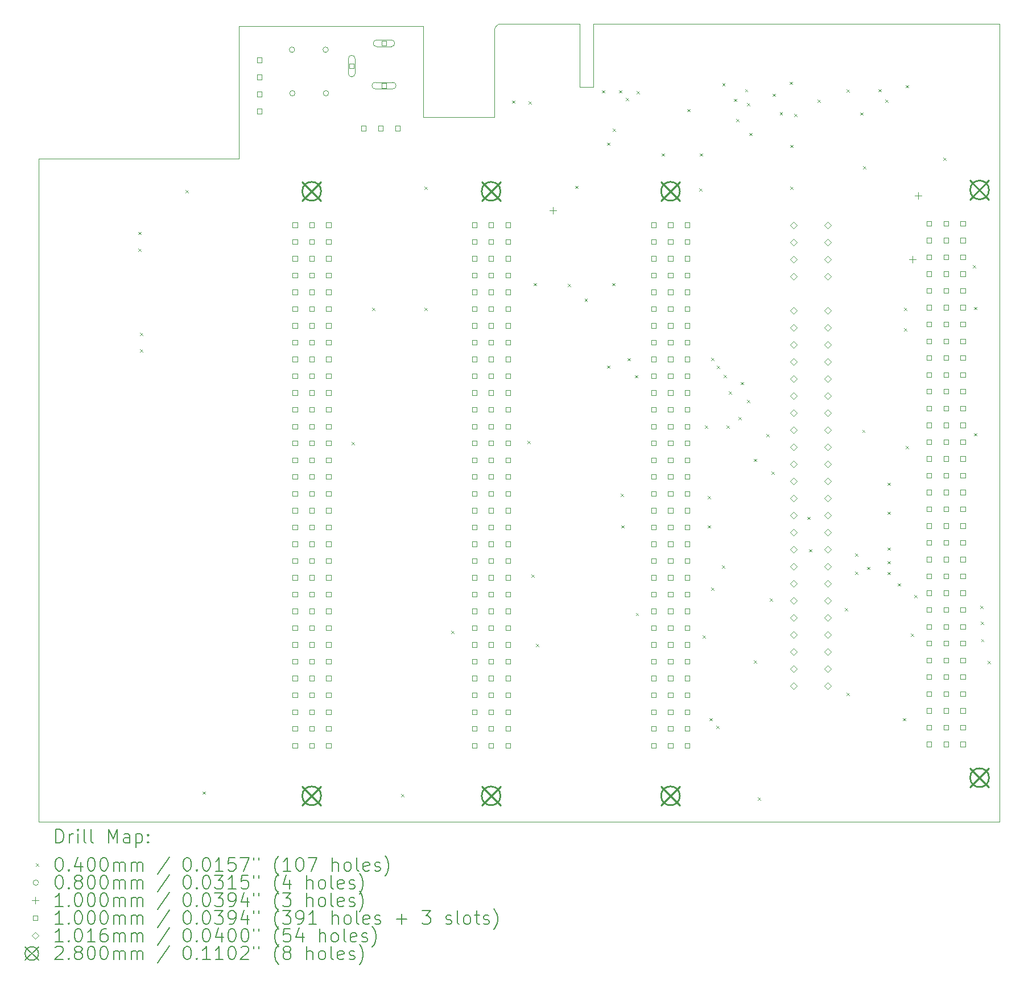
<source format=gbr>
%TF.GenerationSoftware,KiCad,Pcbnew,7.0.10*%
%TF.CreationDate,2026-02-25T18:36:37+03:00*%
%TF.ProjectId,deltas_backplane,64656c74-6173-45f6-9261-636b706c616e,rev?*%
%TF.SameCoordinates,Original*%
%TF.FileFunction,Drillmap*%
%TF.FilePolarity,Positive*%
%FSLAX45Y45*%
G04 Gerber Fmt 4.5, Leading zero omitted, Abs format (unit mm)*
G04 Created by KiCad (PCBNEW 7.0.10) date 2026-02-25 18:36:38*
%MOMM*%
%LPD*%
G01*
G04 APERTURE LIST*
%ADD10C,0.100000*%
%ADD11C,0.200000*%
%ADD12C,0.101600*%
%ADD13C,0.280000*%
G04 APERTURE END LIST*
D10*
X16571199Y-2564352D02*
X16571199Y-1624552D01*
X16774399Y-2564352D02*
X16571199Y-2564352D01*
X22818000Y-13500000D02*
X8519798Y-13500000D01*
X15401199Y-1624549D02*
G75*
G03*
X15301199Y-1724552I1J-100001D01*
G01*
X14239299Y-3017701D02*
X15301199Y-3017701D01*
X15301199Y-1724552D02*
X15301199Y-3017701D01*
X14239299Y-1656352D02*
X11500000Y-1656352D01*
X16571199Y-1624552D02*
X15401199Y-1624552D01*
X16774399Y-1624552D02*
X16774399Y-2564352D01*
X22818000Y-1624552D02*
X16774399Y-1624552D01*
X11500000Y-3630402D02*
X11500000Y-1656352D01*
X22818000Y-1624552D02*
X22818000Y-13500000D01*
X8519798Y-3630402D02*
X8519798Y-13500000D01*
X8519798Y-3630402D02*
X11500000Y-3630402D01*
X14239299Y-1656352D02*
X14239299Y-3017701D01*
D11*
D10*
X10001241Y-4720201D02*
X10041241Y-4760201D01*
X10041241Y-4720201D02*
X10001241Y-4760201D01*
X10002899Y-4972500D02*
X10042899Y-5012500D01*
X10042899Y-4972500D02*
X10002899Y-5012500D01*
X10028299Y-6222500D02*
X10068299Y-6262500D01*
X10068299Y-6222500D02*
X10028299Y-6262500D01*
X10028299Y-6472500D02*
X10068299Y-6512500D01*
X10068299Y-6472500D02*
X10028299Y-6512500D01*
X10701399Y-4097901D02*
X10741399Y-4137901D01*
X10741399Y-4097901D02*
X10701399Y-4137901D01*
X10955399Y-13051401D02*
X10995399Y-13091401D01*
X10995399Y-13051401D02*
X10955399Y-13091401D01*
X13177899Y-7847500D02*
X13217899Y-7887500D01*
X13217899Y-7847500D02*
X13177899Y-7887500D01*
X13482699Y-5850501D02*
X13522699Y-5890501D01*
X13522699Y-5850501D02*
X13482699Y-5890501D01*
X13914499Y-13089501D02*
X13954499Y-13129501D01*
X13954499Y-13089501D02*
X13914499Y-13129501D01*
X14257399Y-4047101D02*
X14297399Y-4087101D01*
X14297399Y-4047101D02*
X14257399Y-4087101D01*
X14257399Y-5850501D02*
X14297399Y-5890501D01*
X14297399Y-5850501D02*
X14257399Y-5890501D01*
X14654620Y-10662180D02*
X14694620Y-10702180D01*
X14694620Y-10662180D02*
X14654620Y-10702180D01*
X15561600Y-2764401D02*
X15601600Y-2804401D01*
X15601600Y-2764401D02*
X15561600Y-2804401D01*
X15794099Y-7831701D02*
X15834099Y-7871701D01*
X15834099Y-7831701D02*
X15794099Y-7871701D01*
X15806799Y-2777101D02*
X15846799Y-2817101D01*
X15846799Y-2777101D02*
X15806799Y-2817101D01*
X15847810Y-9822040D02*
X15887810Y-9862040D01*
X15887810Y-9822040D02*
X15847810Y-9862040D01*
X15882999Y-5482201D02*
X15922999Y-5522201D01*
X15922999Y-5482201D02*
X15882999Y-5522201D01*
X15921099Y-10854301D02*
X15961099Y-10894301D01*
X15961099Y-10854301D02*
X15921099Y-10894301D01*
X16390999Y-5494901D02*
X16430999Y-5534901D01*
X16430999Y-5494901D02*
X16390999Y-5534901D01*
X16505299Y-4034401D02*
X16545299Y-4074401D01*
X16545299Y-4034401D02*
X16505299Y-4074401D01*
X16643270Y-5714690D02*
X16683270Y-5754690D01*
X16683270Y-5714690D02*
X16643270Y-5754690D01*
X16898999Y-2612001D02*
X16938999Y-2652001D01*
X16938999Y-2612001D02*
X16898999Y-2652001D01*
X16975199Y-6710480D02*
X17015199Y-6750480D01*
X17015199Y-6710480D02*
X16975199Y-6750480D01*
X16977000Y-3392202D02*
X17017000Y-3432202D01*
X17017000Y-3392202D02*
X16977000Y-3432202D01*
X17051399Y-5482201D02*
X17091399Y-5522201D01*
X17091399Y-5482201D02*
X17051399Y-5522201D01*
X17064099Y-3183040D02*
X17104099Y-3223040D01*
X17104099Y-3183040D02*
X17064099Y-3223040D01*
X17152999Y-2612001D02*
X17192999Y-2652001D01*
X17192999Y-2612001D02*
X17152999Y-2652001D01*
X17178399Y-8619101D02*
X17218399Y-8659101D01*
X17218399Y-8619101D02*
X17178399Y-8659101D01*
X17191099Y-9089001D02*
X17231099Y-9129001D01*
X17231099Y-9089001D02*
X17191099Y-9129001D01*
X17254599Y-2726301D02*
X17294599Y-2766301D01*
X17294599Y-2726301D02*
X17254599Y-2766301D01*
X17279999Y-6599801D02*
X17319999Y-6639801D01*
X17319999Y-6599801D02*
X17279999Y-6639801D01*
X17394299Y-6853801D02*
X17434299Y-6893801D01*
X17434299Y-6853801D02*
X17394299Y-6893801D01*
X17405130Y-10394420D02*
X17445130Y-10434420D01*
X17445130Y-10394420D02*
X17405130Y-10434420D01*
X17419699Y-2624701D02*
X17459699Y-2664701D01*
X17459699Y-2624701D02*
X17419699Y-2664701D01*
X17787999Y-3551801D02*
X17827999Y-3591801D01*
X17827999Y-3551801D02*
X17787999Y-3591801D01*
X18168999Y-2891401D02*
X18208999Y-2931401D01*
X18208999Y-2891401D02*
X18168999Y-2931401D01*
X18346799Y-4072501D02*
X18386799Y-4112501D01*
X18386799Y-4072501D02*
X18346799Y-4112501D01*
X18359499Y-3551801D02*
X18399499Y-3591801D01*
X18399499Y-3551801D02*
X18359499Y-3591801D01*
X18397599Y-10727301D02*
X18437599Y-10767301D01*
X18437599Y-10727301D02*
X18397599Y-10767301D01*
X18435699Y-7603101D02*
X18475699Y-7643101D01*
X18475699Y-7603101D02*
X18435699Y-7643101D01*
X18473799Y-8656430D02*
X18513799Y-8696430D01*
X18513799Y-8656430D02*
X18473799Y-8696430D01*
X18473799Y-9089001D02*
X18513799Y-9129001D01*
X18513799Y-9089001D02*
X18473799Y-9129001D01*
X18499199Y-11959201D02*
X18539199Y-11999201D01*
X18539199Y-11959201D02*
X18499199Y-11999201D01*
X18524599Y-6597500D02*
X18564599Y-6637500D01*
X18564599Y-6597500D02*
X18524599Y-6637500D01*
X18524599Y-10016101D02*
X18564599Y-10056101D01*
X18564599Y-10016101D02*
X18524599Y-10056101D01*
X18600799Y-12073501D02*
X18640799Y-12113501D01*
X18640799Y-12073501D02*
X18600799Y-12113501D01*
X18613499Y-6714101D02*
X18653499Y-6754101D01*
X18653499Y-6714101D02*
X18613499Y-6754101D01*
X18689699Y-9685900D02*
X18729699Y-9725900D01*
X18729699Y-9685900D02*
X18689699Y-9725900D01*
X18691500Y-2508600D02*
X18731500Y-2548600D01*
X18731500Y-2508600D02*
X18691500Y-2548600D01*
X18715099Y-6847500D02*
X18755099Y-6887500D01*
X18755099Y-6847500D02*
X18715099Y-6887500D01*
X18753199Y-7603101D02*
X18793199Y-7643101D01*
X18793199Y-7603101D02*
X18753199Y-7643101D01*
X18791299Y-7097500D02*
X18831299Y-7137500D01*
X18831299Y-7097500D02*
X18791299Y-7137500D01*
X18867499Y-2739001D02*
X18907499Y-2779001D01*
X18907499Y-2739001D02*
X18867499Y-2779001D01*
X18899249Y-3037451D02*
X18939249Y-3077451D01*
X18939249Y-3037451D02*
X18899249Y-3077451D01*
X18930999Y-7476101D02*
X18970999Y-7516101D01*
X18970999Y-7476101D02*
X18930999Y-7516101D01*
X18969099Y-6955401D02*
X19009099Y-6995401D01*
X19009099Y-6955401D02*
X18969099Y-6995401D01*
X19029650Y-2596390D02*
X19069650Y-2636390D01*
X19069650Y-2596390D02*
X19029650Y-2636390D01*
X19057999Y-2802501D02*
X19097999Y-2842501D01*
X19097999Y-2802501D02*
X19057999Y-2842501D01*
X19057999Y-7222101D02*
X19097999Y-7262101D01*
X19097999Y-7222101D02*
X19057999Y-7262101D01*
X19096099Y-3247001D02*
X19136099Y-3287001D01*
X19136099Y-3247001D02*
X19096099Y-3287001D01*
X19159599Y-8098401D02*
X19199599Y-8138401D01*
X19199599Y-8098401D02*
X19159599Y-8138401D01*
X19159599Y-11099560D02*
X19199599Y-11139560D01*
X19199599Y-11099560D02*
X19159599Y-11139560D01*
X19223099Y-13140301D02*
X19263099Y-13180301D01*
X19263099Y-13140301D02*
X19223099Y-13180301D01*
X19350099Y-7730101D02*
X19390099Y-7770101D01*
X19390099Y-7730101D02*
X19350099Y-7770101D01*
X19400899Y-10180930D02*
X19440899Y-10220930D01*
X19440899Y-10180930D02*
X19400899Y-10220930D01*
X19426299Y-8288901D02*
X19466299Y-8328901D01*
X19466299Y-8288901D02*
X19426299Y-8328901D01*
X19438999Y-2662801D02*
X19478999Y-2702801D01*
X19478999Y-2662801D02*
X19438999Y-2702801D01*
X19546949Y-2935851D02*
X19586949Y-2975851D01*
X19586949Y-2935851D02*
X19546949Y-2975851D01*
X19692999Y-2485001D02*
X19732999Y-2525001D01*
X19732999Y-2485001D02*
X19692999Y-2525001D01*
X19705699Y-3424801D02*
X19745699Y-3464801D01*
X19745699Y-3424801D02*
X19705699Y-3464801D01*
X19705699Y-4047101D02*
X19745699Y-4087101D01*
X19745699Y-4047101D02*
X19705699Y-4087101D01*
X19762849Y-2961251D02*
X19802849Y-3001251D01*
X19802849Y-2961251D02*
X19762849Y-3001251D01*
X19959699Y-8962001D02*
X19999699Y-9002001D01*
X19999699Y-8962001D02*
X19959699Y-9002001D01*
X19985099Y-9444601D02*
X20025099Y-9484601D01*
X20025099Y-9444601D02*
X19985099Y-9484601D01*
X20112099Y-2751701D02*
X20152099Y-2791701D01*
X20152099Y-2751701D02*
X20112099Y-2791701D01*
X20518499Y-10320901D02*
X20558499Y-10360901D01*
X20558499Y-10320901D02*
X20518499Y-10360901D01*
X20543899Y-2599301D02*
X20583899Y-2639301D01*
X20583899Y-2599301D02*
X20543899Y-2639301D01*
X20543899Y-11585010D02*
X20583899Y-11625010D01*
X20583899Y-11585010D02*
X20543899Y-11625010D01*
X20670899Y-9508101D02*
X20710899Y-9548101D01*
X20710899Y-9508101D02*
X20670899Y-9548101D01*
X20670899Y-9781460D02*
X20710899Y-9821460D01*
X20710899Y-9781460D02*
X20670899Y-9821460D01*
X20747099Y-2942201D02*
X20787099Y-2982201D01*
X20787099Y-2942201D02*
X20747099Y-2982201D01*
X20773020Y-7668210D02*
X20813020Y-7708210D01*
X20813020Y-7668210D02*
X20773020Y-7708210D01*
X20785199Y-3742301D02*
X20825199Y-3782301D01*
X20825199Y-3742301D02*
X20785199Y-3782301D01*
X20848699Y-9708960D02*
X20888699Y-9748960D01*
X20888699Y-9708960D02*
X20848699Y-9748960D01*
X21014520Y-2596070D02*
X21054520Y-2636070D01*
X21054520Y-2596070D02*
X21014520Y-2636070D01*
X21115200Y-2751701D02*
X21155200Y-2791701D01*
X21155200Y-2751701D02*
X21115200Y-2791701D01*
X21153499Y-8454001D02*
X21193499Y-8494001D01*
X21193499Y-8454001D02*
X21153499Y-8494001D01*
X21153499Y-8885801D02*
X21193499Y-8925801D01*
X21193499Y-8885801D02*
X21153499Y-8925801D01*
X21153499Y-9419201D02*
X21193499Y-9459201D01*
X21193499Y-9419201D02*
X21153499Y-9459201D01*
X21153499Y-9622540D02*
X21193499Y-9662540D01*
X21193499Y-9622540D02*
X21153499Y-9662540D01*
X21153499Y-9783190D02*
X21193499Y-9823190D01*
X21193499Y-9783190D02*
X21153499Y-9823190D01*
X21305899Y-9952601D02*
X21345899Y-9992601D01*
X21345899Y-9952601D02*
X21305899Y-9992601D01*
X21382099Y-11959201D02*
X21422099Y-11999201D01*
X21422099Y-11959201D02*
X21382099Y-11999201D01*
X21394799Y-5850501D02*
X21434799Y-5890501D01*
X21434799Y-5850501D02*
X21394799Y-5890501D01*
X21394799Y-6155301D02*
X21434799Y-6195301D01*
X21434799Y-6155301D02*
X21394799Y-6195301D01*
X21420199Y-2535801D02*
X21460199Y-2575801D01*
X21460199Y-2535801D02*
X21420199Y-2575801D01*
X21420199Y-7907901D02*
X21460199Y-7947901D01*
X21460199Y-7907901D02*
X21420199Y-7947901D01*
X21496399Y-10701901D02*
X21536399Y-10741901D01*
X21536399Y-10701901D02*
X21496399Y-10741901D01*
X21547199Y-10129620D02*
X21587199Y-10169620D01*
X21587199Y-10129620D02*
X21547199Y-10169620D01*
X21978999Y-3615301D02*
X22018999Y-3655301D01*
X22018999Y-3615301D02*
X21978999Y-3655301D01*
X22423499Y-5215501D02*
X22463499Y-5255501D01*
X22463499Y-5215501D02*
X22423499Y-5255501D01*
X22436199Y-5837801D02*
X22476199Y-5877801D01*
X22476199Y-5837801D02*
X22436199Y-5877801D01*
X22436199Y-7717401D02*
X22476199Y-7757401D01*
X22476199Y-7717401D02*
X22436199Y-7757401D01*
X22531449Y-10289151D02*
X22571449Y-10329151D01*
X22571449Y-10289151D02*
X22531449Y-10329151D01*
X22537799Y-10524101D02*
X22577799Y-10564101D01*
X22577799Y-10524101D02*
X22537799Y-10564101D01*
X22543799Y-10784101D02*
X22583799Y-10824101D01*
X22583799Y-10784101D02*
X22543799Y-10824101D01*
X22639399Y-11108301D02*
X22679399Y-11148301D01*
X22679399Y-11108301D02*
X22639399Y-11148301D01*
X12327500Y-2009700D02*
G75*
G03*
X12247500Y-2009700I-40000J0D01*
G01*
X12247500Y-2009700D02*
G75*
G03*
X12327500Y-2009700I40000J0D01*
G01*
X12332210Y-2657400D02*
G75*
G03*
X12252210Y-2657400I-40000J0D01*
G01*
X12252210Y-2657400D02*
G75*
G03*
X12332210Y-2657400I40000J0D01*
G01*
X12827500Y-2009700D02*
G75*
G03*
X12747500Y-2009700I-40000J0D01*
G01*
X12747500Y-2009700D02*
G75*
G03*
X12827500Y-2009700I40000J0D01*
G01*
X12832210Y-2657400D02*
G75*
G03*
X12752210Y-2657400I-40000J0D01*
G01*
X12752210Y-2657400D02*
G75*
G03*
X12832210Y-2657400I40000J0D01*
G01*
X16169699Y-4353442D02*
X16169699Y-4453442D01*
X16119699Y-4403442D02*
X16219699Y-4403442D01*
X21525090Y-5083900D02*
X21525090Y-5183900D01*
X21475090Y-5133900D02*
X21575090Y-5133900D01*
X21605299Y-4131401D02*
X21605299Y-4231401D01*
X21555299Y-4181401D02*
X21655299Y-4181401D01*
X11836256Y-2197456D02*
X11836256Y-2126744D01*
X11765544Y-2126744D01*
X11765544Y-2197456D01*
X11836256Y-2197456D01*
X11836256Y-2451456D02*
X11836256Y-2380744D01*
X11765544Y-2380744D01*
X11765544Y-2451456D01*
X11836256Y-2451456D01*
X11836256Y-2705456D02*
X11836256Y-2634744D01*
X11765544Y-2634744D01*
X11765544Y-2705456D01*
X11836256Y-2705456D01*
X11836256Y-2959456D02*
X11836256Y-2888744D01*
X11765544Y-2888744D01*
X11765544Y-2959456D01*
X11836256Y-2959456D01*
X12365756Y-4652856D02*
X12365756Y-4582144D01*
X12295044Y-4582144D01*
X12295044Y-4652856D01*
X12365756Y-4652856D01*
X12365756Y-4902856D02*
X12365756Y-4832144D01*
X12295044Y-4832144D01*
X12295044Y-4902856D01*
X12365756Y-4902856D01*
X12365756Y-5152856D02*
X12365756Y-5082144D01*
X12295044Y-5082144D01*
X12295044Y-5152856D01*
X12365756Y-5152856D01*
X12365756Y-5402856D02*
X12365756Y-5332144D01*
X12295044Y-5332144D01*
X12295044Y-5402856D01*
X12365756Y-5402856D01*
X12365756Y-5652856D02*
X12365756Y-5582144D01*
X12295044Y-5582144D01*
X12295044Y-5652856D01*
X12365756Y-5652856D01*
X12365756Y-5902856D02*
X12365756Y-5832144D01*
X12295044Y-5832144D01*
X12295044Y-5902856D01*
X12365756Y-5902856D01*
X12365756Y-6152856D02*
X12365756Y-6082144D01*
X12295044Y-6082144D01*
X12295044Y-6152856D01*
X12365756Y-6152856D01*
X12365756Y-6402856D02*
X12365756Y-6332144D01*
X12295044Y-6332144D01*
X12295044Y-6402856D01*
X12365756Y-6402856D01*
X12365756Y-6652856D02*
X12365756Y-6582144D01*
X12295044Y-6582144D01*
X12295044Y-6652856D01*
X12365756Y-6652856D01*
X12365756Y-6902856D02*
X12365756Y-6832144D01*
X12295044Y-6832144D01*
X12295044Y-6902856D01*
X12365756Y-6902856D01*
X12365756Y-7152856D02*
X12365756Y-7082144D01*
X12295044Y-7082144D01*
X12295044Y-7152856D01*
X12365756Y-7152856D01*
X12365756Y-7402856D02*
X12365756Y-7332144D01*
X12295044Y-7332144D01*
X12295044Y-7402856D01*
X12365756Y-7402856D01*
X12365756Y-7652856D02*
X12365756Y-7582144D01*
X12295044Y-7582144D01*
X12295044Y-7652856D01*
X12365756Y-7652856D01*
X12365756Y-7902856D02*
X12365756Y-7832144D01*
X12295044Y-7832144D01*
X12295044Y-7902856D01*
X12365756Y-7902856D01*
X12365756Y-8152856D02*
X12365756Y-8082144D01*
X12295044Y-8082144D01*
X12295044Y-8152856D01*
X12365756Y-8152856D01*
X12365756Y-8402856D02*
X12365756Y-8332144D01*
X12295044Y-8332144D01*
X12295044Y-8402856D01*
X12365756Y-8402856D01*
X12365756Y-8652856D02*
X12365756Y-8582144D01*
X12295044Y-8582144D01*
X12295044Y-8652856D01*
X12365756Y-8652856D01*
X12365756Y-8902856D02*
X12365756Y-8832144D01*
X12295044Y-8832144D01*
X12295044Y-8902856D01*
X12365756Y-8902856D01*
X12365756Y-9152856D02*
X12365756Y-9082144D01*
X12295044Y-9082144D01*
X12295044Y-9152856D01*
X12365756Y-9152856D01*
X12365756Y-9402856D02*
X12365756Y-9332144D01*
X12295044Y-9332144D01*
X12295044Y-9402856D01*
X12365756Y-9402856D01*
X12365756Y-9652856D02*
X12365756Y-9582144D01*
X12295044Y-9582144D01*
X12295044Y-9652856D01*
X12365756Y-9652856D01*
X12365756Y-9902856D02*
X12365756Y-9832144D01*
X12295044Y-9832144D01*
X12295044Y-9902856D01*
X12365756Y-9902856D01*
X12365756Y-10152856D02*
X12365756Y-10082144D01*
X12295044Y-10082144D01*
X12295044Y-10152856D01*
X12365756Y-10152856D01*
X12365756Y-10402856D02*
X12365756Y-10332144D01*
X12295044Y-10332144D01*
X12295044Y-10402856D01*
X12365756Y-10402856D01*
X12365756Y-10652856D02*
X12365756Y-10582144D01*
X12295044Y-10582144D01*
X12295044Y-10652856D01*
X12365756Y-10652856D01*
X12365756Y-10902856D02*
X12365756Y-10832144D01*
X12295044Y-10832144D01*
X12295044Y-10902856D01*
X12365756Y-10902856D01*
X12365756Y-11152856D02*
X12365756Y-11082144D01*
X12295044Y-11082144D01*
X12295044Y-11152856D01*
X12365756Y-11152856D01*
X12365756Y-11402856D02*
X12365756Y-11332144D01*
X12295044Y-11332144D01*
X12295044Y-11402856D01*
X12365756Y-11402856D01*
X12365756Y-11652856D02*
X12365756Y-11582144D01*
X12295044Y-11582144D01*
X12295044Y-11652856D01*
X12365756Y-11652856D01*
X12365756Y-11902856D02*
X12365756Y-11832144D01*
X12295044Y-11832144D01*
X12295044Y-11902856D01*
X12365756Y-11902856D01*
X12365756Y-12152856D02*
X12365756Y-12082144D01*
X12295044Y-12082144D01*
X12295044Y-12152856D01*
X12365756Y-12152856D01*
X12365756Y-12402856D02*
X12365756Y-12332144D01*
X12295044Y-12332144D01*
X12295044Y-12402856D01*
X12365756Y-12402856D01*
X12615756Y-4652856D02*
X12615756Y-4582144D01*
X12545044Y-4582144D01*
X12545044Y-4652856D01*
X12615756Y-4652856D01*
X12615756Y-4902856D02*
X12615756Y-4832144D01*
X12545044Y-4832144D01*
X12545044Y-4902856D01*
X12615756Y-4902856D01*
X12615756Y-5152856D02*
X12615756Y-5082144D01*
X12545044Y-5082144D01*
X12545044Y-5152856D01*
X12615756Y-5152856D01*
X12615756Y-5402856D02*
X12615756Y-5332144D01*
X12545044Y-5332144D01*
X12545044Y-5402856D01*
X12615756Y-5402856D01*
X12615756Y-5652856D02*
X12615756Y-5582144D01*
X12545044Y-5582144D01*
X12545044Y-5652856D01*
X12615756Y-5652856D01*
X12615756Y-5902856D02*
X12615756Y-5832144D01*
X12545044Y-5832144D01*
X12545044Y-5902856D01*
X12615756Y-5902856D01*
X12615756Y-6152856D02*
X12615756Y-6082144D01*
X12545044Y-6082144D01*
X12545044Y-6152856D01*
X12615756Y-6152856D01*
X12615756Y-6402856D02*
X12615756Y-6332144D01*
X12545044Y-6332144D01*
X12545044Y-6402856D01*
X12615756Y-6402856D01*
X12615756Y-6652856D02*
X12615756Y-6582144D01*
X12545044Y-6582144D01*
X12545044Y-6652856D01*
X12615756Y-6652856D01*
X12615756Y-6902856D02*
X12615756Y-6832144D01*
X12545044Y-6832144D01*
X12545044Y-6902856D01*
X12615756Y-6902856D01*
X12615756Y-7152856D02*
X12615756Y-7082144D01*
X12545044Y-7082144D01*
X12545044Y-7152856D01*
X12615756Y-7152856D01*
X12615756Y-7402856D02*
X12615756Y-7332144D01*
X12545044Y-7332144D01*
X12545044Y-7402856D01*
X12615756Y-7402856D01*
X12615756Y-7652856D02*
X12615756Y-7582144D01*
X12545044Y-7582144D01*
X12545044Y-7652856D01*
X12615756Y-7652856D01*
X12615756Y-7902856D02*
X12615756Y-7832144D01*
X12545044Y-7832144D01*
X12545044Y-7902856D01*
X12615756Y-7902856D01*
X12615756Y-8152856D02*
X12615756Y-8082144D01*
X12545044Y-8082144D01*
X12545044Y-8152856D01*
X12615756Y-8152856D01*
X12615756Y-8402856D02*
X12615756Y-8332144D01*
X12545044Y-8332144D01*
X12545044Y-8402856D01*
X12615756Y-8402856D01*
X12615756Y-8652856D02*
X12615756Y-8582144D01*
X12545044Y-8582144D01*
X12545044Y-8652856D01*
X12615756Y-8652856D01*
X12615756Y-8902856D02*
X12615756Y-8832144D01*
X12545044Y-8832144D01*
X12545044Y-8902856D01*
X12615756Y-8902856D01*
X12615756Y-9152856D02*
X12615756Y-9082144D01*
X12545044Y-9082144D01*
X12545044Y-9152856D01*
X12615756Y-9152856D01*
X12615756Y-9402856D02*
X12615756Y-9332144D01*
X12545044Y-9332144D01*
X12545044Y-9402856D01*
X12615756Y-9402856D01*
X12615756Y-9652856D02*
X12615756Y-9582144D01*
X12545044Y-9582144D01*
X12545044Y-9652856D01*
X12615756Y-9652856D01*
X12615756Y-9902856D02*
X12615756Y-9832144D01*
X12545044Y-9832144D01*
X12545044Y-9902856D01*
X12615756Y-9902856D01*
X12615756Y-10152856D02*
X12615756Y-10082144D01*
X12545044Y-10082144D01*
X12545044Y-10152856D01*
X12615756Y-10152856D01*
X12615756Y-10402856D02*
X12615756Y-10332144D01*
X12545044Y-10332144D01*
X12545044Y-10402856D01*
X12615756Y-10402856D01*
X12615756Y-10652856D02*
X12615756Y-10582144D01*
X12545044Y-10582144D01*
X12545044Y-10652856D01*
X12615756Y-10652856D01*
X12615756Y-10902856D02*
X12615756Y-10832144D01*
X12545044Y-10832144D01*
X12545044Y-10902856D01*
X12615756Y-10902856D01*
X12615756Y-11152856D02*
X12615756Y-11082144D01*
X12545044Y-11082144D01*
X12545044Y-11152856D01*
X12615756Y-11152856D01*
X12615756Y-11402856D02*
X12615756Y-11332144D01*
X12545044Y-11332144D01*
X12545044Y-11402856D01*
X12615756Y-11402856D01*
X12615756Y-11652856D02*
X12615756Y-11582144D01*
X12545044Y-11582144D01*
X12545044Y-11652856D01*
X12615756Y-11652856D01*
X12615756Y-11902856D02*
X12615756Y-11832144D01*
X12545044Y-11832144D01*
X12545044Y-11902856D01*
X12615756Y-11902856D01*
X12615756Y-12152856D02*
X12615756Y-12082144D01*
X12545044Y-12082144D01*
X12545044Y-12152856D01*
X12615756Y-12152856D01*
X12615756Y-12402856D02*
X12615756Y-12332144D01*
X12545044Y-12332144D01*
X12545044Y-12402856D01*
X12615756Y-12402856D01*
X12865756Y-4652856D02*
X12865756Y-4582144D01*
X12795044Y-4582144D01*
X12795044Y-4652856D01*
X12865756Y-4652856D01*
X12865756Y-4902856D02*
X12865756Y-4832144D01*
X12795044Y-4832144D01*
X12795044Y-4902856D01*
X12865756Y-4902856D01*
X12865756Y-5152856D02*
X12865756Y-5082144D01*
X12795044Y-5082144D01*
X12795044Y-5152856D01*
X12865756Y-5152856D01*
X12865756Y-5402856D02*
X12865756Y-5332144D01*
X12795044Y-5332144D01*
X12795044Y-5402856D01*
X12865756Y-5402856D01*
X12865756Y-5652856D02*
X12865756Y-5582144D01*
X12795044Y-5582144D01*
X12795044Y-5652856D01*
X12865756Y-5652856D01*
X12865756Y-5902856D02*
X12865756Y-5832144D01*
X12795044Y-5832144D01*
X12795044Y-5902856D01*
X12865756Y-5902856D01*
X12865756Y-6152856D02*
X12865756Y-6082144D01*
X12795044Y-6082144D01*
X12795044Y-6152856D01*
X12865756Y-6152856D01*
X12865756Y-6402856D02*
X12865756Y-6332144D01*
X12795044Y-6332144D01*
X12795044Y-6402856D01*
X12865756Y-6402856D01*
X12865756Y-6652856D02*
X12865756Y-6582144D01*
X12795044Y-6582144D01*
X12795044Y-6652856D01*
X12865756Y-6652856D01*
X12865756Y-6902856D02*
X12865756Y-6832144D01*
X12795044Y-6832144D01*
X12795044Y-6902856D01*
X12865756Y-6902856D01*
X12865756Y-7152856D02*
X12865756Y-7082144D01*
X12795044Y-7082144D01*
X12795044Y-7152856D01*
X12865756Y-7152856D01*
X12865756Y-7402856D02*
X12865756Y-7332144D01*
X12795044Y-7332144D01*
X12795044Y-7402856D01*
X12865756Y-7402856D01*
X12865756Y-7652856D02*
X12865756Y-7582144D01*
X12795044Y-7582144D01*
X12795044Y-7652856D01*
X12865756Y-7652856D01*
X12865756Y-7902856D02*
X12865756Y-7832144D01*
X12795044Y-7832144D01*
X12795044Y-7902856D01*
X12865756Y-7902856D01*
X12865756Y-8152856D02*
X12865756Y-8082144D01*
X12795044Y-8082144D01*
X12795044Y-8152856D01*
X12865756Y-8152856D01*
X12865756Y-8402856D02*
X12865756Y-8332144D01*
X12795044Y-8332144D01*
X12795044Y-8402856D01*
X12865756Y-8402856D01*
X12865756Y-8652856D02*
X12865756Y-8582144D01*
X12795044Y-8582144D01*
X12795044Y-8652856D01*
X12865756Y-8652856D01*
X12865756Y-8902856D02*
X12865756Y-8832144D01*
X12795044Y-8832144D01*
X12795044Y-8902856D01*
X12865756Y-8902856D01*
X12865756Y-9152856D02*
X12865756Y-9082144D01*
X12795044Y-9082144D01*
X12795044Y-9152856D01*
X12865756Y-9152856D01*
X12865756Y-9402856D02*
X12865756Y-9332144D01*
X12795044Y-9332144D01*
X12795044Y-9402856D01*
X12865756Y-9402856D01*
X12865756Y-9652856D02*
X12865756Y-9582144D01*
X12795044Y-9582144D01*
X12795044Y-9652856D01*
X12865756Y-9652856D01*
X12865756Y-9902856D02*
X12865756Y-9832144D01*
X12795044Y-9832144D01*
X12795044Y-9902856D01*
X12865756Y-9902856D01*
X12865756Y-10152856D02*
X12865756Y-10082144D01*
X12795044Y-10082144D01*
X12795044Y-10152856D01*
X12865756Y-10152856D01*
X12865756Y-10402856D02*
X12865756Y-10332144D01*
X12795044Y-10332144D01*
X12795044Y-10402856D01*
X12865756Y-10402856D01*
X12865756Y-10652856D02*
X12865756Y-10582144D01*
X12795044Y-10582144D01*
X12795044Y-10652856D01*
X12865756Y-10652856D01*
X12865756Y-10902856D02*
X12865756Y-10832144D01*
X12795044Y-10832144D01*
X12795044Y-10902856D01*
X12865756Y-10902856D01*
X12865756Y-11152856D02*
X12865756Y-11082144D01*
X12795044Y-11082144D01*
X12795044Y-11152856D01*
X12865756Y-11152856D01*
X12865756Y-11402856D02*
X12865756Y-11332144D01*
X12795044Y-11332144D01*
X12795044Y-11402856D01*
X12865756Y-11402856D01*
X12865756Y-11652856D02*
X12865756Y-11582144D01*
X12795044Y-11582144D01*
X12795044Y-11652856D01*
X12865756Y-11652856D01*
X12865756Y-11902856D02*
X12865756Y-11832144D01*
X12795044Y-11832144D01*
X12795044Y-11902856D01*
X12865756Y-11902856D01*
X12865756Y-12152856D02*
X12865756Y-12082144D01*
X12795044Y-12082144D01*
X12795044Y-12152856D01*
X12865756Y-12152856D01*
X12865756Y-12402856D02*
X12865756Y-12332144D01*
X12795044Y-12332144D01*
X12795044Y-12402856D01*
X12865756Y-12402856D01*
X13211956Y-2289256D02*
X13211956Y-2218544D01*
X13141244Y-2218544D01*
X13141244Y-2289256D01*
X13211956Y-2289256D01*
X13226600Y-2363900D02*
X13226600Y-2143900D01*
X13226600Y-2143900D02*
G75*
G03*
X13126600Y-2143900I-50000J0D01*
G01*
X13126600Y-2143900D02*
X13126600Y-2363900D01*
X13126600Y-2363900D02*
G75*
G03*
X13226600Y-2363900I50000J0D01*
G01*
X13385656Y-3213456D02*
X13385656Y-3142744D01*
X13314944Y-3142744D01*
X13314944Y-3213456D01*
X13385656Y-3213456D01*
X13639656Y-3213456D02*
X13639656Y-3142744D01*
X13568944Y-3142744D01*
X13568944Y-3213456D01*
X13639656Y-3213456D01*
X13691956Y-1949256D02*
X13691956Y-1878544D01*
X13621244Y-1878544D01*
X13621244Y-1949256D01*
X13691956Y-1949256D01*
X13766600Y-1863900D02*
X13546600Y-1863900D01*
X13546600Y-1863900D02*
G75*
G03*
X13546600Y-1963900I0J-50000D01*
G01*
X13546600Y-1963900D02*
X13766600Y-1963900D01*
X13766600Y-1963900D02*
G75*
G03*
X13766600Y-1863900I0J50000D01*
G01*
X13691956Y-2579256D02*
X13691956Y-2508544D01*
X13621244Y-2508544D01*
X13621244Y-2579256D01*
X13691956Y-2579256D01*
X13786600Y-2493900D02*
X13526600Y-2493900D01*
X13526600Y-2493900D02*
G75*
G03*
X13526600Y-2593900I0J-50000D01*
G01*
X13526600Y-2593900D02*
X13786600Y-2593900D01*
X13786600Y-2593900D02*
G75*
G03*
X13786600Y-2493900I0J50000D01*
G01*
X13893656Y-3213456D02*
X13893656Y-3142744D01*
X13822944Y-3142744D01*
X13822944Y-3213456D01*
X13893656Y-3213456D01*
X15035756Y-4652856D02*
X15035756Y-4582144D01*
X14965044Y-4582144D01*
X14965044Y-4652856D01*
X15035756Y-4652856D01*
X15035756Y-4902856D02*
X15035756Y-4832144D01*
X14965044Y-4832144D01*
X14965044Y-4902856D01*
X15035756Y-4902856D01*
X15035756Y-5152856D02*
X15035756Y-5082144D01*
X14965044Y-5082144D01*
X14965044Y-5152856D01*
X15035756Y-5152856D01*
X15035756Y-5402856D02*
X15035756Y-5332144D01*
X14965044Y-5332144D01*
X14965044Y-5402856D01*
X15035756Y-5402856D01*
X15035756Y-5652856D02*
X15035756Y-5582144D01*
X14965044Y-5582144D01*
X14965044Y-5652856D01*
X15035756Y-5652856D01*
X15035756Y-5902856D02*
X15035756Y-5832144D01*
X14965044Y-5832144D01*
X14965044Y-5902856D01*
X15035756Y-5902856D01*
X15035756Y-6152856D02*
X15035756Y-6082144D01*
X14965044Y-6082144D01*
X14965044Y-6152856D01*
X15035756Y-6152856D01*
X15035756Y-6402856D02*
X15035756Y-6332144D01*
X14965044Y-6332144D01*
X14965044Y-6402856D01*
X15035756Y-6402856D01*
X15035756Y-6652856D02*
X15035756Y-6582144D01*
X14965044Y-6582144D01*
X14965044Y-6652856D01*
X15035756Y-6652856D01*
X15035756Y-6902856D02*
X15035756Y-6832144D01*
X14965044Y-6832144D01*
X14965044Y-6902856D01*
X15035756Y-6902856D01*
X15035756Y-7152856D02*
X15035756Y-7082144D01*
X14965044Y-7082144D01*
X14965044Y-7152856D01*
X15035756Y-7152856D01*
X15035756Y-7402856D02*
X15035756Y-7332144D01*
X14965044Y-7332144D01*
X14965044Y-7402856D01*
X15035756Y-7402856D01*
X15035756Y-7652856D02*
X15035756Y-7582144D01*
X14965044Y-7582144D01*
X14965044Y-7652856D01*
X15035756Y-7652856D01*
X15035756Y-7902856D02*
X15035756Y-7832144D01*
X14965044Y-7832144D01*
X14965044Y-7902856D01*
X15035756Y-7902856D01*
X15035756Y-8152856D02*
X15035756Y-8082144D01*
X14965044Y-8082144D01*
X14965044Y-8152856D01*
X15035756Y-8152856D01*
X15035756Y-8402856D02*
X15035756Y-8332144D01*
X14965044Y-8332144D01*
X14965044Y-8402856D01*
X15035756Y-8402856D01*
X15035756Y-8652856D02*
X15035756Y-8582144D01*
X14965044Y-8582144D01*
X14965044Y-8652856D01*
X15035756Y-8652856D01*
X15035756Y-8902856D02*
X15035756Y-8832144D01*
X14965044Y-8832144D01*
X14965044Y-8902856D01*
X15035756Y-8902856D01*
X15035756Y-9152856D02*
X15035756Y-9082144D01*
X14965044Y-9082144D01*
X14965044Y-9152856D01*
X15035756Y-9152856D01*
X15035756Y-9402856D02*
X15035756Y-9332144D01*
X14965044Y-9332144D01*
X14965044Y-9402856D01*
X15035756Y-9402856D01*
X15035756Y-9652856D02*
X15035756Y-9582144D01*
X14965044Y-9582144D01*
X14965044Y-9652856D01*
X15035756Y-9652856D01*
X15035756Y-9902856D02*
X15035756Y-9832144D01*
X14965044Y-9832144D01*
X14965044Y-9902856D01*
X15035756Y-9902856D01*
X15035756Y-10152856D02*
X15035756Y-10082144D01*
X14965044Y-10082144D01*
X14965044Y-10152856D01*
X15035756Y-10152856D01*
X15035756Y-10402856D02*
X15035756Y-10332144D01*
X14965044Y-10332144D01*
X14965044Y-10402856D01*
X15035756Y-10402856D01*
X15035756Y-10652856D02*
X15035756Y-10582144D01*
X14965044Y-10582144D01*
X14965044Y-10652856D01*
X15035756Y-10652856D01*
X15035756Y-10902856D02*
X15035756Y-10832144D01*
X14965044Y-10832144D01*
X14965044Y-10902856D01*
X15035756Y-10902856D01*
X15035756Y-11152856D02*
X15035756Y-11082144D01*
X14965044Y-11082144D01*
X14965044Y-11152856D01*
X15035756Y-11152856D01*
X15035756Y-11402856D02*
X15035756Y-11332144D01*
X14965044Y-11332144D01*
X14965044Y-11402856D01*
X15035756Y-11402856D01*
X15035756Y-11652856D02*
X15035756Y-11582144D01*
X14965044Y-11582144D01*
X14965044Y-11652856D01*
X15035756Y-11652856D01*
X15035756Y-11902856D02*
X15035756Y-11832144D01*
X14965044Y-11832144D01*
X14965044Y-11902856D01*
X15035756Y-11902856D01*
X15035756Y-12152856D02*
X15035756Y-12082144D01*
X14965044Y-12082144D01*
X14965044Y-12152856D01*
X15035756Y-12152856D01*
X15035756Y-12402856D02*
X15035756Y-12332144D01*
X14965044Y-12332144D01*
X14965044Y-12402856D01*
X15035756Y-12402856D01*
X15285756Y-4652856D02*
X15285756Y-4582144D01*
X15215044Y-4582144D01*
X15215044Y-4652856D01*
X15285756Y-4652856D01*
X15285756Y-4902856D02*
X15285756Y-4832144D01*
X15215044Y-4832144D01*
X15215044Y-4902856D01*
X15285756Y-4902856D01*
X15285756Y-5152856D02*
X15285756Y-5082144D01*
X15215044Y-5082144D01*
X15215044Y-5152856D01*
X15285756Y-5152856D01*
X15285756Y-5402856D02*
X15285756Y-5332144D01*
X15215044Y-5332144D01*
X15215044Y-5402856D01*
X15285756Y-5402856D01*
X15285756Y-5652856D02*
X15285756Y-5582144D01*
X15215044Y-5582144D01*
X15215044Y-5652856D01*
X15285756Y-5652856D01*
X15285756Y-5902856D02*
X15285756Y-5832144D01*
X15215044Y-5832144D01*
X15215044Y-5902856D01*
X15285756Y-5902856D01*
X15285756Y-6152856D02*
X15285756Y-6082144D01*
X15215044Y-6082144D01*
X15215044Y-6152856D01*
X15285756Y-6152856D01*
X15285756Y-6402856D02*
X15285756Y-6332144D01*
X15215044Y-6332144D01*
X15215044Y-6402856D01*
X15285756Y-6402856D01*
X15285756Y-6652856D02*
X15285756Y-6582144D01*
X15215044Y-6582144D01*
X15215044Y-6652856D01*
X15285756Y-6652856D01*
X15285756Y-6902856D02*
X15285756Y-6832144D01*
X15215044Y-6832144D01*
X15215044Y-6902856D01*
X15285756Y-6902856D01*
X15285756Y-7152856D02*
X15285756Y-7082144D01*
X15215044Y-7082144D01*
X15215044Y-7152856D01*
X15285756Y-7152856D01*
X15285756Y-7402856D02*
X15285756Y-7332144D01*
X15215044Y-7332144D01*
X15215044Y-7402856D01*
X15285756Y-7402856D01*
X15285756Y-7652856D02*
X15285756Y-7582144D01*
X15215044Y-7582144D01*
X15215044Y-7652856D01*
X15285756Y-7652856D01*
X15285756Y-7902856D02*
X15285756Y-7832144D01*
X15215044Y-7832144D01*
X15215044Y-7902856D01*
X15285756Y-7902856D01*
X15285756Y-8152856D02*
X15285756Y-8082144D01*
X15215044Y-8082144D01*
X15215044Y-8152856D01*
X15285756Y-8152856D01*
X15285756Y-8402856D02*
X15285756Y-8332144D01*
X15215044Y-8332144D01*
X15215044Y-8402856D01*
X15285756Y-8402856D01*
X15285756Y-8652856D02*
X15285756Y-8582144D01*
X15215044Y-8582144D01*
X15215044Y-8652856D01*
X15285756Y-8652856D01*
X15285756Y-8902856D02*
X15285756Y-8832144D01*
X15215044Y-8832144D01*
X15215044Y-8902856D01*
X15285756Y-8902856D01*
X15285756Y-9152856D02*
X15285756Y-9082144D01*
X15215044Y-9082144D01*
X15215044Y-9152856D01*
X15285756Y-9152856D01*
X15285756Y-9402856D02*
X15285756Y-9332144D01*
X15215044Y-9332144D01*
X15215044Y-9402856D01*
X15285756Y-9402856D01*
X15285756Y-9652856D02*
X15285756Y-9582144D01*
X15215044Y-9582144D01*
X15215044Y-9652856D01*
X15285756Y-9652856D01*
X15285756Y-9902856D02*
X15285756Y-9832144D01*
X15215044Y-9832144D01*
X15215044Y-9902856D01*
X15285756Y-9902856D01*
X15285756Y-10152856D02*
X15285756Y-10082144D01*
X15215044Y-10082144D01*
X15215044Y-10152856D01*
X15285756Y-10152856D01*
X15285756Y-10402856D02*
X15285756Y-10332144D01*
X15215044Y-10332144D01*
X15215044Y-10402856D01*
X15285756Y-10402856D01*
X15285756Y-10652856D02*
X15285756Y-10582144D01*
X15215044Y-10582144D01*
X15215044Y-10652856D01*
X15285756Y-10652856D01*
X15285756Y-10902856D02*
X15285756Y-10832144D01*
X15215044Y-10832144D01*
X15215044Y-10902856D01*
X15285756Y-10902856D01*
X15285756Y-11152856D02*
X15285756Y-11082144D01*
X15215044Y-11082144D01*
X15215044Y-11152856D01*
X15285756Y-11152856D01*
X15285756Y-11402856D02*
X15285756Y-11332144D01*
X15215044Y-11332144D01*
X15215044Y-11402856D01*
X15285756Y-11402856D01*
X15285756Y-11652856D02*
X15285756Y-11582144D01*
X15215044Y-11582144D01*
X15215044Y-11652856D01*
X15285756Y-11652856D01*
X15285756Y-11902856D02*
X15285756Y-11832144D01*
X15215044Y-11832144D01*
X15215044Y-11902856D01*
X15285756Y-11902856D01*
X15285756Y-12152856D02*
X15285756Y-12082144D01*
X15215044Y-12082144D01*
X15215044Y-12152856D01*
X15285756Y-12152856D01*
X15285756Y-12402856D02*
X15285756Y-12332144D01*
X15215044Y-12332144D01*
X15215044Y-12402856D01*
X15285756Y-12402856D01*
X15535756Y-4652856D02*
X15535756Y-4582144D01*
X15465044Y-4582144D01*
X15465044Y-4652856D01*
X15535756Y-4652856D01*
X15535756Y-4902856D02*
X15535756Y-4832144D01*
X15465044Y-4832144D01*
X15465044Y-4902856D01*
X15535756Y-4902856D01*
X15535756Y-5152856D02*
X15535756Y-5082144D01*
X15465044Y-5082144D01*
X15465044Y-5152856D01*
X15535756Y-5152856D01*
X15535756Y-5402856D02*
X15535756Y-5332144D01*
X15465044Y-5332144D01*
X15465044Y-5402856D01*
X15535756Y-5402856D01*
X15535756Y-5652856D02*
X15535756Y-5582144D01*
X15465044Y-5582144D01*
X15465044Y-5652856D01*
X15535756Y-5652856D01*
X15535756Y-5902856D02*
X15535756Y-5832144D01*
X15465044Y-5832144D01*
X15465044Y-5902856D01*
X15535756Y-5902856D01*
X15535756Y-6152856D02*
X15535756Y-6082144D01*
X15465044Y-6082144D01*
X15465044Y-6152856D01*
X15535756Y-6152856D01*
X15535756Y-6402856D02*
X15535756Y-6332144D01*
X15465044Y-6332144D01*
X15465044Y-6402856D01*
X15535756Y-6402856D01*
X15535756Y-6652856D02*
X15535756Y-6582144D01*
X15465044Y-6582144D01*
X15465044Y-6652856D01*
X15535756Y-6652856D01*
X15535756Y-6902856D02*
X15535756Y-6832144D01*
X15465044Y-6832144D01*
X15465044Y-6902856D01*
X15535756Y-6902856D01*
X15535756Y-7152856D02*
X15535756Y-7082144D01*
X15465044Y-7082144D01*
X15465044Y-7152856D01*
X15535756Y-7152856D01*
X15535756Y-7402856D02*
X15535756Y-7332144D01*
X15465044Y-7332144D01*
X15465044Y-7402856D01*
X15535756Y-7402856D01*
X15535756Y-7652856D02*
X15535756Y-7582144D01*
X15465044Y-7582144D01*
X15465044Y-7652856D01*
X15535756Y-7652856D01*
X15535756Y-7902856D02*
X15535756Y-7832144D01*
X15465044Y-7832144D01*
X15465044Y-7902856D01*
X15535756Y-7902856D01*
X15535756Y-8152856D02*
X15535756Y-8082144D01*
X15465044Y-8082144D01*
X15465044Y-8152856D01*
X15535756Y-8152856D01*
X15535756Y-8402856D02*
X15535756Y-8332144D01*
X15465044Y-8332144D01*
X15465044Y-8402856D01*
X15535756Y-8402856D01*
X15535756Y-8652856D02*
X15535756Y-8582144D01*
X15465044Y-8582144D01*
X15465044Y-8652856D01*
X15535756Y-8652856D01*
X15535756Y-8902856D02*
X15535756Y-8832144D01*
X15465044Y-8832144D01*
X15465044Y-8902856D01*
X15535756Y-8902856D01*
X15535756Y-9152856D02*
X15535756Y-9082144D01*
X15465044Y-9082144D01*
X15465044Y-9152856D01*
X15535756Y-9152856D01*
X15535756Y-9402856D02*
X15535756Y-9332144D01*
X15465044Y-9332144D01*
X15465044Y-9402856D01*
X15535756Y-9402856D01*
X15535756Y-9652856D02*
X15535756Y-9582144D01*
X15465044Y-9582144D01*
X15465044Y-9652856D01*
X15535756Y-9652856D01*
X15535756Y-9902856D02*
X15535756Y-9832144D01*
X15465044Y-9832144D01*
X15465044Y-9902856D01*
X15535756Y-9902856D01*
X15535756Y-10152856D02*
X15535756Y-10082144D01*
X15465044Y-10082144D01*
X15465044Y-10152856D01*
X15535756Y-10152856D01*
X15535756Y-10402856D02*
X15535756Y-10332144D01*
X15465044Y-10332144D01*
X15465044Y-10402856D01*
X15535756Y-10402856D01*
X15535756Y-10652856D02*
X15535756Y-10582144D01*
X15465044Y-10582144D01*
X15465044Y-10652856D01*
X15535756Y-10652856D01*
X15535756Y-10902856D02*
X15535756Y-10832144D01*
X15465044Y-10832144D01*
X15465044Y-10902856D01*
X15535756Y-10902856D01*
X15535756Y-11152856D02*
X15535756Y-11082144D01*
X15465044Y-11082144D01*
X15465044Y-11152856D01*
X15535756Y-11152856D01*
X15535756Y-11402856D02*
X15535756Y-11332144D01*
X15465044Y-11332144D01*
X15465044Y-11402856D01*
X15535756Y-11402856D01*
X15535756Y-11652856D02*
X15535756Y-11582144D01*
X15465044Y-11582144D01*
X15465044Y-11652856D01*
X15535756Y-11652856D01*
X15535756Y-11902856D02*
X15535756Y-11832144D01*
X15465044Y-11832144D01*
X15465044Y-11902856D01*
X15535756Y-11902856D01*
X15535756Y-12152856D02*
X15535756Y-12082144D01*
X15465044Y-12082144D01*
X15465044Y-12152856D01*
X15535756Y-12152856D01*
X15535756Y-12402856D02*
X15535756Y-12332144D01*
X15465044Y-12332144D01*
X15465044Y-12402856D01*
X15535756Y-12402856D01*
X17705756Y-4652856D02*
X17705756Y-4582144D01*
X17635044Y-4582144D01*
X17635044Y-4652856D01*
X17705756Y-4652856D01*
X17705756Y-4902856D02*
X17705756Y-4832144D01*
X17635044Y-4832144D01*
X17635044Y-4902856D01*
X17705756Y-4902856D01*
X17705756Y-5152856D02*
X17705756Y-5082144D01*
X17635044Y-5082144D01*
X17635044Y-5152856D01*
X17705756Y-5152856D01*
X17705756Y-5402856D02*
X17705756Y-5332144D01*
X17635044Y-5332144D01*
X17635044Y-5402856D01*
X17705756Y-5402856D01*
X17705756Y-5652856D02*
X17705756Y-5582144D01*
X17635044Y-5582144D01*
X17635044Y-5652856D01*
X17705756Y-5652856D01*
X17705756Y-5902856D02*
X17705756Y-5832144D01*
X17635044Y-5832144D01*
X17635044Y-5902856D01*
X17705756Y-5902856D01*
X17705756Y-6152856D02*
X17705756Y-6082144D01*
X17635044Y-6082144D01*
X17635044Y-6152856D01*
X17705756Y-6152856D01*
X17705756Y-6402856D02*
X17705756Y-6332144D01*
X17635044Y-6332144D01*
X17635044Y-6402856D01*
X17705756Y-6402856D01*
X17705756Y-6652856D02*
X17705756Y-6582144D01*
X17635044Y-6582144D01*
X17635044Y-6652856D01*
X17705756Y-6652856D01*
X17705756Y-6902856D02*
X17705756Y-6832144D01*
X17635044Y-6832144D01*
X17635044Y-6902856D01*
X17705756Y-6902856D01*
X17705756Y-7152856D02*
X17705756Y-7082144D01*
X17635044Y-7082144D01*
X17635044Y-7152856D01*
X17705756Y-7152856D01*
X17705756Y-7402856D02*
X17705756Y-7332144D01*
X17635044Y-7332144D01*
X17635044Y-7402856D01*
X17705756Y-7402856D01*
X17705756Y-7652856D02*
X17705756Y-7582144D01*
X17635044Y-7582144D01*
X17635044Y-7652856D01*
X17705756Y-7652856D01*
X17705756Y-7902856D02*
X17705756Y-7832144D01*
X17635044Y-7832144D01*
X17635044Y-7902856D01*
X17705756Y-7902856D01*
X17705756Y-8152856D02*
X17705756Y-8082144D01*
X17635044Y-8082144D01*
X17635044Y-8152856D01*
X17705756Y-8152856D01*
X17705756Y-8402856D02*
X17705756Y-8332144D01*
X17635044Y-8332144D01*
X17635044Y-8402856D01*
X17705756Y-8402856D01*
X17705756Y-8652856D02*
X17705756Y-8582144D01*
X17635044Y-8582144D01*
X17635044Y-8652856D01*
X17705756Y-8652856D01*
X17705756Y-8902856D02*
X17705756Y-8832144D01*
X17635044Y-8832144D01*
X17635044Y-8902856D01*
X17705756Y-8902856D01*
X17705756Y-9152856D02*
X17705756Y-9082144D01*
X17635044Y-9082144D01*
X17635044Y-9152856D01*
X17705756Y-9152856D01*
X17705756Y-9402856D02*
X17705756Y-9332144D01*
X17635044Y-9332144D01*
X17635044Y-9402856D01*
X17705756Y-9402856D01*
X17705756Y-9652856D02*
X17705756Y-9582144D01*
X17635044Y-9582144D01*
X17635044Y-9652856D01*
X17705756Y-9652856D01*
X17705756Y-9902856D02*
X17705756Y-9832144D01*
X17635044Y-9832144D01*
X17635044Y-9902856D01*
X17705756Y-9902856D01*
X17705756Y-10152856D02*
X17705756Y-10082144D01*
X17635044Y-10082144D01*
X17635044Y-10152856D01*
X17705756Y-10152856D01*
X17705756Y-10402856D02*
X17705756Y-10332144D01*
X17635044Y-10332144D01*
X17635044Y-10402856D01*
X17705756Y-10402856D01*
X17705756Y-10652856D02*
X17705756Y-10582144D01*
X17635044Y-10582144D01*
X17635044Y-10652856D01*
X17705756Y-10652856D01*
X17705756Y-10902856D02*
X17705756Y-10832144D01*
X17635044Y-10832144D01*
X17635044Y-10902856D01*
X17705756Y-10902856D01*
X17705756Y-11152856D02*
X17705756Y-11082144D01*
X17635044Y-11082144D01*
X17635044Y-11152856D01*
X17705756Y-11152856D01*
X17705756Y-11402856D02*
X17705756Y-11332144D01*
X17635044Y-11332144D01*
X17635044Y-11402856D01*
X17705756Y-11402856D01*
X17705756Y-11652856D02*
X17705756Y-11582144D01*
X17635044Y-11582144D01*
X17635044Y-11652856D01*
X17705756Y-11652856D01*
X17705756Y-11902856D02*
X17705756Y-11832144D01*
X17635044Y-11832144D01*
X17635044Y-11902856D01*
X17705756Y-11902856D01*
X17705756Y-12152856D02*
X17705756Y-12082144D01*
X17635044Y-12082144D01*
X17635044Y-12152856D01*
X17705756Y-12152856D01*
X17705756Y-12402856D02*
X17705756Y-12332144D01*
X17635044Y-12332144D01*
X17635044Y-12402856D01*
X17705756Y-12402856D01*
X17955756Y-4652856D02*
X17955756Y-4582144D01*
X17885044Y-4582144D01*
X17885044Y-4652856D01*
X17955756Y-4652856D01*
X17955756Y-4902856D02*
X17955756Y-4832144D01*
X17885044Y-4832144D01*
X17885044Y-4902856D01*
X17955756Y-4902856D01*
X17955756Y-5152856D02*
X17955756Y-5082144D01*
X17885044Y-5082144D01*
X17885044Y-5152856D01*
X17955756Y-5152856D01*
X17955756Y-5402856D02*
X17955756Y-5332144D01*
X17885044Y-5332144D01*
X17885044Y-5402856D01*
X17955756Y-5402856D01*
X17955756Y-5652856D02*
X17955756Y-5582144D01*
X17885044Y-5582144D01*
X17885044Y-5652856D01*
X17955756Y-5652856D01*
X17955756Y-5902856D02*
X17955756Y-5832144D01*
X17885044Y-5832144D01*
X17885044Y-5902856D01*
X17955756Y-5902856D01*
X17955756Y-6152856D02*
X17955756Y-6082144D01*
X17885044Y-6082144D01*
X17885044Y-6152856D01*
X17955756Y-6152856D01*
X17955756Y-6402856D02*
X17955756Y-6332144D01*
X17885044Y-6332144D01*
X17885044Y-6402856D01*
X17955756Y-6402856D01*
X17955756Y-6652856D02*
X17955756Y-6582144D01*
X17885044Y-6582144D01*
X17885044Y-6652856D01*
X17955756Y-6652856D01*
X17955756Y-6902856D02*
X17955756Y-6832144D01*
X17885044Y-6832144D01*
X17885044Y-6902856D01*
X17955756Y-6902856D01*
X17955756Y-7152856D02*
X17955756Y-7082144D01*
X17885044Y-7082144D01*
X17885044Y-7152856D01*
X17955756Y-7152856D01*
X17955756Y-7402856D02*
X17955756Y-7332144D01*
X17885044Y-7332144D01*
X17885044Y-7402856D01*
X17955756Y-7402856D01*
X17955756Y-7652856D02*
X17955756Y-7582144D01*
X17885044Y-7582144D01*
X17885044Y-7652856D01*
X17955756Y-7652856D01*
X17955756Y-7902856D02*
X17955756Y-7832144D01*
X17885044Y-7832144D01*
X17885044Y-7902856D01*
X17955756Y-7902856D01*
X17955756Y-8152856D02*
X17955756Y-8082144D01*
X17885044Y-8082144D01*
X17885044Y-8152856D01*
X17955756Y-8152856D01*
X17955756Y-8402856D02*
X17955756Y-8332144D01*
X17885044Y-8332144D01*
X17885044Y-8402856D01*
X17955756Y-8402856D01*
X17955756Y-8652856D02*
X17955756Y-8582144D01*
X17885044Y-8582144D01*
X17885044Y-8652856D01*
X17955756Y-8652856D01*
X17955756Y-8902856D02*
X17955756Y-8832144D01*
X17885044Y-8832144D01*
X17885044Y-8902856D01*
X17955756Y-8902856D01*
X17955756Y-9152856D02*
X17955756Y-9082144D01*
X17885044Y-9082144D01*
X17885044Y-9152856D01*
X17955756Y-9152856D01*
X17955756Y-9402856D02*
X17955756Y-9332144D01*
X17885044Y-9332144D01*
X17885044Y-9402856D01*
X17955756Y-9402856D01*
X17955756Y-9652856D02*
X17955756Y-9582144D01*
X17885044Y-9582144D01*
X17885044Y-9652856D01*
X17955756Y-9652856D01*
X17955756Y-9902856D02*
X17955756Y-9832144D01*
X17885044Y-9832144D01*
X17885044Y-9902856D01*
X17955756Y-9902856D01*
X17955756Y-10152856D02*
X17955756Y-10082144D01*
X17885044Y-10082144D01*
X17885044Y-10152856D01*
X17955756Y-10152856D01*
X17955756Y-10402856D02*
X17955756Y-10332144D01*
X17885044Y-10332144D01*
X17885044Y-10402856D01*
X17955756Y-10402856D01*
X17955756Y-10652856D02*
X17955756Y-10582144D01*
X17885044Y-10582144D01*
X17885044Y-10652856D01*
X17955756Y-10652856D01*
X17955756Y-10902856D02*
X17955756Y-10832144D01*
X17885044Y-10832144D01*
X17885044Y-10902856D01*
X17955756Y-10902856D01*
X17955756Y-11152856D02*
X17955756Y-11082144D01*
X17885044Y-11082144D01*
X17885044Y-11152856D01*
X17955756Y-11152856D01*
X17955756Y-11402856D02*
X17955756Y-11332144D01*
X17885044Y-11332144D01*
X17885044Y-11402856D01*
X17955756Y-11402856D01*
X17955756Y-11652856D02*
X17955756Y-11582144D01*
X17885044Y-11582144D01*
X17885044Y-11652856D01*
X17955756Y-11652856D01*
X17955756Y-11902856D02*
X17955756Y-11832144D01*
X17885044Y-11832144D01*
X17885044Y-11902856D01*
X17955756Y-11902856D01*
X17955756Y-12152856D02*
X17955756Y-12082144D01*
X17885044Y-12082144D01*
X17885044Y-12152856D01*
X17955756Y-12152856D01*
X17955756Y-12402856D02*
X17955756Y-12332144D01*
X17885044Y-12332144D01*
X17885044Y-12402856D01*
X17955756Y-12402856D01*
X18205756Y-4652856D02*
X18205756Y-4582144D01*
X18135044Y-4582144D01*
X18135044Y-4652856D01*
X18205756Y-4652856D01*
X18205756Y-4902856D02*
X18205756Y-4832144D01*
X18135044Y-4832144D01*
X18135044Y-4902856D01*
X18205756Y-4902856D01*
X18205756Y-5152856D02*
X18205756Y-5082144D01*
X18135044Y-5082144D01*
X18135044Y-5152856D01*
X18205756Y-5152856D01*
X18205756Y-5402856D02*
X18205756Y-5332144D01*
X18135044Y-5332144D01*
X18135044Y-5402856D01*
X18205756Y-5402856D01*
X18205756Y-5652856D02*
X18205756Y-5582144D01*
X18135044Y-5582144D01*
X18135044Y-5652856D01*
X18205756Y-5652856D01*
X18205756Y-5902856D02*
X18205756Y-5832144D01*
X18135044Y-5832144D01*
X18135044Y-5902856D01*
X18205756Y-5902856D01*
X18205756Y-6152856D02*
X18205756Y-6082144D01*
X18135044Y-6082144D01*
X18135044Y-6152856D01*
X18205756Y-6152856D01*
X18205756Y-6402856D02*
X18205756Y-6332144D01*
X18135044Y-6332144D01*
X18135044Y-6402856D01*
X18205756Y-6402856D01*
X18205756Y-6652856D02*
X18205756Y-6582144D01*
X18135044Y-6582144D01*
X18135044Y-6652856D01*
X18205756Y-6652856D01*
X18205756Y-6902856D02*
X18205756Y-6832144D01*
X18135044Y-6832144D01*
X18135044Y-6902856D01*
X18205756Y-6902856D01*
X18205756Y-7152856D02*
X18205756Y-7082144D01*
X18135044Y-7082144D01*
X18135044Y-7152856D01*
X18205756Y-7152856D01*
X18205756Y-7402856D02*
X18205756Y-7332144D01*
X18135044Y-7332144D01*
X18135044Y-7402856D01*
X18205756Y-7402856D01*
X18205756Y-7652856D02*
X18205756Y-7582144D01*
X18135044Y-7582144D01*
X18135044Y-7652856D01*
X18205756Y-7652856D01*
X18205756Y-7902856D02*
X18205756Y-7832144D01*
X18135044Y-7832144D01*
X18135044Y-7902856D01*
X18205756Y-7902856D01*
X18205756Y-8152856D02*
X18205756Y-8082144D01*
X18135044Y-8082144D01*
X18135044Y-8152856D01*
X18205756Y-8152856D01*
X18205756Y-8402856D02*
X18205756Y-8332144D01*
X18135044Y-8332144D01*
X18135044Y-8402856D01*
X18205756Y-8402856D01*
X18205756Y-8652856D02*
X18205756Y-8582144D01*
X18135044Y-8582144D01*
X18135044Y-8652856D01*
X18205756Y-8652856D01*
X18205756Y-8902856D02*
X18205756Y-8832144D01*
X18135044Y-8832144D01*
X18135044Y-8902856D01*
X18205756Y-8902856D01*
X18205756Y-9152856D02*
X18205756Y-9082144D01*
X18135044Y-9082144D01*
X18135044Y-9152856D01*
X18205756Y-9152856D01*
X18205756Y-9402856D02*
X18205756Y-9332144D01*
X18135044Y-9332144D01*
X18135044Y-9402856D01*
X18205756Y-9402856D01*
X18205756Y-9652856D02*
X18205756Y-9582144D01*
X18135044Y-9582144D01*
X18135044Y-9652856D01*
X18205756Y-9652856D01*
X18205756Y-9902856D02*
X18205756Y-9832144D01*
X18135044Y-9832144D01*
X18135044Y-9902856D01*
X18205756Y-9902856D01*
X18205756Y-10152856D02*
X18205756Y-10082144D01*
X18135044Y-10082144D01*
X18135044Y-10152856D01*
X18205756Y-10152856D01*
X18205756Y-10402856D02*
X18205756Y-10332144D01*
X18135044Y-10332144D01*
X18135044Y-10402856D01*
X18205756Y-10402856D01*
X18205756Y-10652856D02*
X18205756Y-10582144D01*
X18135044Y-10582144D01*
X18135044Y-10652856D01*
X18205756Y-10652856D01*
X18205756Y-10902856D02*
X18205756Y-10832144D01*
X18135044Y-10832144D01*
X18135044Y-10902856D01*
X18205756Y-10902856D01*
X18205756Y-11152856D02*
X18205756Y-11082144D01*
X18135044Y-11082144D01*
X18135044Y-11152856D01*
X18205756Y-11152856D01*
X18205756Y-11402856D02*
X18205756Y-11332144D01*
X18135044Y-11332144D01*
X18135044Y-11402856D01*
X18205756Y-11402856D01*
X18205756Y-11652856D02*
X18205756Y-11582144D01*
X18135044Y-11582144D01*
X18135044Y-11652856D01*
X18205756Y-11652856D01*
X18205756Y-11902856D02*
X18205756Y-11832144D01*
X18135044Y-11832144D01*
X18135044Y-11902856D01*
X18205756Y-11902856D01*
X18205756Y-12152856D02*
X18205756Y-12082144D01*
X18135044Y-12082144D01*
X18135044Y-12152856D01*
X18205756Y-12152856D01*
X18205756Y-12402856D02*
X18205756Y-12332144D01*
X18135044Y-12332144D01*
X18135044Y-12402856D01*
X18205756Y-12402856D01*
X21805756Y-4632856D02*
X21805756Y-4562144D01*
X21735044Y-4562144D01*
X21735044Y-4632856D01*
X21805756Y-4632856D01*
X21805756Y-4882856D02*
X21805756Y-4812144D01*
X21735044Y-4812144D01*
X21735044Y-4882856D01*
X21805756Y-4882856D01*
X21805756Y-5132856D02*
X21805756Y-5062144D01*
X21735044Y-5062144D01*
X21735044Y-5132856D01*
X21805756Y-5132856D01*
X21805756Y-5382856D02*
X21805756Y-5312144D01*
X21735044Y-5312144D01*
X21735044Y-5382856D01*
X21805756Y-5382856D01*
X21805756Y-5632856D02*
X21805756Y-5562144D01*
X21735044Y-5562144D01*
X21735044Y-5632856D01*
X21805756Y-5632856D01*
X21805756Y-5882856D02*
X21805756Y-5812144D01*
X21735044Y-5812144D01*
X21735044Y-5882856D01*
X21805756Y-5882856D01*
X21805756Y-6132856D02*
X21805756Y-6062144D01*
X21735044Y-6062144D01*
X21735044Y-6132856D01*
X21805756Y-6132856D01*
X21805756Y-6382856D02*
X21805756Y-6312144D01*
X21735044Y-6312144D01*
X21735044Y-6382856D01*
X21805756Y-6382856D01*
X21805756Y-6632856D02*
X21805756Y-6562144D01*
X21735044Y-6562144D01*
X21735044Y-6632856D01*
X21805756Y-6632856D01*
X21805756Y-6882856D02*
X21805756Y-6812144D01*
X21735044Y-6812144D01*
X21735044Y-6882856D01*
X21805756Y-6882856D01*
X21805756Y-7132856D02*
X21805756Y-7062144D01*
X21735044Y-7062144D01*
X21735044Y-7132856D01*
X21805756Y-7132856D01*
X21805756Y-7382856D02*
X21805756Y-7312144D01*
X21735044Y-7312144D01*
X21735044Y-7382856D01*
X21805756Y-7382856D01*
X21805756Y-7632856D02*
X21805756Y-7562144D01*
X21735044Y-7562144D01*
X21735044Y-7632856D01*
X21805756Y-7632856D01*
X21805756Y-7882856D02*
X21805756Y-7812144D01*
X21735044Y-7812144D01*
X21735044Y-7882856D01*
X21805756Y-7882856D01*
X21805756Y-8132856D02*
X21805756Y-8062144D01*
X21735044Y-8062144D01*
X21735044Y-8132856D01*
X21805756Y-8132856D01*
X21805756Y-8382856D02*
X21805756Y-8312144D01*
X21735044Y-8312144D01*
X21735044Y-8382856D01*
X21805756Y-8382856D01*
X21805756Y-8632856D02*
X21805756Y-8562144D01*
X21735044Y-8562144D01*
X21735044Y-8632856D01*
X21805756Y-8632856D01*
X21805756Y-8882856D02*
X21805756Y-8812144D01*
X21735044Y-8812144D01*
X21735044Y-8882856D01*
X21805756Y-8882856D01*
X21805756Y-9132856D02*
X21805756Y-9062144D01*
X21735044Y-9062144D01*
X21735044Y-9132856D01*
X21805756Y-9132856D01*
X21805756Y-9382856D02*
X21805756Y-9312144D01*
X21735044Y-9312144D01*
X21735044Y-9382856D01*
X21805756Y-9382856D01*
X21805756Y-9632856D02*
X21805756Y-9562144D01*
X21735044Y-9562144D01*
X21735044Y-9632856D01*
X21805756Y-9632856D01*
X21805756Y-9882856D02*
X21805756Y-9812144D01*
X21735044Y-9812144D01*
X21735044Y-9882856D01*
X21805756Y-9882856D01*
X21805756Y-10132856D02*
X21805756Y-10062144D01*
X21735044Y-10062144D01*
X21735044Y-10132856D01*
X21805756Y-10132856D01*
X21805756Y-10382856D02*
X21805756Y-10312144D01*
X21735044Y-10312144D01*
X21735044Y-10382856D01*
X21805756Y-10382856D01*
X21805756Y-10632856D02*
X21805756Y-10562144D01*
X21735044Y-10562144D01*
X21735044Y-10632856D01*
X21805756Y-10632856D01*
X21805756Y-10882856D02*
X21805756Y-10812144D01*
X21735044Y-10812144D01*
X21735044Y-10882856D01*
X21805756Y-10882856D01*
X21805756Y-11132856D02*
X21805756Y-11062144D01*
X21735044Y-11062144D01*
X21735044Y-11132856D01*
X21805756Y-11132856D01*
X21805756Y-11382856D02*
X21805756Y-11312144D01*
X21735044Y-11312144D01*
X21735044Y-11382856D01*
X21805756Y-11382856D01*
X21805756Y-11632856D02*
X21805756Y-11562144D01*
X21735044Y-11562144D01*
X21735044Y-11632856D01*
X21805756Y-11632856D01*
X21805756Y-11882856D02*
X21805756Y-11812144D01*
X21735044Y-11812144D01*
X21735044Y-11882856D01*
X21805756Y-11882856D01*
X21805756Y-12132856D02*
X21805756Y-12062144D01*
X21735044Y-12062144D01*
X21735044Y-12132856D01*
X21805756Y-12132856D01*
X21805756Y-12382856D02*
X21805756Y-12312144D01*
X21735044Y-12312144D01*
X21735044Y-12382856D01*
X21805756Y-12382856D01*
X22055756Y-4632856D02*
X22055756Y-4562144D01*
X21985044Y-4562144D01*
X21985044Y-4632856D01*
X22055756Y-4632856D01*
X22055756Y-4882856D02*
X22055756Y-4812144D01*
X21985044Y-4812144D01*
X21985044Y-4882856D01*
X22055756Y-4882856D01*
X22055756Y-5132856D02*
X22055756Y-5062144D01*
X21985044Y-5062144D01*
X21985044Y-5132856D01*
X22055756Y-5132856D01*
X22055756Y-5382856D02*
X22055756Y-5312144D01*
X21985044Y-5312144D01*
X21985044Y-5382856D01*
X22055756Y-5382856D01*
X22055756Y-5632856D02*
X22055756Y-5562144D01*
X21985044Y-5562144D01*
X21985044Y-5632856D01*
X22055756Y-5632856D01*
X22055756Y-5882856D02*
X22055756Y-5812144D01*
X21985044Y-5812144D01*
X21985044Y-5882856D01*
X22055756Y-5882856D01*
X22055756Y-6132856D02*
X22055756Y-6062144D01*
X21985044Y-6062144D01*
X21985044Y-6132856D01*
X22055756Y-6132856D01*
X22055756Y-6382856D02*
X22055756Y-6312144D01*
X21985044Y-6312144D01*
X21985044Y-6382856D01*
X22055756Y-6382856D01*
X22055756Y-6632856D02*
X22055756Y-6562144D01*
X21985044Y-6562144D01*
X21985044Y-6632856D01*
X22055756Y-6632856D01*
X22055756Y-6882856D02*
X22055756Y-6812144D01*
X21985044Y-6812144D01*
X21985044Y-6882856D01*
X22055756Y-6882856D01*
X22055756Y-7132856D02*
X22055756Y-7062144D01*
X21985044Y-7062144D01*
X21985044Y-7132856D01*
X22055756Y-7132856D01*
X22055756Y-7382856D02*
X22055756Y-7312144D01*
X21985044Y-7312144D01*
X21985044Y-7382856D01*
X22055756Y-7382856D01*
X22055756Y-7632856D02*
X22055756Y-7562144D01*
X21985044Y-7562144D01*
X21985044Y-7632856D01*
X22055756Y-7632856D01*
X22055756Y-7882856D02*
X22055756Y-7812144D01*
X21985044Y-7812144D01*
X21985044Y-7882856D01*
X22055756Y-7882856D01*
X22055756Y-8132856D02*
X22055756Y-8062144D01*
X21985044Y-8062144D01*
X21985044Y-8132856D01*
X22055756Y-8132856D01*
X22055756Y-8382856D02*
X22055756Y-8312144D01*
X21985044Y-8312144D01*
X21985044Y-8382856D01*
X22055756Y-8382856D01*
X22055756Y-8632856D02*
X22055756Y-8562144D01*
X21985044Y-8562144D01*
X21985044Y-8632856D01*
X22055756Y-8632856D01*
X22055756Y-8882856D02*
X22055756Y-8812144D01*
X21985044Y-8812144D01*
X21985044Y-8882856D01*
X22055756Y-8882856D01*
X22055756Y-9132856D02*
X22055756Y-9062144D01*
X21985044Y-9062144D01*
X21985044Y-9132856D01*
X22055756Y-9132856D01*
X22055756Y-9382856D02*
X22055756Y-9312144D01*
X21985044Y-9312144D01*
X21985044Y-9382856D01*
X22055756Y-9382856D01*
X22055756Y-9632856D02*
X22055756Y-9562144D01*
X21985044Y-9562144D01*
X21985044Y-9632856D01*
X22055756Y-9632856D01*
X22055756Y-9882856D02*
X22055756Y-9812144D01*
X21985044Y-9812144D01*
X21985044Y-9882856D01*
X22055756Y-9882856D01*
X22055756Y-10132856D02*
X22055756Y-10062144D01*
X21985044Y-10062144D01*
X21985044Y-10132856D01*
X22055756Y-10132856D01*
X22055756Y-10382856D02*
X22055756Y-10312144D01*
X21985044Y-10312144D01*
X21985044Y-10382856D01*
X22055756Y-10382856D01*
X22055756Y-10632856D02*
X22055756Y-10562144D01*
X21985044Y-10562144D01*
X21985044Y-10632856D01*
X22055756Y-10632856D01*
X22055756Y-10882856D02*
X22055756Y-10812144D01*
X21985044Y-10812144D01*
X21985044Y-10882856D01*
X22055756Y-10882856D01*
X22055756Y-11132856D02*
X22055756Y-11062144D01*
X21985044Y-11062144D01*
X21985044Y-11132856D01*
X22055756Y-11132856D01*
X22055756Y-11382856D02*
X22055756Y-11312144D01*
X21985044Y-11312144D01*
X21985044Y-11382856D01*
X22055756Y-11382856D01*
X22055756Y-11632856D02*
X22055756Y-11562144D01*
X21985044Y-11562144D01*
X21985044Y-11632856D01*
X22055756Y-11632856D01*
X22055756Y-11882856D02*
X22055756Y-11812144D01*
X21985044Y-11812144D01*
X21985044Y-11882856D01*
X22055756Y-11882856D01*
X22055756Y-12132856D02*
X22055756Y-12062144D01*
X21985044Y-12062144D01*
X21985044Y-12132856D01*
X22055756Y-12132856D01*
X22055756Y-12382856D02*
X22055756Y-12312144D01*
X21985044Y-12312144D01*
X21985044Y-12382856D01*
X22055756Y-12382856D01*
X22305756Y-4632856D02*
X22305756Y-4562144D01*
X22235044Y-4562144D01*
X22235044Y-4632856D01*
X22305756Y-4632856D01*
X22305756Y-4882856D02*
X22305756Y-4812144D01*
X22235044Y-4812144D01*
X22235044Y-4882856D01*
X22305756Y-4882856D01*
X22305756Y-5132856D02*
X22305756Y-5062144D01*
X22235044Y-5062144D01*
X22235044Y-5132856D01*
X22305756Y-5132856D01*
X22305756Y-5382856D02*
X22305756Y-5312144D01*
X22235044Y-5312144D01*
X22235044Y-5382856D01*
X22305756Y-5382856D01*
X22305756Y-5632856D02*
X22305756Y-5562144D01*
X22235044Y-5562144D01*
X22235044Y-5632856D01*
X22305756Y-5632856D01*
X22305756Y-5882856D02*
X22305756Y-5812144D01*
X22235044Y-5812144D01*
X22235044Y-5882856D01*
X22305756Y-5882856D01*
X22305756Y-6132856D02*
X22305756Y-6062144D01*
X22235044Y-6062144D01*
X22235044Y-6132856D01*
X22305756Y-6132856D01*
X22305756Y-6382856D02*
X22305756Y-6312144D01*
X22235044Y-6312144D01*
X22235044Y-6382856D01*
X22305756Y-6382856D01*
X22305756Y-6632856D02*
X22305756Y-6562144D01*
X22235044Y-6562144D01*
X22235044Y-6632856D01*
X22305756Y-6632856D01*
X22305756Y-6882856D02*
X22305756Y-6812144D01*
X22235044Y-6812144D01*
X22235044Y-6882856D01*
X22305756Y-6882856D01*
X22305756Y-7132856D02*
X22305756Y-7062144D01*
X22235044Y-7062144D01*
X22235044Y-7132856D01*
X22305756Y-7132856D01*
X22305756Y-7382856D02*
X22305756Y-7312144D01*
X22235044Y-7312144D01*
X22235044Y-7382856D01*
X22305756Y-7382856D01*
X22305756Y-7632856D02*
X22305756Y-7562144D01*
X22235044Y-7562144D01*
X22235044Y-7632856D01*
X22305756Y-7632856D01*
X22305756Y-7882856D02*
X22305756Y-7812144D01*
X22235044Y-7812144D01*
X22235044Y-7882856D01*
X22305756Y-7882856D01*
X22305756Y-8132856D02*
X22305756Y-8062144D01*
X22235044Y-8062144D01*
X22235044Y-8132856D01*
X22305756Y-8132856D01*
X22305756Y-8382856D02*
X22305756Y-8312144D01*
X22235044Y-8312144D01*
X22235044Y-8382856D01*
X22305756Y-8382856D01*
X22305756Y-8632856D02*
X22305756Y-8562144D01*
X22235044Y-8562144D01*
X22235044Y-8632856D01*
X22305756Y-8632856D01*
X22305756Y-8882856D02*
X22305756Y-8812144D01*
X22235044Y-8812144D01*
X22235044Y-8882856D01*
X22305756Y-8882856D01*
X22305756Y-9132856D02*
X22305756Y-9062144D01*
X22235044Y-9062144D01*
X22235044Y-9132856D01*
X22305756Y-9132856D01*
X22305756Y-9382856D02*
X22305756Y-9312144D01*
X22235044Y-9312144D01*
X22235044Y-9382856D01*
X22305756Y-9382856D01*
X22305756Y-9632856D02*
X22305756Y-9562144D01*
X22235044Y-9562144D01*
X22235044Y-9632856D01*
X22305756Y-9632856D01*
X22305756Y-9882856D02*
X22305756Y-9812144D01*
X22235044Y-9812144D01*
X22235044Y-9882856D01*
X22305756Y-9882856D01*
X22305756Y-10132856D02*
X22305756Y-10062144D01*
X22235044Y-10062144D01*
X22235044Y-10132856D01*
X22305756Y-10132856D01*
X22305756Y-10382856D02*
X22305756Y-10312144D01*
X22235044Y-10312144D01*
X22235044Y-10382856D01*
X22305756Y-10382856D01*
X22305756Y-10632856D02*
X22305756Y-10562144D01*
X22235044Y-10562144D01*
X22235044Y-10632856D01*
X22305756Y-10632856D01*
X22305756Y-10882856D02*
X22305756Y-10812144D01*
X22235044Y-10812144D01*
X22235044Y-10882856D01*
X22305756Y-10882856D01*
X22305756Y-11132856D02*
X22305756Y-11062144D01*
X22235044Y-11062144D01*
X22235044Y-11132856D01*
X22305756Y-11132856D01*
X22305756Y-11382856D02*
X22305756Y-11312144D01*
X22235044Y-11312144D01*
X22235044Y-11382856D01*
X22305756Y-11382856D01*
X22305756Y-11632856D02*
X22305756Y-11562144D01*
X22235044Y-11562144D01*
X22235044Y-11632856D01*
X22305756Y-11632856D01*
X22305756Y-11882856D02*
X22305756Y-11812144D01*
X22235044Y-11812144D01*
X22235044Y-11882856D01*
X22305756Y-11882856D01*
X22305756Y-12132856D02*
X22305756Y-12062144D01*
X22235044Y-12062144D01*
X22235044Y-12132856D01*
X22305756Y-12132856D01*
X22305756Y-12382856D02*
X22305756Y-12312144D01*
X22235044Y-12312144D01*
X22235044Y-12382856D01*
X22305756Y-12382856D01*
D12*
X19751100Y-4676700D02*
X19801900Y-4625900D01*
X19751100Y-4575100D01*
X19700300Y-4625900D01*
X19751100Y-4676700D01*
X19751100Y-4930700D02*
X19801900Y-4879900D01*
X19751100Y-4829100D01*
X19700300Y-4879900D01*
X19751100Y-4930700D01*
X19751100Y-5184700D02*
X19801900Y-5133900D01*
X19751100Y-5083100D01*
X19700300Y-5133900D01*
X19751100Y-5184700D01*
X19751100Y-5438700D02*
X19801900Y-5387900D01*
X19751100Y-5337100D01*
X19700300Y-5387900D01*
X19751100Y-5438700D01*
X19751100Y-5946700D02*
X19801900Y-5895900D01*
X19751100Y-5845100D01*
X19700300Y-5895900D01*
X19751100Y-5946700D01*
X19751100Y-6200700D02*
X19801900Y-6149900D01*
X19751100Y-6099100D01*
X19700300Y-6149900D01*
X19751100Y-6200700D01*
X19751100Y-6454700D02*
X19801900Y-6403900D01*
X19751100Y-6353100D01*
X19700300Y-6403900D01*
X19751100Y-6454700D01*
X19751100Y-6708700D02*
X19801900Y-6657900D01*
X19751100Y-6607100D01*
X19700300Y-6657900D01*
X19751100Y-6708700D01*
X19751100Y-6962700D02*
X19801900Y-6911900D01*
X19751100Y-6861100D01*
X19700300Y-6911900D01*
X19751100Y-6962700D01*
X19751100Y-7216700D02*
X19801900Y-7165900D01*
X19751100Y-7115100D01*
X19700300Y-7165900D01*
X19751100Y-7216700D01*
X19751100Y-7470700D02*
X19801900Y-7419900D01*
X19751100Y-7369100D01*
X19700300Y-7419900D01*
X19751100Y-7470700D01*
X19751100Y-7724700D02*
X19801900Y-7673900D01*
X19751100Y-7623100D01*
X19700300Y-7673900D01*
X19751100Y-7724700D01*
X19751100Y-7978700D02*
X19801900Y-7927900D01*
X19751100Y-7877100D01*
X19700300Y-7927900D01*
X19751100Y-7978700D01*
X19751100Y-8232700D02*
X19801900Y-8181900D01*
X19751100Y-8131100D01*
X19700300Y-8181900D01*
X19751100Y-8232700D01*
X19751100Y-8486700D02*
X19801900Y-8435900D01*
X19751100Y-8385100D01*
X19700300Y-8435900D01*
X19751100Y-8486700D01*
X19751100Y-8740700D02*
X19801900Y-8689900D01*
X19751100Y-8639100D01*
X19700300Y-8689900D01*
X19751100Y-8740700D01*
X19751100Y-8994700D02*
X19801900Y-8943900D01*
X19751100Y-8893100D01*
X19700300Y-8943900D01*
X19751100Y-8994700D01*
X19751100Y-9248700D02*
X19801900Y-9197900D01*
X19751100Y-9147100D01*
X19700300Y-9197900D01*
X19751100Y-9248700D01*
X19751100Y-9502700D02*
X19801900Y-9451900D01*
X19751100Y-9401100D01*
X19700300Y-9451900D01*
X19751100Y-9502700D01*
X19751100Y-9756700D02*
X19801900Y-9705900D01*
X19751100Y-9655100D01*
X19700300Y-9705900D01*
X19751100Y-9756700D01*
X19751100Y-10010700D02*
X19801900Y-9959900D01*
X19751100Y-9909100D01*
X19700300Y-9959900D01*
X19751100Y-10010700D01*
X19751100Y-10264700D02*
X19801900Y-10213900D01*
X19751100Y-10163100D01*
X19700300Y-10213900D01*
X19751100Y-10264700D01*
X19751100Y-10518700D02*
X19801900Y-10467900D01*
X19751100Y-10417100D01*
X19700300Y-10467900D01*
X19751100Y-10518700D01*
X19751100Y-10772700D02*
X19801900Y-10721900D01*
X19751100Y-10671100D01*
X19700300Y-10721900D01*
X19751100Y-10772700D01*
X19751100Y-11026700D02*
X19801900Y-10975900D01*
X19751100Y-10925100D01*
X19700300Y-10975900D01*
X19751100Y-11026700D01*
X19751100Y-11280700D02*
X19801900Y-11229900D01*
X19751100Y-11179100D01*
X19700300Y-11229900D01*
X19751100Y-11280700D01*
X19751100Y-11534700D02*
X19801900Y-11483900D01*
X19751100Y-11433100D01*
X19700300Y-11483900D01*
X19751100Y-11534700D01*
X20259100Y-4676700D02*
X20309900Y-4625900D01*
X20259100Y-4575100D01*
X20208300Y-4625900D01*
X20259100Y-4676700D01*
X20259100Y-4930700D02*
X20309900Y-4879900D01*
X20259100Y-4829100D01*
X20208300Y-4879900D01*
X20259100Y-4930700D01*
X20259100Y-5184700D02*
X20309900Y-5133900D01*
X20259100Y-5083100D01*
X20208300Y-5133900D01*
X20259100Y-5184700D01*
X20259100Y-5438700D02*
X20309900Y-5387900D01*
X20259100Y-5337100D01*
X20208300Y-5387900D01*
X20259100Y-5438700D01*
X20259100Y-5946700D02*
X20309900Y-5895900D01*
X20259100Y-5845100D01*
X20208300Y-5895900D01*
X20259100Y-5946700D01*
X20259100Y-6200700D02*
X20309900Y-6149900D01*
X20259100Y-6099100D01*
X20208300Y-6149900D01*
X20259100Y-6200700D01*
X20259100Y-6454700D02*
X20309900Y-6403900D01*
X20259100Y-6353100D01*
X20208300Y-6403900D01*
X20259100Y-6454700D01*
X20259100Y-6708700D02*
X20309900Y-6657900D01*
X20259100Y-6607100D01*
X20208300Y-6657900D01*
X20259100Y-6708700D01*
X20259100Y-6962700D02*
X20309900Y-6911900D01*
X20259100Y-6861100D01*
X20208300Y-6911900D01*
X20259100Y-6962700D01*
X20259100Y-7216700D02*
X20309900Y-7165900D01*
X20259100Y-7115100D01*
X20208300Y-7165900D01*
X20259100Y-7216700D01*
X20259100Y-7470700D02*
X20309900Y-7419900D01*
X20259100Y-7369100D01*
X20208300Y-7419900D01*
X20259100Y-7470700D01*
X20259100Y-7724700D02*
X20309900Y-7673900D01*
X20259100Y-7623100D01*
X20208300Y-7673900D01*
X20259100Y-7724700D01*
X20259100Y-7978700D02*
X20309900Y-7927900D01*
X20259100Y-7877100D01*
X20208300Y-7927900D01*
X20259100Y-7978700D01*
X20259100Y-8232700D02*
X20309900Y-8181900D01*
X20259100Y-8131100D01*
X20208300Y-8181900D01*
X20259100Y-8232700D01*
X20259100Y-8486700D02*
X20309900Y-8435900D01*
X20259100Y-8385100D01*
X20208300Y-8435900D01*
X20259100Y-8486700D01*
X20259100Y-8740700D02*
X20309900Y-8689900D01*
X20259100Y-8639100D01*
X20208300Y-8689900D01*
X20259100Y-8740700D01*
X20259100Y-8994700D02*
X20309900Y-8943900D01*
X20259100Y-8893100D01*
X20208300Y-8943900D01*
X20259100Y-8994700D01*
X20259100Y-9248700D02*
X20309900Y-9197900D01*
X20259100Y-9147100D01*
X20208300Y-9197900D01*
X20259100Y-9248700D01*
X20259100Y-9502700D02*
X20309900Y-9451900D01*
X20259100Y-9401100D01*
X20208300Y-9451900D01*
X20259100Y-9502700D01*
X20259100Y-9756700D02*
X20309900Y-9705900D01*
X20259100Y-9655100D01*
X20208300Y-9705900D01*
X20259100Y-9756700D01*
X20259100Y-10010700D02*
X20309900Y-9959900D01*
X20259100Y-9909100D01*
X20208300Y-9959900D01*
X20259100Y-10010700D01*
X20259100Y-10264700D02*
X20309900Y-10213900D01*
X20259100Y-10163100D01*
X20208300Y-10213900D01*
X20259100Y-10264700D01*
X20259100Y-10518700D02*
X20309900Y-10467900D01*
X20259100Y-10417100D01*
X20208300Y-10467900D01*
X20259100Y-10518700D01*
X20259100Y-10772700D02*
X20309900Y-10721900D01*
X20259100Y-10671100D01*
X20208300Y-10721900D01*
X20259100Y-10772700D01*
X20259100Y-11026700D02*
X20309900Y-10975900D01*
X20259100Y-10925100D01*
X20208300Y-10975900D01*
X20259100Y-11026700D01*
X20259100Y-11280700D02*
X20309900Y-11229900D01*
X20259100Y-11179100D01*
X20208300Y-11229900D01*
X20259100Y-11280700D01*
X20259100Y-11534700D02*
X20309900Y-11483900D01*
X20259100Y-11433100D01*
X20208300Y-11483900D01*
X20259100Y-11534700D01*
D13*
X12440400Y-3977500D02*
X12720400Y-4257500D01*
X12720400Y-3977500D02*
X12440400Y-4257500D01*
X12720400Y-4117500D02*
G75*
G03*
X12440400Y-4117500I-140000J0D01*
G01*
X12440400Y-4117500D02*
G75*
G03*
X12720400Y-4117500I140000J0D01*
G01*
X12440400Y-12977500D02*
X12720400Y-13257500D01*
X12720400Y-12977500D02*
X12440400Y-13257500D01*
X12720400Y-13117500D02*
G75*
G03*
X12440400Y-13117500I-140000J0D01*
G01*
X12440400Y-13117500D02*
G75*
G03*
X12720400Y-13117500I140000J0D01*
G01*
X15110400Y-3977500D02*
X15390400Y-4257500D01*
X15390400Y-3977500D02*
X15110400Y-4257500D01*
X15390400Y-4117500D02*
G75*
G03*
X15110400Y-4117500I-140000J0D01*
G01*
X15110400Y-4117500D02*
G75*
G03*
X15390400Y-4117500I140000J0D01*
G01*
X15110400Y-12977500D02*
X15390400Y-13257500D01*
X15390400Y-12977500D02*
X15110400Y-13257500D01*
X15390400Y-13117500D02*
G75*
G03*
X15110400Y-13117500I-140000J0D01*
G01*
X15110400Y-13117500D02*
G75*
G03*
X15390400Y-13117500I140000J0D01*
G01*
X17780400Y-3977500D02*
X18060400Y-4257500D01*
X18060400Y-3977500D02*
X17780400Y-4257500D01*
X18060400Y-4117500D02*
G75*
G03*
X17780400Y-4117500I-140000J0D01*
G01*
X17780400Y-4117500D02*
G75*
G03*
X18060400Y-4117500I140000J0D01*
G01*
X17780400Y-12977500D02*
X18060400Y-13257500D01*
X18060400Y-12977500D02*
X17780400Y-13257500D01*
X18060400Y-13117500D02*
G75*
G03*
X17780400Y-13117500I-140000J0D01*
G01*
X17780400Y-13117500D02*
G75*
G03*
X18060400Y-13117500I140000J0D01*
G01*
X22380400Y-3957500D02*
X22660400Y-4237500D01*
X22660400Y-3957500D02*
X22380400Y-4237500D01*
X22660400Y-4097500D02*
G75*
G03*
X22380400Y-4097500I-140000J0D01*
G01*
X22380400Y-4097500D02*
G75*
G03*
X22660400Y-4097500I140000J0D01*
G01*
X22380400Y-12707500D02*
X22660400Y-12987500D01*
X22660400Y-12707500D02*
X22380400Y-12987500D01*
X22660400Y-12847500D02*
G75*
G03*
X22380400Y-12847500I-140000J0D01*
G01*
X22380400Y-12847500D02*
G75*
G03*
X22660400Y-12847500I140000J0D01*
G01*
D11*
X8775575Y-13816484D02*
X8775575Y-13616484D01*
X8775575Y-13616484D02*
X8823194Y-13616484D01*
X8823194Y-13616484D02*
X8851765Y-13626008D01*
X8851765Y-13626008D02*
X8870813Y-13645055D01*
X8870813Y-13645055D02*
X8880337Y-13664103D01*
X8880337Y-13664103D02*
X8889861Y-13702198D01*
X8889861Y-13702198D02*
X8889861Y-13730769D01*
X8889861Y-13730769D02*
X8880337Y-13768865D01*
X8880337Y-13768865D02*
X8870813Y-13787912D01*
X8870813Y-13787912D02*
X8851765Y-13806960D01*
X8851765Y-13806960D02*
X8823194Y-13816484D01*
X8823194Y-13816484D02*
X8775575Y-13816484D01*
X8975575Y-13816484D02*
X8975575Y-13683150D01*
X8975575Y-13721246D02*
X8985099Y-13702198D01*
X8985099Y-13702198D02*
X8994622Y-13692674D01*
X8994622Y-13692674D02*
X9013670Y-13683150D01*
X9013670Y-13683150D02*
X9032718Y-13683150D01*
X9099384Y-13816484D02*
X9099384Y-13683150D01*
X9099384Y-13616484D02*
X9089861Y-13626008D01*
X9089861Y-13626008D02*
X9099384Y-13635531D01*
X9099384Y-13635531D02*
X9108908Y-13626008D01*
X9108908Y-13626008D02*
X9099384Y-13616484D01*
X9099384Y-13616484D02*
X9099384Y-13635531D01*
X9223194Y-13816484D02*
X9204146Y-13806960D01*
X9204146Y-13806960D02*
X9194622Y-13787912D01*
X9194622Y-13787912D02*
X9194622Y-13616484D01*
X9327956Y-13816484D02*
X9308908Y-13806960D01*
X9308908Y-13806960D02*
X9299384Y-13787912D01*
X9299384Y-13787912D02*
X9299384Y-13616484D01*
X9556527Y-13816484D02*
X9556527Y-13616484D01*
X9556527Y-13616484D02*
X9623194Y-13759341D01*
X9623194Y-13759341D02*
X9689861Y-13616484D01*
X9689861Y-13616484D02*
X9689861Y-13816484D01*
X9870813Y-13816484D02*
X9870813Y-13711722D01*
X9870813Y-13711722D02*
X9861289Y-13692674D01*
X9861289Y-13692674D02*
X9842242Y-13683150D01*
X9842242Y-13683150D02*
X9804146Y-13683150D01*
X9804146Y-13683150D02*
X9785099Y-13692674D01*
X9870813Y-13806960D02*
X9851765Y-13816484D01*
X9851765Y-13816484D02*
X9804146Y-13816484D01*
X9804146Y-13816484D02*
X9785099Y-13806960D01*
X9785099Y-13806960D02*
X9775575Y-13787912D01*
X9775575Y-13787912D02*
X9775575Y-13768865D01*
X9775575Y-13768865D02*
X9785099Y-13749817D01*
X9785099Y-13749817D02*
X9804146Y-13740293D01*
X9804146Y-13740293D02*
X9851765Y-13740293D01*
X9851765Y-13740293D02*
X9870813Y-13730769D01*
X9966051Y-13683150D02*
X9966051Y-13883150D01*
X9966051Y-13692674D02*
X9985099Y-13683150D01*
X9985099Y-13683150D02*
X10023194Y-13683150D01*
X10023194Y-13683150D02*
X10042242Y-13692674D01*
X10042242Y-13692674D02*
X10051765Y-13702198D01*
X10051765Y-13702198D02*
X10061289Y-13721246D01*
X10061289Y-13721246D02*
X10061289Y-13778388D01*
X10061289Y-13778388D02*
X10051765Y-13797436D01*
X10051765Y-13797436D02*
X10042242Y-13806960D01*
X10042242Y-13806960D02*
X10023194Y-13816484D01*
X10023194Y-13816484D02*
X9985099Y-13816484D01*
X9985099Y-13816484D02*
X9966051Y-13806960D01*
X10147003Y-13797436D02*
X10156527Y-13806960D01*
X10156527Y-13806960D02*
X10147003Y-13816484D01*
X10147003Y-13816484D02*
X10137480Y-13806960D01*
X10137480Y-13806960D02*
X10147003Y-13797436D01*
X10147003Y-13797436D02*
X10147003Y-13816484D01*
X10147003Y-13692674D02*
X10156527Y-13702198D01*
X10156527Y-13702198D02*
X10147003Y-13711722D01*
X10147003Y-13711722D02*
X10137480Y-13702198D01*
X10137480Y-13702198D02*
X10147003Y-13692674D01*
X10147003Y-13692674D02*
X10147003Y-13711722D01*
D10*
X8474798Y-14125000D02*
X8514798Y-14165000D01*
X8514798Y-14125000D02*
X8474798Y-14165000D01*
D11*
X8813670Y-14036484D02*
X8832718Y-14036484D01*
X8832718Y-14036484D02*
X8851765Y-14046008D01*
X8851765Y-14046008D02*
X8861289Y-14055531D01*
X8861289Y-14055531D02*
X8870813Y-14074579D01*
X8870813Y-14074579D02*
X8880337Y-14112674D01*
X8880337Y-14112674D02*
X8880337Y-14160293D01*
X8880337Y-14160293D02*
X8870813Y-14198388D01*
X8870813Y-14198388D02*
X8861289Y-14217436D01*
X8861289Y-14217436D02*
X8851765Y-14226960D01*
X8851765Y-14226960D02*
X8832718Y-14236484D01*
X8832718Y-14236484D02*
X8813670Y-14236484D01*
X8813670Y-14236484D02*
X8794622Y-14226960D01*
X8794622Y-14226960D02*
X8785099Y-14217436D01*
X8785099Y-14217436D02*
X8775575Y-14198388D01*
X8775575Y-14198388D02*
X8766051Y-14160293D01*
X8766051Y-14160293D02*
X8766051Y-14112674D01*
X8766051Y-14112674D02*
X8775575Y-14074579D01*
X8775575Y-14074579D02*
X8785099Y-14055531D01*
X8785099Y-14055531D02*
X8794622Y-14046008D01*
X8794622Y-14046008D02*
X8813670Y-14036484D01*
X8966051Y-14217436D02*
X8975575Y-14226960D01*
X8975575Y-14226960D02*
X8966051Y-14236484D01*
X8966051Y-14236484D02*
X8956527Y-14226960D01*
X8956527Y-14226960D02*
X8966051Y-14217436D01*
X8966051Y-14217436D02*
X8966051Y-14236484D01*
X9147003Y-14103150D02*
X9147003Y-14236484D01*
X9099384Y-14026960D02*
X9051765Y-14169817D01*
X9051765Y-14169817D02*
X9175575Y-14169817D01*
X9289861Y-14036484D02*
X9308908Y-14036484D01*
X9308908Y-14036484D02*
X9327956Y-14046008D01*
X9327956Y-14046008D02*
X9337480Y-14055531D01*
X9337480Y-14055531D02*
X9347003Y-14074579D01*
X9347003Y-14074579D02*
X9356527Y-14112674D01*
X9356527Y-14112674D02*
X9356527Y-14160293D01*
X9356527Y-14160293D02*
X9347003Y-14198388D01*
X9347003Y-14198388D02*
X9337480Y-14217436D01*
X9337480Y-14217436D02*
X9327956Y-14226960D01*
X9327956Y-14226960D02*
X9308908Y-14236484D01*
X9308908Y-14236484D02*
X9289861Y-14236484D01*
X9289861Y-14236484D02*
X9270813Y-14226960D01*
X9270813Y-14226960D02*
X9261289Y-14217436D01*
X9261289Y-14217436D02*
X9251765Y-14198388D01*
X9251765Y-14198388D02*
X9242242Y-14160293D01*
X9242242Y-14160293D02*
X9242242Y-14112674D01*
X9242242Y-14112674D02*
X9251765Y-14074579D01*
X9251765Y-14074579D02*
X9261289Y-14055531D01*
X9261289Y-14055531D02*
X9270813Y-14046008D01*
X9270813Y-14046008D02*
X9289861Y-14036484D01*
X9480337Y-14036484D02*
X9499384Y-14036484D01*
X9499384Y-14036484D02*
X9518432Y-14046008D01*
X9518432Y-14046008D02*
X9527956Y-14055531D01*
X9527956Y-14055531D02*
X9537480Y-14074579D01*
X9537480Y-14074579D02*
X9547003Y-14112674D01*
X9547003Y-14112674D02*
X9547003Y-14160293D01*
X9547003Y-14160293D02*
X9537480Y-14198388D01*
X9537480Y-14198388D02*
X9527956Y-14217436D01*
X9527956Y-14217436D02*
X9518432Y-14226960D01*
X9518432Y-14226960D02*
X9499384Y-14236484D01*
X9499384Y-14236484D02*
X9480337Y-14236484D01*
X9480337Y-14236484D02*
X9461289Y-14226960D01*
X9461289Y-14226960D02*
X9451765Y-14217436D01*
X9451765Y-14217436D02*
X9442242Y-14198388D01*
X9442242Y-14198388D02*
X9432718Y-14160293D01*
X9432718Y-14160293D02*
X9432718Y-14112674D01*
X9432718Y-14112674D02*
X9442242Y-14074579D01*
X9442242Y-14074579D02*
X9451765Y-14055531D01*
X9451765Y-14055531D02*
X9461289Y-14046008D01*
X9461289Y-14046008D02*
X9480337Y-14036484D01*
X9632718Y-14236484D02*
X9632718Y-14103150D01*
X9632718Y-14122198D02*
X9642242Y-14112674D01*
X9642242Y-14112674D02*
X9661289Y-14103150D01*
X9661289Y-14103150D02*
X9689861Y-14103150D01*
X9689861Y-14103150D02*
X9708908Y-14112674D01*
X9708908Y-14112674D02*
X9718432Y-14131722D01*
X9718432Y-14131722D02*
X9718432Y-14236484D01*
X9718432Y-14131722D02*
X9727956Y-14112674D01*
X9727956Y-14112674D02*
X9747003Y-14103150D01*
X9747003Y-14103150D02*
X9775575Y-14103150D01*
X9775575Y-14103150D02*
X9794623Y-14112674D01*
X9794623Y-14112674D02*
X9804146Y-14131722D01*
X9804146Y-14131722D02*
X9804146Y-14236484D01*
X9899384Y-14236484D02*
X9899384Y-14103150D01*
X9899384Y-14122198D02*
X9908908Y-14112674D01*
X9908908Y-14112674D02*
X9927956Y-14103150D01*
X9927956Y-14103150D02*
X9956527Y-14103150D01*
X9956527Y-14103150D02*
X9975575Y-14112674D01*
X9975575Y-14112674D02*
X9985099Y-14131722D01*
X9985099Y-14131722D02*
X9985099Y-14236484D01*
X9985099Y-14131722D02*
X9994623Y-14112674D01*
X9994623Y-14112674D02*
X10013670Y-14103150D01*
X10013670Y-14103150D02*
X10042242Y-14103150D01*
X10042242Y-14103150D02*
X10061289Y-14112674D01*
X10061289Y-14112674D02*
X10070813Y-14131722D01*
X10070813Y-14131722D02*
X10070813Y-14236484D01*
X10461289Y-14026960D02*
X10289861Y-14284103D01*
X10718432Y-14036484D02*
X10737480Y-14036484D01*
X10737480Y-14036484D02*
X10756527Y-14046008D01*
X10756527Y-14046008D02*
X10766051Y-14055531D01*
X10766051Y-14055531D02*
X10775575Y-14074579D01*
X10775575Y-14074579D02*
X10785099Y-14112674D01*
X10785099Y-14112674D02*
X10785099Y-14160293D01*
X10785099Y-14160293D02*
X10775575Y-14198388D01*
X10775575Y-14198388D02*
X10766051Y-14217436D01*
X10766051Y-14217436D02*
X10756527Y-14226960D01*
X10756527Y-14226960D02*
X10737480Y-14236484D01*
X10737480Y-14236484D02*
X10718432Y-14236484D01*
X10718432Y-14236484D02*
X10699385Y-14226960D01*
X10699385Y-14226960D02*
X10689861Y-14217436D01*
X10689861Y-14217436D02*
X10680337Y-14198388D01*
X10680337Y-14198388D02*
X10670813Y-14160293D01*
X10670813Y-14160293D02*
X10670813Y-14112674D01*
X10670813Y-14112674D02*
X10680337Y-14074579D01*
X10680337Y-14074579D02*
X10689861Y-14055531D01*
X10689861Y-14055531D02*
X10699385Y-14046008D01*
X10699385Y-14046008D02*
X10718432Y-14036484D01*
X10870813Y-14217436D02*
X10880337Y-14226960D01*
X10880337Y-14226960D02*
X10870813Y-14236484D01*
X10870813Y-14236484D02*
X10861289Y-14226960D01*
X10861289Y-14226960D02*
X10870813Y-14217436D01*
X10870813Y-14217436D02*
X10870813Y-14236484D01*
X11004146Y-14036484D02*
X11023194Y-14036484D01*
X11023194Y-14036484D02*
X11042242Y-14046008D01*
X11042242Y-14046008D02*
X11051766Y-14055531D01*
X11051766Y-14055531D02*
X11061289Y-14074579D01*
X11061289Y-14074579D02*
X11070813Y-14112674D01*
X11070813Y-14112674D02*
X11070813Y-14160293D01*
X11070813Y-14160293D02*
X11061289Y-14198388D01*
X11061289Y-14198388D02*
X11051766Y-14217436D01*
X11051766Y-14217436D02*
X11042242Y-14226960D01*
X11042242Y-14226960D02*
X11023194Y-14236484D01*
X11023194Y-14236484D02*
X11004146Y-14236484D01*
X11004146Y-14236484D02*
X10985099Y-14226960D01*
X10985099Y-14226960D02*
X10975575Y-14217436D01*
X10975575Y-14217436D02*
X10966051Y-14198388D01*
X10966051Y-14198388D02*
X10956527Y-14160293D01*
X10956527Y-14160293D02*
X10956527Y-14112674D01*
X10956527Y-14112674D02*
X10966051Y-14074579D01*
X10966051Y-14074579D02*
X10975575Y-14055531D01*
X10975575Y-14055531D02*
X10985099Y-14046008D01*
X10985099Y-14046008D02*
X11004146Y-14036484D01*
X11261289Y-14236484D02*
X11147004Y-14236484D01*
X11204146Y-14236484D02*
X11204146Y-14036484D01*
X11204146Y-14036484D02*
X11185099Y-14065055D01*
X11185099Y-14065055D02*
X11166051Y-14084103D01*
X11166051Y-14084103D02*
X11147004Y-14093627D01*
X11442242Y-14036484D02*
X11347004Y-14036484D01*
X11347004Y-14036484D02*
X11337480Y-14131722D01*
X11337480Y-14131722D02*
X11347004Y-14122198D01*
X11347004Y-14122198D02*
X11366051Y-14112674D01*
X11366051Y-14112674D02*
X11413670Y-14112674D01*
X11413670Y-14112674D02*
X11432718Y-14122198D01*
X11432718Y-14122198D02*
X11442242Y-14131722D01*
X11442242Y-14131722D02*
X11451765Y-14150769D01*
X11451765Y-14150769D02*
X11451765Y-14198388D01*
X11451765Y-14198388D02*
X11442242Y-14217436D01*
X11442242Y-14217436D02*
X11432718Y-14226960D01*
X11432718Y-14226960D02*
X11413670Y-14236484D01*
X11413670Y-14236484D02*
X11366051Y-14236484D01*
X11366051Y-14236484D02*
X11347004Y-14226960D01*
X11347004Y-14226960D02*
X11337480Y-14217436D01*
X11518432Y-14036484D02*
X11651765Y-14036484D01*
X11651765Y-14036484D02*
X11566051Y-14236484D01*
X11718432Y-14036484D02*
X11718432Y-14074579D01*
X11794623Y-14036484D02*
X11794623Y-14074579D01*
X12089861Y-14312674D02*
X12080337Y-14303150D01*
X12080337Y-14303150D02*
X12061289Y-14274579D01*
X12061289Y-14274579D02*
X12051766Y-14255531D01*
X12051766Y-14255531D02*
X12042242Y-14226960D01*
X12042242Y-14226960D02*
X12032718Y-14179341D01*
X12032718Y-14179341D02*
X12032718Y-14141246D01*
X12032718Y-14141246D02*
X12042242Y-14093627D01*
X12042242Y-14093627D02*
X12051766Y-14065055D01*
X12051766Y-14065055D02*
X12061289Y-14046008D01*
X12061289Y-14046008D02*
X12080337Y-14017436D01*
X12080337Y-14017436D02*
X12089861Y-14007912D01*
X12270813Y-14236484D02*
X12156527Y-14236484D01*
X12213670Y-14236484D02*
X12213670Y-14036484D01*
X12213670Y-14036484D02*
X12194623Y-14065055D01*
X12194623Y-14065055D02*
X12175575Y-14084103D01*
X12175575Y-14084103D02*
X12156527Y-14093627D01*
X12394623Y-14036484D02*
X12413670Y-14036484D01*
X12413670Y-14036484D02*
X12432718Y-14046008D01*
X12432718Y-14046008D02*
X12442242Y-14055531D01*
X12442242Y-14055531D02*
X12451766Y-14074579D01*
X12451766Y-14074579D02*
X12461289Y-14112674D01*
X12461289Y-14112674D02*
X12461289Y-14160293D01*
X12461289Y-14160293D02*
X12451766Y-14198388D01*
X12451766Y-14198388D02*
X12442242Y-14217436D01*
X12442242Y-14217436D02*
X12432718Y-14226960D01*
X12432718Y-14226960D02*
X12413670Y-14236484D01*
X12413670Y-14236484D02*
X12394623Y-14236484D01*
X12394623Y-14236484D02*
X12375575Y-14226960D01*
X12375575Y-14226960D02*
X12366051Y-14217436D01*
X12366051Y-14217436D02*
X12356527Y-14198388D01*
X12356527Y-14198388D02*
X12347004Y-14160293D01*
X12347004Y-14160293D02*
X12347004Y-14112674D01*
X12347004Y-14112674D02*
X12356527Y-14074579D01*
X12356527Y-14074579D02*
X12366051Y-14055531D01*
X12366051Y-14055531D02*
X12375575Y-14046008D01*
X12375575Y-14046008D02*
X12394623Y-14036484D01*
X12527956Y-14036484D02*
X12661289Y-14036484D01*
X12661289Y-14036484D02*
X12575575Y-14236484D01*
X12889861Y-14236484D02*
X12889861Y-14036484D01*
X12975575Y-14236484D02*
X12975575Y-14131722D01*
X12975575Y-14131722D02*
X12966051Y-14112674D01*
X12966051Y-14112674D02*
X12947004Y-14103150D01*
X12947004Y-14103150D02*
X12918432Y-14103150D01*
X12918432Y-14103150D02*
X12899385Y-14112674D01*
X12899385Y-14112674D02*
X12889861Y-14122198D01*
X13099385Y-14236484D02*
X13080337Y-14226960D01*
X13080337Y-14226960D02*
X13070813Y-14217436D01*
X13070813Y-14217436D02*
X13061289Y-14198388D01*
X13061289Y-14198388D02*
X13061289Y-14141246D01*
X13061289Y-14141246D02*
X13070813Y-14122198D01*
X13070813Y-14122198D02*
X13080337Y-14112674D01*
X13080337Y-14112674D02*
X13099385Y-14103150D01*
X13099385Y-14103150D02*
X13127956Y-14103150D01*
X13127956Y-14103150D02*
X13147004Y-14112674D01*
X13147004Y-14112674D02*
X13156528Y-14122198D01*
X13156528Y-14122198D02*
X13166051Y-14141246D01*
X13166051Y-14141246D02*
X13166051Y-14198388D01*
X13166051Y-14198388D02*
X13156528Y-14217436D01*
X13156528Y-14217436D02*
X13147004Y-14226960D01*
X13147004Y-14226960D02*
X13127956Y-14236484D01*
X13127956Y-14236484D02*
X13099385Y-14236484D01*
X13280337Y-14236484D02*
X13261289Y-14226960D01*
X13261289Y-14226960D02*
X13251766Y-14207912D01*
X13251766Y-14207912D02*
X13251766Y-14036484D01*
X13432718Y-14226960D02*
X13413670Y-14236484D01*
X13413670Y-14236484D02*
X13375575Y-14236484D01*
X13375575Y-14236484D02*
X13356528Y-14226960D01*
X13356528Y-14226960D02*
X13347004Y-14207912D01*
X13347004Y-14207912D02*
X13347004Y-14131722D01*
X13347004Y-14131722D02*
X13356528Y-14112674D01*
X13356528Y-14112674D02*
X13375575Y-14103150D01*
X13375575Y-14103150D02*
X13413670Y-14103150D01*
X13413670Y-14103150D02*
X13432718Y-14112674D01*
X13432718Y-14112674D02*
X13442242Y-14131722D01*
X13442242Y-14131722D02*
X13442242Y-14150769D01*
X13442242Y-14150769D02*
X13347004Y-14169817D01*
X13518432Y-14226960D02*
X13537480Y-14236484D01*
X13537480Y-14236484D02*
X13575575Y-14236484D01*
X13575575Y-14236484D02*
X13594623Y-14226960D01*
X13594623Y-14226960D02*
X13604147Y-14207912D01*
X13604147Y-14207912D02*
X13604147Y-14198388D01*
X13604147Y-14198388D02*
X13594623Y-14179341D01*
X13594623Y-14179341D02*
X13575575Y-14169817D01*
X13575575Y-14169817D02*
X13547004Y-14169817D01*
X13547004Y-14169817D02*
X13527956Y-14160293D01*
X13527956Y-14160293D02*
X13518432Y-14141246D01*
X13518432Y-14141246D02*
X13518432Y-14131722D01*
X13518432Y-14131722D02*
X13527956Y-14112674D01*
X13527956Y-14112674D02*
X13547004Y-14103150D01*
X13547004Y-14103150D02*
X13575575Y-14103150D01*
X13575575Y-14103150D02*
X13594623Y-14112674D01*
X13670813Y-14312674D02*
X13680337Y-14303150D01*
X13680337Y-14303150D02*
X13699385Y-14274579D01*
X13699385Y-14274579D02*
X13708909Y-14255531D01*
X13708909Y-14255531D02*
X13718432Y-14226960D01*
X13718432Y-14226960D02*
X13727956Y-14179341D01*
X13727956Y-14179341D02*
X13727956Y-14141246D01*
X13727956Y-14141246D02*
X13718432Y-14093627D01*
X13718432Y-14093627D02*
X13708909Y-14065055D01*
X13708909Y-14065055D02*
X13699385Y-14046008D01*
X13699385Y-14046008D02*
X13680337Y-14017436D01*
X13680337Y-14017436D02*
X13670813Y-14007912D01*
D10*
X8514798Y-14409000D02*
G75*
G03*
X8434798Y-14409000I-40000J0D01*
G01*
X8434798Y-14409000D02*
G75*
G03*
X8514798Y-14409000I40000J0D01*
G01*
D11*
X8813670Y-14300484D02*
X8832718Y-14300484D01*
X8832718Y-14300484D02*
X8851765Y-14310008D01*
X8851765Y-14310008D02*
X8861289Y-14319531D01*
X8861289Y-14319531D02*
X8870813Y-14338579D01*
X8870813Y-14338579D02*
X8880337Y-14376674D01*
X8880337Y-14376674D02*
X8880337Y-14424293D01*
X8880337Y-14424293D02*
X8870813Y-14462388D01*
X8870813Y-14462388D02*
X8861289Y-14481436D01*
X8861289Y-14481436D02*
X8851765Y-14490960D01*
X8851765Y-14490960D02*
X8832718Y-14500484D01*
X8832718Y-14500484D02*
X8813670Y-14500484D01*
X8813670Y-14500484D02*
X8794622Y-14490960D01*
X8794622Y-14490960D02*
X8785099Y-14481436D01*
X8785099Y-14481436D02*
X8775575Y-14462388D01*
X8775575Y-14462388D02*
X8766051Y-14424293D01*
X8766051Y-14424293D02*
X8766051Y-14376674D01*
X8766051Y-14376674D02*
X8775575Y-14338579D01*
X8775575Y-14338579D02*
X8785099Y-14319531D01*
X8785099Y-14319531D02*
X8794622Y-14310008D01*
X8794622Y-14310008D02*
X8813670Y-14300484D01*
X8966051Y-14481436D02*
X8975575Y-14490960D01*
X8975575Y-14490960D02*
X8966051Y-14500484D01*
X8966051Y-14500484D02*
X8956527Y-14490960D01*
X8956527Y-14490960D02*
X8966051Y-14481436D01*
X8966051Y-14481436D02*
X8966051Y-14500484D01*
X9089861Y-14386198D02*
X9070813Y-14376674D01*
X9070813Y-14376674D02*
X9061289Y-14367150D01*
X9061289Y-14367150D02*
X9051765Y-14348103D01*
X9051765Y-14348103D02*
X9051765Y-14338579D01*
X9051765Y-14338579D02*
X9061289Y-14319531D01*
X9061289Y-14319531D02*
X9070813Y-14310008D01*
X9070813Y-14310008D02*
X9089861Y-14300484D01*
X9089861Y-14300484D02*
X9127956Y-14300484D01*
X9127956Y-14300484D02*
X9147003Y-14310008D01*
X9147003Y-14310008D02*
X9156527Y-14319531D01*
X9156527Y-14319531D02*
X9166051Y-14338579D01*
X9166051Y-14338579D02*
X9166051Y-14348103D01*
X9166051Y-14348103D02*
X9156527Y-14367150D01*
X9156527Y-14367150D02*
X9147003Y-14376674D01*
X9147003Y-14376674D02*
X9127956Y-14386198D01*
X9127956Y-14386198D02*
X9089861Y-14386198D01*
X9089861Y-14386198D02*
X9070813Y-14395722D01*
X9070813Y-14395722D02*
X9061289Y-14405246D01*
X9061289Y-14405246D02*
X9051765Y-14424293D01*
X9051765Y-14424293D02*
X9051765Y-14462388D01*
X9051765Y-14462388D02*
X9061289Y-14481436D01*
X9061289Y-14481436D02*
X9070813Y-14490960D01*
X9070813Y-14490960D02*
X9089861Y-14500484D01*
X9089861Y-14500484D02*
X9127956Y-14500484D01*
X9127956Y-14500484D02*
X9147003Y-14490960D01*
X9147003Y-14490960D02*
X9156527Y-14481436D01*
X9156527Y-14481436D02*
X9166051Y-14462388D01*
X9166051Y-14462388D02*
X9166051Y-14424293D01*
X9166051Y-14424293D02*
X9156527Y-14405246D01*
X9156527Y-14405246D02*
X9147003Y-14395722D01*
X9147003Y-14395722D02*
X9127956Y-14386198D01*
X9289861Y-14300484D02*
X9308908Y-14300484D01*
X9308908Y-14300484D02*
X9327956Y-14310008D01*
X9327956Y-14310008D02*
X9337480Y-14319531D01*
X9337480Y-14319531D02*
X9347003Y-14338579D01*
X9347003Y-14338579D02*
X9356527Y-14376674D01*
X9356527Y-14376674D02*
X9356527Y-14424293D01*
X9356527Y-14424293D02*
X9347003Y-14462388D01*
X9347003Y-14462388D02*
X9337480Y-14481436D01*
X9337480Y-14481436D02*
X9327956Y-14490960D01*
X9327956Y-14490960D02*
X9308908Y-14500484D01*
X9308908Y-14500484D02*
X9289861Y-14500484D01*
X9289861Y-14500484D02*
X9270813Y-14490960D01*
X9270813Y-14490960D02*
X9261289Y-14481436D01*
X9261289Y-14481436D02*
X9251765Y-14462388D01*
X9251765Y-14462388D02*
X9242242Y-14424293D01*
X9242242Y-14424293D02*
X9242242Y-14376674D01*
X9242242Y-14376674D02*
X9251765Y-14338579D01*
X9251765Y-14338579D02*
X9261289Y-14319531D01*
X9261289Y-14319531D02*
X9270813Y-14310008D01*
X9270813Y-14310008D02*
X9289861Y-14300484D01*
X9480337Y-14300484D02*
X9499384Y-14300484D01*
X9499384Y-14300484D02*
X9518432Y-14310008D01*
X9518432Y-14310008D02*
X9527956Y-14319531D01*
X9527956Y-14319531D02*
X9537480Y-14338579D01*
X9537480Y-14338579D02*
X9547003Y-14376674D01*
X9547003Y-14376674D02*
X9547003Y-14424293D01*
X9547003Y-14424293D02*
X9537480Y-14462388D01*
X9537480Y-14462388D02*
X9527956Y-14481436D01*
X9527956Y-14481436D02*
X9518432Y-14490960D01*
X9518432Y-14490960D02*
X9499384Y-14500484D01*
X9499384Y-14500484D02*
X9480337Y-14500484D01*
X9480337Y-14500484D02*
X9461289Y-14490960D01*
X9461289Y-14490960D02*
X9451765Y-14481436D01*
X9451765Y-14481436D02*
X9442242Y-14462388D01*
X9442242Y-14462388D02*
X9432718Y-14424293D01*
X9432718Y-14424293D02*
X9432718Y-14376674D01*
X9432718Y-14376674D02*
X9442242Y-14338579D01*
X9442242Y-14338579D02*
X9451765Y-14319531D01*
X9451765Y-14319531D02*
X9461289Y-14310008D01*
X9461289Y-14310008D02*
X9480337Y-14300484D01*
X9632718Y-14500484D02*
X9632718Y-14367150D01*
X9632718Y-14386198D02*
X9642242Y-14376674D01*
X9642242Y-14376674D02*
X9661289Y-14367150D01*
X9661289Y-14367150D02*
X9689861Y-14367150D01*
X9689861Y-14367150D02*
X9708908Y-14376674D01*
X9708908Y-14376674D02*
X9718432Y-14395722D01*
X9718432Y-14395722D02*
X9718432Y-14500484D01*
X9718432Y-14395722D02*
X9727956Y-14376674D01*
X9727956Y-14376674D02*
X9747003Y-14367150D01*
X9747003Y-14367150D02*
X9775575Y-14367150D01*
X9775575Y-14367150D02*
X9794623Y-14376674D01*
X9794623Y-14376674D02*
X9804146Y-14395722D01*
X9804146Y-14395722D02*
X9804146Y-14500484D01*
X9899384Y-14500484D02*
X9899384Y-14367150D01*
X9899384Y-14386198D02*
X9908908Y-14376674D01*
X9908908Y-14376674D02*
X9927956Y-14367150D01*
X9927956Y-14367150D02*
X9956527Y-14367150D01*
X9956527Y-14367150D02*
X9975575Y-14376674D01*
X9975575Y-14376674D02*
X9985099Y-14395722D01*
X9985099Y-14395722D02*
X9985099Y-14500484D01*
X9985099Y-14395722D02*
X9994623Y-14376674D01*
X9994623Y-14376674D02*
X10013670Y-14367150D01*
X10013670Y-14367150D02*
X10042242Y-14367150D01*
X10042242Y-14367150D02*
X10061289Y-14376674D01*
X10061289Y-14376674D02*
X10070813Y-14395722D01*
X10070813Y-14395722D02*
X10070813Y-14500484D01*
X10461289Y-14290960D02*
X10289861Y-14548103D01*
X10718432Y-14300484D02*
X10737480Y-14300484D01*
X10737480Y-14300484D02*
X10756527Y-14310008D01*
X10756527Y-14310008D02*
X10766051Y-14319531D01*
X10766051Y-14319531D02*
X10775575Y-14338579D01*
X10775575Y-14338579D02*
X10785099Y-14376674D01*
X10785099Y-14376674D02*
X10785099Y-14424293D01*
X10785099Y-14424293D02*
X10775575Y-14462388D01*
X10775575Y-14462388D02*
X10766051Y-14481436D01*
X10766051Y-14481436D02*
X10756527Y-14490960D01*
X10756527Y-14490960D02*
X10737480Y-14500484D01*
X10737480Y-14500484D02*
X10718432Y-14500484D01*
X10718432Y-14500484D02*
X10699385Y-14490960D01*
X10699385Y-14490960D02*
X10689861Y-14481436D01*
X10689861Y-14481436D02*
X10680337Y-14462388D01*
X10680337Y-14462388D02*
X10670813Y-14424293D01*
X10670813Y-14424293D02*
X10670813Y-14376674D01*
X10670813Y-14376674D02*
X10680337Y-14338579D01*
X10680337Y-14338579D02*
X10689861Y-14319531D01*
X10689861Y-14319531D02*
X10699385Y-14310008D01*
X10699385Y-14310008D02*
X10718432Y-14300484D01*
X10870813Y-14481436D02*
X10880337Y-14490960D01*
X10880337Y-14490960D02*
X10870813Y-14500484D01*
X10870813Y-14500484D02*
X10861289Y-14490960D01*
X10861289Y-14490960D02*
X10870813Y-14481436D01*
X10870813Y-14481436D02*
X10870813Y-14500484D01*
X11004146Y-14300484D02*
X11023194Y-14300484D01*
X11023194Y-14300484D02*
X11042242Y-14310008D01*
X11042242Y-14310008D02*
X11051766Y-14319531D01*
X11051766Y-14319531D02*
X11061289Y-14338579D01*
X11061289Y-14338579D02*
X11070813Y-14376674D01*
X11070813Y-14376674D02*
X11070813Y-14424293D01*
X11070813Y-14424293D02*
X11061289Y-14462388D01*
X11061289Y-14462388D02*
X11051766Y-14481436D01*
X11051766Y-14481436D02*
X11042242Y-14490960D01*
X11042242Y-14490960D02*
X11023194Y-14500484D01*
X11023194Y-14500484D02*
X11004146Y-14500484D01*
X11004146Y-14500484D02*
X10985099Y-14490960D01*
X10985099Y-14490960D02*
X10975575Y-14481436D01*
X10975575Y-14481436D02*
X10966051Y-14462388D01*
X10966051Y-14462388D02*
X10956527Y-14424293D01*
X10956527Y-14424293D02*
X10956527Y-14376674D01*
X10956527Y-14376674D02*
X10966051Y-14338579D01*
X10966051Y-14338579D02*
X10975575Y-14319531D01*
X10975575Y-14319531D02*
X10985099Y-14310008D01*
X10985099Y-14310008D02*
X11004146Y-14300484D01*
X11137480Y-14300484D02*
X11261289Y-14300484D01*
X11261289Y-14300484D02*
X11194623Y-14376674D01*
X11194623Y-14376674D02*
X11223194Y-14376674D01*
X11223194Y-14376674D02*
X11242242Y-14386198D01*
X11242242Y-14386198D02*
X11251765Y-14395722D01*
X11251765Y-14395722D02*
X11261289Y-14414769D01*
X11261289Y-14414769D02*
X11261289Y-14462388D01*
X11261289Y-14462388D02*
X11251765Y-14481436D01*
X11251765Y-14481436D02*
X11242242Y-14490960D01*
X11242242Y-14490960D02*
X11223194Y-14500484D01*
X11223194Y-14500484D02*
X11166051Y-14500484D01*
X11166051Y-14500484D02*
X11147004Y-14490960D01*
X11147004Y-14490960D02*
X11137480Y-14481436D01*
X11451765Y-14500484D02*
X11337480Y-14500484D01*
X11394623Y-14500484D02*
X11394623Y-14300484D01*
X11394623Y-14300484D02*
X11375575Y-14329055D01*
X11375575Y-14329055D02*
X11356527Y-14348103D01*
X11356527Y-14348103D02*
X11337480Y-14357627D01*
X11632718Y-14300484D02*
X11537480Y-14300484D01*
X11537480Y-14300484D02*
X11527956Y-14395722D01*
X11527956Y-14395722D02*
X11537480Y-14386198D01*
X11537480Y-14386198D02*
X11556527Y-14376674D01*
X11556527Y-14376674D02*
X11604146Y-14376674D01*
X11604146Y-14376674D02*
X11623194Y-14386198D01*
X11623194Y-14386198D02*
X11632718Y-14395722D01*
X11632718Y-14395722D02*
X11642242Y-14414769D01*
X11642242Y-14414769D02*
X11642242Y-14462388D01*
X11642242Y-14462388D02*
X11632718Y-14481436D01*
X11632718Y-14481436D02*
X11623194Y-14490960D01*
X11623194Y-14490960D02*
X11604146Y-14500484D01*
X11604146Y-14500484D02*
X11556527Y-14500484D01*
X11556527Y-14500484D02*
X11537480Y-14490960D01*
X11537480Y-14490960D02*
X11527956Y-14481436D01*
X11718432Y-14300484D02*
X11718432Y-14338579D01*
X11794623Y-14300484D02*
X11794623Y-14338579D01*
X12089861Y-14576674D02*
X12080337Y-14567150D01*
X12080337Y-14567150D02*
X12061289Y-14538579D01*
X12061289Y-14538579D02*
X12051766Y-14519531D01*
X12051766Y-14519531D02*
X12042242Y-14490960D01*
X12042242Y-14490960D02*
X12032718Y-14443341D01*
X12032718Y-14443341D02*
X12032718Y-14405246D01*
X12032718Y-14405246D02*
X12042242Y-14357627D01*
X12042242Y-14357627D02*
X12051766Y-14329055D01*
X12051766Y-14329055D02*
X12061289Y-14310008D01*
X12061289Y-14310008D02*
X12080337Y-14281436D01*
X12080337Y-14281436D02*
X12089861Y-14271912D01*
X12251766Y-14367150D02*
X12251766Y-14500484D01*
X12204146Y-14290960D02*
X12156527Y-14433817D01*
X12156527Y-14433817D02*
X12280337Y-14433817D01*
X12508908Y-14500484D02*
X12508908Y-14300484D01*
X12594623Y-14500484D02*
X12594623Y-14395722D01*
X12594623Y-14395722D02*
X12585099Y-14376674D01*
X12585099Y-14376674D02*
X12566051Y-14367150D01*
X12566051Y-14367150D02*
X12537480Y-14367150D01*
X12537480Y-14367150D02*
X12518432Y-14376674D01*
X12518432Y-14376674D02*
X12508908Y-14386198D01*
X12718432Y-14500484D02*
X12699385Y-14490960D01*
X12699385Y-14490960D02*
X12689861Y-14481436D01*
X12689861Y-14481436D02*
X12680337Y-14462388D01*
X12680337Y-14462388D02*
X12680337Y-14405246D01*
X12680337Y-14405246D02*
X12689861Y-14386198D01*
X12689861Y-14386198D02*
X12699385Y-14376674D01*
X12699385Y-14376674D02*
X12718432Y-14367150D01*
X12718432Y-14367150D02*
X12747004Y-14367150D01*
X12747004Y-14367150D02*
X12766051Y-14376674D01*
X12766051Y-14376674D02*
X12775575Y-14386198D01*
X12775575Y-14386198D02*
X12785099Y-14405246D01*
X12785099Y-14405246D02*
X12785099Y-14462388D01*
X12785099Y-14462388D02*
X12775575Y-14481436D01*
X12775575Y-14481436D02*
X12766051Y-14490960D01*
X12766051Y-14490960D02*
X12747004Y-14500484D01*
X12747004Y-14500484D02*
X12718432Y-14500484D01*
X12899385Y-14500484D02*
X12880337Y-14490960D01*
X12880337Y-14490960D02*
X12870813Y-14471912D01*
X12870813Y-14471912D02*
X12870813Y-14300484D01*
X13051766Y-14490960D02*
X13032718Y-14500484D01*
X13032718Y-14500484D02*
X12994623Y-14500484D01*
X12994623Y-14500484D02*
X12975575Y-14490960D01*
X12975575Y-14490960D02*
X12966051Y-14471912D01*
X12966051Y-14471912D02*
X12966051Y-14395722D01*
X12966051Y-14395722D02*
X12975575Y-14376674D01*
X12975575Y-14376674D02*
X12994623Y-14367150D01*
X12994623Y-14367150D02*
X13032718Y-14367150D01*
X13032718Y-14367150D02*
X13051766Y-14376674D01*
X13051766Y-14376674D02*
X13061289Y-14395722D01*
X13061289Y-14395722D02*
X13061289Y-14414769D01*
X13061289Y-14414769D02*
X12966051Y-14433817D01*
X13137480Y-14490960D02*
X13156528Y-14500484D01*
X13156528Y-14500484D02*
X13194623Y-14500484D01*
X13194623Y-14500484D02*
X13213670Y-14490960D01*
X13213670Y-14490960D02*
X13223194Y-14471912D01*
X13223194Y-14471912D02*
X13223194Y-14462388D01*
X13223194Y-14462388D02*
X13213670Y-14443341D01*
X13213670Y-14443341D02*
X13194623Y-14433817D01*
X13194623Y-14433817D02*
X13166051Y-14433817D01*
X13166051Y-14433817D02*
X13147004Y-14424293D01*
X13147004Y-14424293D02*
X13137480Y-14405246D01*
X13137480Y-14405246D02*
X13137480Y-14395722D01*
X13137480Y-14395722D02*
X13147004Y-14376674D01*
X13147004Y-14376674D02*
X13166051Y-14367150D01*
X13166051Y-14367150D02*
X13194623Y-14367150D01*
X13194623Y-14367150D02*
X13213670Y-14376674D01*
X13289861Y-14576674D02*
X13299385Y-14567150D01*
X13299385Y-14567150D02*
X13318432Y-14538579D01*
X13318432Y-14538579D02*
X13327956Y-14519531D01*
X13327956Y-14519531D02*
X13337480Y-14490960D01*
X13337480Y-14490960D02*
X13347004Y-14443341D01*
X13347004Y-14443341D02*
X13347004Y-14405246D01*
X13347004Y-14405246D02*
X13337480Y-14357627D01*
X13337480Y-14357627D02*
X13327956Y-14329055D01*
X13327956Y-14329055D02*
X13318432Y-14310008D01*
X13318432Y-14310008D02*
X13299385Y-14281436D01*
X13299385Y-14281436D02*
X13289861Y-14271912D01*
D10*
X8464798Y-14623000D02*
X8464798Y-14723000D01*
X8414798Y-14673000D02*
X8514798Y-14673000D01*
D11*
X8880337Y-14764484D02*
X8766051Y-14764484D01*
X8823194Y-14764484D02*
X8823194Y-14564484D01*
X8823194Y-14564484D02*
X8804146Y-14593055D01*
X8804146Y-14593055D02*
X8785099Y-14612103D01*
X8785099Y-14612103D02*
X8766051Y-14621627D01*
X8966051Y-14745436D02*
X8975575Y-14754960D01*
X8975575Y-14754960D02*
X8966051Y-14764484D01*
X8966051Y-14764484D02*
X8956527Y-14754960D01*
X8956527Y-14754960D02*
X8966051Y-14745436D01*
X8966051Y-14745436D02*
X8966051Y-14764484D01*
X9099384Y-14564484D02*
X9118432Y-14564484D01*
X9118432Y-14564484D02*
X9137480Y-14574008D01*
X9137480Y-14574008D02*
X9147003Y-14583531D01*
X9147003Y-14583531D02*
X9156527Y-14602579D01*
X9156527Y-14602579D02*
X9166051Y-14640674D01*
X9166051Y-14640674D02*
X9166051Y-14688293D01*
X9166051Y-14688293D02*
X9156527Y-14726388D01*
X9156527Y-14726388D02*
X9147003Y-14745436D01*
X9147003Y-14745436D02*
X9137480Y-14754960D01*
X9137480Y-14754960D02*
X9118432Y-14764484D01*
X9118432Y-14764484D02*
X9099384Y-14764484D01*
X9099384Y-14764484D02*
X9080337Y-14754960D01*
X9080337Y-14754960D02*
X9070813Y-14745436D01*
X9070813Y-14745436D02*
X9061289Y-14726388D01*
X9061289Y-14726388D02*
X9051765Y-14688293D01*
X9051765Y-14688293D02*
X9051765Y-14640674D01*
X9051765Y-14640674D02*
X9061289Y-14602579D01*
X9061289Y-14602579D02*
X9070813Y-14583531D01*
X9070813Y-14583531D02*
X9080337Y-14574008D01*
X9080337Y-14574008D02*
X9099384Y-14564484D01*
X9289861Y-14564484D02*
X9308908Y-14564484D01*
X9308908Y-14564484D02*
X9327956Y-14574008D01*
X9327956Y-14574008D02*
X9337480Y-14583531D01*
X9337480Y-14583531D02*
X9347003Y-14602579D01*
X9347003Y-14602579D02*
X9356527Y-14640674D01*
X9356527Y-14640674D02*
X9356527Y-14688293D01*
X9356527Y-14688293D02*
X9347003Y-14726388D01*
X9347003Y-14726388D02*
X9337480Y-14745436D01*
X9337480Y-14745436D02*
X9327956Y-14754960D01*
X9327956Y-14754960D02*
X9308908Y-14764484D01*
X9308908Y-14764484D02*
X9289861Y-14764484D01*
X9289861Y-14764484D02*
X9270813Y-14754960D01*
X9270813Y-14754960D02*
X9261289Y-14745436D01*
X9261289Y-14745436D02*
X9251765Y-14726388D01*
X9251765Y-14726388D02*
X9242242Y-14688293D01*
X9242242Y-14688293D02*
X9242242Y-14640674D01*
X9242242Y-14640674D02*
X9251765Y-14602579D01*
X9251765Y-14602579D02*
X9261289Y-14583531D01*
X9261289Y-14583531D02*
X9270813Y-14574008D01*
X9270813Y-14574008D02*
X9289861Y-14564484D01*
X9480337Y-14564484D02*
X9499384Y-14564484D01*
X9499384Y-14564484D02*
X9518432Y-14574008D01*
X9518432Y-14574008D02*
X9527956Y-14583531D01*
X9527956Y-14583531D02*
X9537480Y-14602579D01*
X9537480Y-14602579D02*
X9547003Y-14640674D01*
X9547003Y-14640674D02*
X9547003Y-14688293D01*
X9547003Y-14688293D02*
X9537480Y-14726388D01*
X9537480Y-14726388D02*
X9527956Y-14745436D01*
X9527956Y-14745436D02*
X9518432Y-14754960D01*
X9518432Y-14754960D02*
X9499384Y-14764484D01*
X9499384Y-14764484D02*
X9480337Y-14764484D01*
X9480337Y-14764484D02*
X9461289Y-14754960D01*
X9461289Y-14754960D02*
X9451765Y-14745436D01*
X9451765Y-14745436D02*
X9442242Y-14726388D01*
X9442242Y-14726388D02*
X9432718Y-14688293D01*
X9432718Y-14688293D02*
X9432718Y-14640674D01*
X9432718Y-14640674D02*
X9442242Y-14602579D01*
X9442242Y-14602579D02*
X9451765Y-14583531D01*
X9451765Y-14583531D02*
X9461289Y-14574008D01*
X9461289Y-14574008D02*
X9480337Y-14564484D01*
X9632718Y-14764484D02*
X9632718Y-14631150D01*
X9632718Y-14650198D02*
X9642242Y-14640674D01*
X9642242Y-14640674D02*
X9661289Y-14631150D01*
X9661289Y-14631150D02*
X9689861Y-14631150D01*
X9689861Y-14631150D02*
X9708908Y-14640674D01*
X9708908Y-14640674D02*
X9718432Y-14659722D01*
X9718432Y-14659722D02*
X9718432Y-14764484D01*
X9718432Y-14659722D02*
X9727956Y-14640674D01*
X9727956Y-14640674D02*
X9747003Y-14631150D01*
X9747003Y-14631150D02*
X9775575Y-14631150D01*
X9775575Y-14631150D02*
X9794623Y-14640674D01*
X9794623Y-14640674D02*
X9804146Y-14659722D01*
X9804146Y-14659722D02*
X9804146Y-14764484D01*
X9899384Y-14764484D02*
X9899384Y-14631150D01*
X9899384Y-14650198D02*
X9908908Y-14640674D01*
X9908908Y-14640674D02*
X9927956Y-14631150D01*
X9927956Y-14631150D02*
X9956527Y-14631150D01*
X9956527Y-14631150D02*
X9975575Y-14640674D01*
X9975575Y-14640674D02*
X9985099Y-14659722D01*
X9985099Y-14659722D02*
X9985099Y-14764484D01*
X9985099Y-14659722D02*
X9994623Y-14640674D01*
X9994623Y-14640674D02*
X10013670Y-14631150D01*
X10013670Y-14631150D02*
X10042242Y-14631150D01*
X10042242Y-14631150D02*
X10061289Y-14640674D01*
X10061289Y-14640674D02*
X10070813Y-14659722D01*
X10070813Y-14659722D02*
X10070813Y-14764484D01*
X10461289Y-14554960D02*
X10289861Y-14812103D01*
X10718432Y-14564484D02*
X10737480Y-14564484D01*
X10737480Y-14564484D02*
X10756527Y-14574008D01*
X10756527Y-14574008D02*
X10766051Y-14583531D01*
X10766051Y-14583531D02*
X10775575Y-14602579D01*
X10775575Y-14602579D02*
X10785099Y-14640674D01*
X10785099Y-14640674D02*
X10785099Y-14688293D01*
X10785099Y-14688293D02*
X10775575Y-14726388D01*
X10775575Y-14726388D02*
X10766051Y-14745436D01*
X10766051Y-14745436D02*
X10756527Y-14754960D01*
X10756527Y-14754960D02*
X10737480Y-14764484D01*
X10737480Y-14764484D02*
X10718432Y-14764484D01*
X10718432Y-14764484D02*
X10699385Y-14754960D01*
X10699385Y-14754960D02*
X10689861Y-14745436D01*
X10689861Y-14745436D02*
X10680337Y-14726388D01*
X10680337Y-14726388D02*
X10670813Y-14688293D01*
X10670813Y-14688293D02*
X10670813Y-14640674D01*
X10670813Y-14640674D02*
X10680337Y-14602579D01*
X10680337Y-14602579D02*
X10689861Y-14583531D01*
X10689861Y-14583531D02*
X10699385Y-14574008D01*
X10699385Y-14574008D02*
X10718432Y-14564484D01*
X10870813Y-14745436D02*
X10880337Y-14754960D01*
X10880337Y-14754960D02*
X10870813Y-14764484D01*
X10870813Y-14764484D02*
X10861289Y-14754960D01*
X10861289Y-14754960D02*
X10870813Y-14745436D01*
X10870813Y-14745436D02*
X10870813Y-14764484D01*
X11004146Y-14564484D02*
X11023194Y-14564484D01*
X11023194Y-14564484D02*
X11042242Y-14574008D01*
X11042242Y-14574008D02*
X11051766Y-14583531D01*
X11051766Y-14583531D02*
X11061289Y-14602579D01*
X11061289Y-14602579D02*
X11070813Y-14640674D01*
X11070813Y-14640674D02*
X11070813Y-14688293D01*
X11070813Y-14688293D02*
X11061289Y-14726388D01*
X11061289Y-14726388D02*
X11051766Y-14745436D01*
X11051766Y-14745436D02*
X11042242Y-14754960D01*
X11042242Y-14754960D02*
X11023194Y-14764484D01*
X11023194Y-14764484D02*
X11004146Y-14764484D01*
X11004146Y-14764484D02*
X10985099Y-14754960D01*
X10985099Y-14754960D02*
X10975575Y-14745436D01*
X10975575Y-14745436D02*
X10966051Y-14726388D01*
X10966051Y-14726388D02*
X10956527Y-14688293D01*
X10956527Y-14688293D02*
X10956527Y-14640674D01*
X10956527Y-14640674D02*
X10966051Y-14602579D01*
X10966051Y-14602579D02*
X10975575Y-14583531D01*
X10975575Y-14583531D02*
X10985099Y-14574008D01*
X10985099Y-14574008D02*
X11004146Y-14564484D01*
X11137480Y-14564484D02*
X11261289Y-14564484D01*
X11261289Y-14564484D02*
X11194623Y-14640674D01*
X11194623Y-14640674D02*
X11223194Y-14640674D01*
X11223194Y-14640674D02*
X11242242Y-14650198D01*
X11242242Y-14650198D02*
X11251765Y-14659722D01*
X11251765Y-14659722D02*
X11261289Y-14678769D01*
X11261289Y-14678769D02*
X11261289Y-14726388D01*
X11261289Y-14726388D02*
X11251765Y-14745436D01*
X11251765Y-14745436D02*
X11242242Y-14754960D01*
X11242242Y-14754960D02*
X11223194Y-14764484D01*
X11223194Y-14764484D02*
X11166051Y-14764484D01*
X11166051Y-14764484D02*
X11147004Y-14754960D01*
X11147004Y-14754960D02*
X11137480Y-14745436D01*
X11356527Y-14764484D02*
X11394623Y-14764484D01*
X11394623Y-14764484D02*
X11413670Y-14754960D01*
X11413670Y-14754960D02*
X11423194Y-14745436D01*
X11423194Y-14745436D02*
X11442242Y-14716865D01*
X11442242Y-14716865D02*
X11451765Y-14678769D01*
X11451765Y-14678769D02*
X11451765Y-14602579D01*
X11451765Y-14602579D02*
X11442242Y-14583531D01*
X11442242Y-14583531D02*
X11432718Y-14574008D01*
X11432718Y-14574008D02*
X11413670Y-14564484D01*
X11413670Y-14564484D02*
X11375575Y-14564484D01*
X11375575Y-14564484D02*
X11356527Y-14574008D01*
X11356527Y-14574008D02*
X11347004Y-14583531D01*
X11347004Y-14583531D02*
X11337480Y-14602579D01*
X11337480Y-14602579D02*
X11337480Y-14650198D01*
X11337480Y-14650198D02*
X11347004Y-14669246D01*
X11347004Y-14669246D02*
X11356527Y-14678769D01*
X11356527Y-14678769D02*
X11375575Y-14688293D01*
X11375575Y-14688293D02*
X11413670Y-14688293D01*
X11413670Y-14688293D02*
X11432718Y-14678769D01*
X11432718Y-14678769D02*
X11442242Y-14669246D01*
X11442242Y-14669246D02*
X11451765Y-14650198D01*
X11623194Y-14631150D02*
X11623194Y-14764484D01*
X11575575Y-14554960D02*
X11527956Y-14697817D01*
X11527956Y-14697817D02*
X11651765Y-14697817D01*
X11718432Y-14564484D02*
X11718432Y-14602579D01*
X11794623Y-14564484D02*
X11794623Y-14602579D01*
X12089861Y-14840674D02*
X12080337Y-14831150D01*
X12080337Y-14831150D02*
X12061289Y-14802579D01*
X12061289Y-14802579D02*
X12051766Y-14783531D01*
X12051766Y-14783531D02*
X12042242Y-14754960D01*
X12042242Y-14754960D02*
X12032718Y-14707341D01*
X12032718Y-14707341D02*
X12032718Y-14669246D01*
X12032718Y-14669246D02*
X12042242Y-14621627D01*
X12042242Y-14621627D02*
X12051766Y-14593055D01*
X12051766Y-14593055D02*
X12061289Y-14574008D01*
X12061289Y-14574008D02*
X12080337Y-14545436D01*
X12080337Y-14545436D02*
X12089861Y-14535912D01*
X12147004Y-14564484D02*
X12270813Y-14564484D01*
X12270813Y-14564484D02*
X12204146Y-14640674D01*
X12204146Y-14640674D02*
X12232718Y-14640674D01*
X12232718Y-14640674D02*
X12251766Y-14650198D01*
X12251766Y-14650198D02*
X12261289Y-14659722D01*
X12261289Y-14659722D02*
X12270813Y-14678769D01*
X12270813Y-14678769D02*
X12270813Y-14726388D01*
X12270813Y-14726388D02*
X12261289Y-14745436D01*
X12261289Y-14745436D02*
X12251766Y-14754960D01*
X12251766Y-14754960D02*
X12232718Y-14764484D01*
X12232718Y-14764484D02*
X12175575Y-14764484D01*
X12175575Y-14764484D02*
X12156527Y-14754960D01*
X12156527Y-14754960D02*
X12147004Y-14745436D01*
X12508908Y-14764484D02*
X12508908Y-14564484D01*
X12594623Y-14764484D02*
X12594623Y-14659722D01*
X12594623Y-14659722D02*
X12585099Y-14640674D01*
X12585099Y-14640674D02*
X12566051Y-14631150D01*
X12566051Y-14631150D02*
X12537480Y-14631150D01*
X12537480Y-14631150D02*
X12518432Y-14640674D01*
X12518432Y-14640674D02*
X12508908Y-14650198D01*
X12718432Y-14764484D02*
X12699385Y-14754960D01*
X12699385Y-14754960D02*
X12689861Y-14745436D01*
X12689861Y-14745436D02*
X12680337Y-14726388D01*
X12680337Y-14726388D02*
X12680337Y-14669246D01*
X12680337Y-14669246D02*
X12689861Y-14650198D01*
X12689861Y-14650198D02*
X12699385Y-14640674D01*
X12699385Y-14640674D02*
X12718432Y-14631150D01*
X12718432Y-14631150D02*
X12747004Y-14631150D01*
X12747004Y-14631150D02*
X12766051Y-14640674D01*
X12766051Y-14640674D02*
X12775575Y-14650198D01*
X12775575Y-14650198D02*
X12785099Y-14669246D01*
X12785099Y-14669246D02*
X12785099Y-14726388D01*
X12785099Y-14726388D02*
X12775575Y-14745436D01*
X12775575Y-14745436D02*
X12766051Y-14754960D01*
X12766051Y-14754960D02*
X12747004Y-14764484D01*
X12747004Y-14764484D02*
X12718432Y-14764484D01*
X12899385Y-14764484D02*
X12880337Y-14754960D01*
X12880337Y-14754960D02*
X12870813Y-14735912D01*
X12870813Y-14735912D02*
X12870813Y-14564484D01*
X13051766Y-14754960D02*
X13032718Y-14764484D01*
X13032718Y-14764484D02*
X12994623Y-14764484D01*
X12994623Y-14764484D02*
X12975575Y-14754960D01*
X12975575Y-14754960D02*
X12966051Y-14735912D01*
X12966051Y-14735912D02*
X12966051Y-14659722D01*
X12966051Y-14659722D02*
X12975575Y-14640674D01*
X12975575Y-14640674D02*
X12994623Y-14631150D01*
X12994623Y-14631150D02*
X13032718Y-14631150D01*
X13032718Y-14631150D02*
X13051766Y-14640674D01*
X13051766Y-14640674D02*
X13061289Y-14659722D01*
X13061289Y-14659722D02*
X13061289Y-14678769D01*
X13061289Y-14678769D02*
X12966051Y-14697817D01*
X13137480Y-14754960D02*
X13156528Y-14764484D01*
X13156528Y-14764484D02*
X13194623Y-14764484D01*
X13194623Y-14764484D02*
X13213670Y-14754960D01*
X13213670Y-14754960D02*
X13223194Y-14735912D01*
X13223194Y-14735912D02*
X13223194Y-14726388D01*
X13223194Y-14726388D02*
X13213670Y-14707341D01*
X13213670Y-14707341D02*
X13194623Y-14697817D01*
X13194623Y-14697817D02*
X13166051Y-14697817D01*
X13166051Y-14697817D02*
X13147004Y-14688293D01*
X13147004Y-14688293D02*
X13137480Y-14669246D01*
X13137480Y-14669246D02*
X13137480Y-14659722D01*
X13137480Y-14659722D02*
X13147004Y-14640674D01*
X13147004Y-14640674D02*
X13166051Y-14631150D01*
X13166051Y-14631150D02*
X13194623Y-14631150D01*
X13194623Y-14631150D02*
X13213670Y-14640674D01*
X13289861Y-14840674D02*
X13299385Y-14831150D01*
X13299385Y-14831150D02*
X13318432Y-14802579D01*
X13318432Y-14802579D02*
X13327956Y-14783531D01*
X13327956Y-14783531D02*
X13337480Y-14754960D01*
X13337480Y-14754960D02*
X13347004Y-14707341D01*
X13347004Y-14707341D02*
X13347004Y-14669246D01*
X13347004Y-14669246D02*
X13337480Y-14621627D01*
X13337480Y-14621627D02*
X13327956Y-14593055D01*
X13327956Y-14593055D02*
X13318432Y-14574008D01*
X13318432Y-14574008D02*
X13299385Y-14545436D01*
X13299385Y-14545436D02*
X13289861Y-14535912D01*
D10*
X8500154Y-14972356D02*
X8500154Y-14901644D01*
X8429442Y-14901644D01*
X8429442Y-14972356D01*
X8500154Y-14972356D01*
D11*
X8880337Y-15028484D02*
X8766051Y-15028484D01*
X8823194Y-15028484D02*
X8823194Y-14828484D01*
X8823194Y-14828484D02*
X8804146Y-14857055D01*
X8804146Y-14857055D02*
X8785099Y-14876103D01*
X8785099Y-14876103D02*
X8766051Y-14885627D01*
X8966051Y-15009436D02*
X8975575Y-15018960D01*
X8975575Y-15018960D02*
X8966051Y-15028484D01*
X8966051Y-15028484D02*
X8956527Y-15018960D01*
X8956527Y-15018960D02*
X8966051Y-15009436D01*
X8966051Y-15009436D02*
X8966051Y-15028484D01*
X9099384Y-14828484D02*
X9118432Y-14828484D01*
X9118432Y-14828484D02*
X9137480Y-14838008D01*
X9137480Y-14838008D02*
X9147003Y-14847531D01*
X9147003Y-14847531D02*
X9156527Y-14866579D01*
X9156527Y-14866579D02*
X9166051Y-14904674D01*
X9166051Y-14904674D02*
X9166051Y-14952293D01*
X9166051Y-14952293D02*
X9156527Y-14990388D01*
X9156527Y-14990388D02*
X9147003Y-15009436D01*
X9147003Y-15009436D02*
X9137480Y-15018960D01*
X9137480Y-15018960D02*
X9118432Y-15028484D01*
X9118432Y-15028484D02*
X9099384Y-15028484D01*
X9099384Y-15028484D02*
X9080337Y-15018960D01*
X9080337Y-15018960D02*
X9070813Y-15009436D01*
X9070813Y-15009436D02*
X9061289Y-14990388D01*
X9061289Y-14990388D02*
X9051765Y-14952293D01*
X9051765Y-14952293D02*
X9051765Y-14904674D01*
X9051765Y-14904674D02*
X9061289Y-14866579D01*
X9061289Y-14866579D02*
X9070813Y-14847531D01*
X9070813Y-14847531D02*
X9080337Y-14838008D01*
X9080337Y-14838008D02*
X9099384Y-14828484D01*
X9289861Y-14828484D02*
X9308908Y-14828484D01*
X9308908Y-14828484D02*
X9327956Y-14838008D01*
X9327956Y-14838008D02*
X9337480Y-14847531D01*
X9337480Y-14847531D02*
X9347003Y-14866579D01*
X9347003Y-14866579D02*
X9356527Y-14904674D01*
X9356527Y-14904674D02*
X9356527Y-14952293D01*
X9356527Y-14952293D02*
X9347003Y-14990388D01*
X9347003Y-14990388D02*
X9337480Y-15009436D01*
X9337480Y-15009436D02*
X9327956Y-15018960D01*
X9327956Y-15018960D02*
X9308908Y-15028484D01*
X9308908Y-15028484D02*
X9289861Y-15028484D01*
X9289861Y-15028484D02*
X9270813Y-15018960D01*
X9270813Y-15018960D02*
X9261289Y-15009436D01*
X9261289Y-15009436D02*
X9251765Y-14990388D01*
X9251765Y-14990388D02*
X9242242Y-14952293D01*
X9242242Y-14952293D02*
X9242242Y-14904674D01*
X9242242Y-14904674D02*
X9251765Y-14866579D01*
X9251765Y-14866579D02*
X9261289Y-14847531D01*
X9261289Y-14847531D02*
X9270813Y-14838008D01*
X9270813Y-14838008D02*
X9289861Y-14828484D01*
X9480337Y-14828484D02*
X9499384Y-14828484D01*
X9499384Y-14828484D02*
X9518432Y-14838008D01*
X9518432Y-14838008D02*
X9527956Y-14847531D01*
X9527956Y-14847531D02*
X9537480Y-14866579D01*
X9537480Y-14866579D02*
X9547003Y-14904674D01*
X9547003Y-14904674D02*
X9547003Y-14952293D01*
X9547003Y-14952293D02*
X9537480Y-14990388D01*
X9537480Y-14990388D02*
X9527956Y-15009436D01*
X9527956Y-15009436D02*
X9518432Y-15018960D01*
X9518432Y-15018960D02*
X9499384Y-15028484D01*
X9499384Y-15028484D02*
X9480337Y-15028484D01*
X9480337Y-15028484D02*
X9461289Y-15018960D01*
X9461289Y-15018960D02*
X9451765Y-15009436D01*
X9451765Y-15009436D02*
X9442242Y-14990388D01*
X9442242Y-14990388D02*
X9432718Y-14952293D01*
X9432718Y-14952293D02*
X9432718Y-14904674D01*
X9432718Y-14904674D02*
X9442242Y-14866579D01*
X9442242Y-14866579D02*
X9451765Y-14847531D01*
X9451765Y-14847531D02*
X9461289Y-14838008D01*
X9461289Y-14838008D02*
X9480337Y-14828484D01*
X9632718Y-15028484D02*
X9632718Y-14895150D01*
X9632718Y-14914198D02*
X9642242Y-14904674D01*
X9642242Y-14904674D02*
X9661289Y-14895150D01*
X9661289Y-14895150D02*
X9689861Y-14895150D01*
X9689861Y-14895150D02*
X9708908Y-14904674D01*
X9708908Y-14904674D02*
X9718432Y-14923722D01*
X9718432Y-14923722D02*
X9718432Y-15028484D01*
X9718432Y-14923722D02*
X9727956Y-14904674D01*
X9727956Y-14904674D02*
X9747003Y-14895150D01*
X9747003Y-14895150D02*
X9775575Y-14895150D01*
X9775575Y-14895150D02*
X9794623Y-14904674D01*
X9794623Y-14904674D02*
X9804146Y-14923722D01*
X9804146Y-14923722D02*
X9804146Y-15028484D01*
X9899384Y-15028484D02*
X9899384Y-14895150D01*
X9899384Y-14914198D02*
X9908908Y-14904674D01*
X9908908Y-14904674D02*
X9927956Y-14895150D01*
X9927956Y-14895150D02*
X9956527Y-14895150D01*
X9956527Y-14895150D02*
X9975575Y-14904674D01*
X9975575Y-14904674D02*
X9985099Y-14923722D01*
X9985099Y-14923722D02*
X9985099Y-15028484D01*
X9985099Y-14923722D02*
X9994623Y-14904674D01*
X9994623Y-14904674D02*
X10013670Y-14895150D01*
X10013670Y-14895150D02*
X10042242Y-14895150D01*
X10042242Y-14895150D02*
X10061289Y-14904674D01*
X10061289Y-14904674D02*
X10070813Y-14923722D01*
X10070813Y-14923722D02*
X10070813Y-15028484D01*
X10461289Y-14818960D02*
X10289861Y-15076103D01*
X10718432Y-14828484D02*
X10737480Y-14828484D01*
X10737480Y-14828484D02*
X10756527Y-14838008D01*
X10756527Y-14838008D02*
X10766051Y-14847531D01*
X10766051Y-14847531D02*
X10775575Y-14866579D01*
X10775575Y-14866579D02*
X10785099Y-14904674D01*
X10785099Y-14904674D02*
X10785099Y-14952293D01*
X10785099Y-14952293D02*
X10775575Y-14990388D01*
X10775575Y-14990388D02*
X10766051Y-15009436D01*
X10766051Y-15009436D02*
X10756527Y-15018960D01*
X10756527Y-15018960D02*
X10737480Y-15028484D01*
X10737480Y-15028484D02*
X10718432Y-15028484D01*
X10718432Y-15028484D02*
X10699385Y-15018960D01*
X10699385Y-15018960D02*
X10689861Y-15009436D01*
X10689861Y-15009436D02*
X10680337Y-14990388D01*
X10680337Y-14990388D02*
X10670813Y-14952293D01*
X10670813Y-14952293D02*
X10670813Y-14904674D01*
X10670813Y-14904674D02*
X10680337Y-14866579D01*
X10680337Y-14866579D02*
X10689861Y-14847531D01*
X10689861Y-14847531D02*
X10699385Y-14838008D01*
X10699385Y-14838008D02*
X10718432Y-14828484D01*
X10870813Y-15009436D02*
X10880337Y-15018960D01*
X10880337Y-15018960D02*
X10870813Y-15028484D01*
X10870813Y-15028484D02*
X10861289Y-15018960D01*
X10861289Y-15018960D02*
X10870813Y-15009436D01*
X10870813Y-15009436D02*
X10870813Y-15028484D01*
X11004146Y-14828484D02*
X11023194Y-14828484D01*
X11023194Y-14828484D02*
X11042242Y-14838008D01*
X11042242Y-14838008D02*
X11051766Y-14847531D01*
X11051766Y-14847531D02*
X11061289Y-14866579D01*
X11061289Y-14866579D02*
X11070813Y-14904674D01*
X11070813Y-14904674D02*
X11070813Y-14952293D01*
X11070813Y-14952293D02*
X11061289Y-14990388D01*
X11061289Y-14990388D02*
X11051766Y-15009436D01*
X11051766Y-15009436D02*
X11042242Y-15018960D01*
X11042242Y-15018960D02*
X11023194Y-15028484D01*
X11023194Y-15028484D02*
X11004146Y-15028484D01*
X11004146Y-15028484D02*
X10985099Y-15018960D01*
X10985099Y-15018960D02*
X10975575Y-15009436D01*
X10975575Y-15009436D02*
X10966051Y-14990388D01*
X10966051Y-14990388D02*
X10956527Y-14952293D01*
X10956527Y-14952293D02*
X10956527Y-14904674D01*
X10956527Y-14904674D02*
X10966051Y-14866579D01*
X10966051Y-14866579D02*
X10975575Y-14847531D01*
X10975575Y-14847531D02*
X10985099Y-14838008D01*
X10985099Y-14838008D02*
X11004146Y-14828484D01*
X11137480Y-14828484D02*
X11261289Y-14828484D01*
X11261289Y-14828484D02*
X11194623Y-14904674D01*
X11194623Y-14904674D02*
X11223194Y-14904674D01*
X11223194Y-14904674D02*
X11242242Y-14914198D01*
X11242242Y-14914198D02*
X11251765Y-14923722D01*
X11251765Y-14923722D02*
X11261289Y-14942769D01*
X11261289Y-14942769D02*
X11261289Y-14990388D01*
X11261289Y-14990388D02*
X11251765Y-15009436D01*
X11251765Y-15009436D02*
X11242242Y-15018960D01*
X11242242Y-15018960D02*
X11223194Y-15028484D01*
X11223194Y-15028484D02*
X11166051Y-15028484D01*
X11166051Y-15028484D02*
X11147004Y-15018960D01*
X11147004Y-15018960D02*
X11137480Y-15009436D01*
X11356527Y-15028484D02*
X11394623Y-15028484D01*
X11394623Y-15028484D02*
X11413670Y-15018960D01*
X11413670Y-15018960D02*
X11423194Y-15009436D01*
X11423194Y-15009436D02*
X11442242Y-14980865D01*
X11442242Y-14980865D02*
X11451765Y-14942769D01*
X11451765Y-14942769D02*
X11451765Y-14866579D01*
X11451765Y-14866579D02*
X11442242Y-14847531D01*
X11442242Y-14847531D02*
X11432718Y-14838008D01*
X11432718Y-14838008D02*
X11413670Y-14828484D01*
X11413670Y-14828484D02*
X11375575Y-14828484D01*
X11375575Y-14828484D02*
X11356527Y-14838008D01*
X11356527Y-14838008D02*
X11347004Y-14847531D01*
X11347004Y-14847531D02*
X11337480Y-14866579D01*
X11337480Y-14866579D02*
X11337480Y-14914198D01*
X11337480Y-14914198D02*
X11347004Y-14933246D01*
X11347004Y-14933246D02*
X11356527Y-14942769D01*
X11356527Y-14942769D02*
X11375575Y-14952293D01*
X11375575Y-14952293D02*
X11413670Y-14952293D01*
X11413670Y-14952293D02*
X11432718Y-14942769D01*
X11432718Y-14942769D02*
X11442242Y-14933246D01*
X11442242Y-14933246D02*
X11451765Y-14914198D01*
X11623194Y-14895150D02*
X11623194Y-15028484D01*
X11575575Y-14818960D02*
X11527956Y-14961817D01*
X11527956Y-14961817D02*
X11651765Y-14961817D01*
X11718432Y-14828484D02*
X11718432Y-14866579D01*
X11794623Y-14828484D02*
X11794623Y-14866579D01*
X12089861Y-15104674D02*
X12080337Y-15095150D01*
X12080337Y-15095150D02*
X12061289Y-15066579D01*
X12061289Y-15066579D02*
X12051766Y-15047531D01*
X12051766Y-15047531D02*
X12042242Y-15018960D01*
X12042242Y-15018960D02*
X12032718Y-14971341D01*
X12032718Y-14971341D02*
X12032718Y-14933246D01*
X12032718Y-14933246D02*
X12042242Y-14885627D01*
X12042242Y-14885627D02*
X12051766Y-14857055D01*
X12051766Y-14857055D02*
X12061289Y-14838008D01*
X12061289Y-14838008D02*
X12080337Y-14809436D01*
X12080337Y-14809436D02*
X12089861Y-14799912D01*
X12147004Y-14828484D02*
X12270813Y-14828484D01*
X12270813Y-14828484D02*
X12204146Y-14904674D01*
X12204146Y-14904674D02*
X12232718Y-14904674D01*
X12232718Y-14904674D02*
X12251766Y-14914198D01*
X12251766Y-14914198D02*
X12261289Y-14923722D01*
X12261289Y-14923722D02*
X12270813Y-14942769D01*
X12270813Y-14942769D02*
X12270813Y-14990388D01*
X12270813Y-14990388D02*
X12261289Y-15009436D01*
X12261289Y-15009436D02*
X12251766Y-15018960D01*
X12251766Y-15018960D02*
X12232718Y-15028484D01*
X12232718Y-15028484D02*
X12175575Y-15028484D01*
X12175575Y-15028484D02*
X12156527Y-15018960D01*
X12156527Y-15018960D02*
X12147004Y-15009436D01*
X12366051Y-15028484D02*
X12404146Y-15028484D01*
X12404146Y-15028484D02*
X12423194Y-15018960D01*
X12423194Y-15018960D02*
X12432718Y-15009436D01*
X12432718Y-15009436D02*
X12451766Y-14980865D01*
X12451766Y-14980865D02*
X12461289Y-14942769D01*
X12461289Y-14942769D02*
X12461289Y-14866579D01*
X12461289Y-14866579D02*
X12451766Y-14847531D01*
X12451766Y-14847531D02*
X12442242Y-14838008D01*
X12442242Y-14838008D02*
X12423194Y-14828484D01*
X12423194Y-14828484D02*
X12385099Y-14828484D01*
X12385099Y-14828484D02*
X12366051Y-14838008D01*
X12366051Y-14838008D02*
X12356527Y-14847531D01*
X12356527Y-14847531D02*
X12347004Y-14866579D01*
X12347004Y-14866579D02*
X12347004Y-14914198D01*
X12347004Y-14914198D02*
X12356527Y-14933246D01*
X12356527Y-14933246D02*
X12366051Y-14942769D01*
X12366051Y-14942769D02*
X12385099Y-14952293D01*
X12385099Y-14952293D02*
X12423194Y-14952293D01*
X12423194Y-14952293D02*
X12442242Y-14942769D01*
X12442242Y-14942769D02*
X12451766Y-14933246D01*
X12451766Y-14933246D02*
X12461289Y-14914198D01*
X12651766Y-15028484D02*
X12537480Y-15028484D01*
X12594623Y-15028484D02*
X12594623Y-14828484D01*
X12594623Y-14828484D02*
X12575575Y-14857055D01*
X12575575Y-14857055D02*
X12556527Y-14876103D01*
X12556527Y-14876103D02*
X12537480Y-14885627D01*
X12889861Y-15028484D02*
X12889861Y-14828484D01*
X12975575Y-15028484D02*
X12975575Y-14923722D01*
X12975575Y-14923722D02*
X12966051Y-14904674D01*
X12966051Y-14904674D02*
X12947004Y-14895150D01*
X12947004Y-14895150D02*
X12918432Y-14895150D01*
X12918432Y-14895150D02*
X12899385Y-14904674D01*
X12899385Y-14904674D02*
X12889861Y-14914198D01*
X13099385Y-15028484D02*
X13080337Y-15018960D01*
X13080337Y-15018960D02*
X13070813Y-15009436D01*
X13070813Y-15009436D02*
X13061289Y-14990388D01*
X13061289Y-14990388D02*
X13061289Y-14933246D01*
X13061289Y-14933246D02*
X13070813Y-14914198D01*
X13070813Y-14914198D02*
X13080337Y-14904674D01*
X13080337Y-14904674D02*
X13099385Y-14895150D01*
X13099385Y-14895150D02*
X13127956Y-14895150D01*
X13127956Y-14895150D02*
X13147004Y-14904674D01*
X13147004Y-14904674D02*
X13156528Y-14914198D01*
X13156528Y-14914198D02*
X13166051Y-14933246D01*
X13166051Y-14933246D02*
X13166051Y-14990388D01*
X13166051Y-14990388D02*
X13156528Y-15009436D01*
X13156528Y-15009436D02*
X13147004Y-15018960D01*
X13147004Y-15018960D02*
X13127956Y-15028484D01*
X13127956Y-15028484D02*
X13099385Y-15028484D01*
X13280337Y-15028484D02*
X13261289Y-15018960D01*
X13261289Y-15018960D02*
X13251766Y-14999912D01*
X13251766Y-14999912D02*
X13251766Y-14828484D01*
X13432718Y-15018960D02*
X13413670Y-15028484D01*
X13413670Y-15028484D02*
X13375575Y-15028484D01*
X13375575Y-15028484D02*
X13356528Y-15018960D01*
X13356528Y-15018960D02*
X13347004Y-14999912D01*
X13347004Y-14999912D02*
X13347004Y-14923722D01*
X13347004Y-14923722D02*
X13356528Y-14904674D01*
X13356528Y-14904674D02*
X13375575Y-14895150D01*
X13375575Y-14895150D02*
X13413670Y-14895150D01*
X13413670Y-14895150D02*
X13432718Y-14904674D01*
X13432718Y-14904674D02*
X13442242Y-14923722D01*
X13442242Y-14923722D02*
X13442242Y-14942769D01*
X13442242Y-14942769D02*
X13347004Y-14961817D01*
X13518432Y-15018960D02*
X13537480Y-15028484D01*
X13537480Y-15028484D02*
X13575575Y-15028484D01*
X13575575Y-15028484D02*
X13594623Y-15018960D01*
X13594623Y-15018960D02*
X13604147Y-14999912D01*
X13604147Y-14999912D02*
X13604147Y-14990388D01*
X13604147Y-14990388D02*
X13594623Y-14971341D01*
X13594623Y-14971341D02*
X13575575Y-14961817D01*
X13575575Y-14961817D02*
X13547004Y-14961817D01*
X13547004Y-14961817D02*
X13527956Y-14952293D01*
X13527956Y-14952293D02*
X13518432Y-14933246D01*
X13518432Y-14933246D02*
X13518432Y-14923722D01*
X13518432Y-14923722D02*
X13527956Y-14904674D01*
X13527956Y-14904674D02*
X13547004Y-14895150D01*
X13547004Y-14895150D02*
X13575575Y-14895150D01*
X13575575Y-14895150D02*
X13594623Y-14904674D01*
X13842242Y-14952293D02*
X13994623Y-14952293D01*
X13918432Y-15028484D02*
X13918432Y-14876103D01*
X14223194Y-14828484D02*
X14347004Y-14828484D01*
X14347004Y-14828484D02*
X14280337Y-14904674D01*
X14280337Y-14904674D02*
X14308909Y-14904674D01*
X14308909Y-14904674D02*
X14327956Y-14914198D01*
X14327956Y-14914198D02*
X14337480Y-14923722D01*
X14337480Y-14923722D02*
X14347004Y-14942769D01*
X14347004Y-14942769D02*
X14347004Y-14990388D01*
X14347004Y-14990388D02*
X14337480Y-15009436D01*
X14337480Y-15009436D02*
X14327956Y-15018960D01*
X14327956Y-15018960D02*
X14308909Y-15028484D01*
X14308909Y-15028484D02*
X14251766Y-15028484D01*
X14251766Y-15028484D02*
X14232718Y-15018960D01*
X14232718Y-15018960D02*
X14223194Y-15009436D01*
X14575575Y-15018960D02*
X14594623Y-15028484D01*
X14594623Y-15028484D02*
X14632718Y-15028484D01*
X14632718Y-15028484D02*
X14651766Y-15018960D01*
X14651766Y-15018960D02*
X14661290Y-14999912D01*
X14661290Y-14999912D02*
X14661290Y-14990388D01*
X14661290Y-14990388D02*
X14651766Y-14971341D01*
X14651766Y-14971341D02*
X14632718Y-14961817D01*
X14632718Y-14961817D02*
X14604147Y-14961817D01*
X14604147Y-14961817D02*
X14585099Y-14952293D01*
X14585099Y-14952293D02*
X14575575Y-14933246D01*
X14575575Y-14933246D02*
X14575575Y-14923722D01*
X14575575Y-14923722D02*
X14585099Y-14904674D01*
X14585099Y-14904674D02*
X14604147Y-14895150D01*
X14604147Y-14895150D02*
X14632718Y-14895150D01*
X14632718Y-14895150D02*
X14651766Y-14904674D01*
X14775575Y-15028484D02*
X14756528Y-15018960D01*
X14756528Y-15018960D02*
X14747004Y-14999912D01*
X14747004Y-14999912D02*
X14747004Y-14828484D01*
X14880337Y-15028484D02*
X14861290Y-15018960D01*
X14861290Y-15018960D02*
X14851766Y-15009436D01*
X14851766Y-15009436D02*
X14842242Y-14990388D01*
X14842242Y-14990388D02*
X14842242Y-14933246D01*
X14842242Y-14933246D02*
X14851766Y-14914198D01*
X14851766Y-14914198D02*
X14861290Y-14904674D01*
X14861290Y-14904674D02*
X14880337Y-14895150D01*
X14880337Y-14895150D02*
X14908909Y-14895150D01*
X14908909Y-14895150D02*
X14927956Y-14904674D01*
X14927956Y-14904674D02*
X14937480Y-14914198D01*
X14937480Y-14914198D02*
X14947004Y-14933246D01*
X14947004Y-14933246D02*
X14947004Y-14990388D01*
X14947004Y-14990388D02*
X14937480Y-15009436D01*
X14937480Y-15009436D02*
X14927956Y-15018960D01*
X14927956Y-15018960D02*
X14908909Y-15028484D01*
X14908909Y-15028484D02*
X14880337Y-15028484D01*
X15004147Y-14895150D02*
X15080337Y-14895150D01*
X15032718Y-14828484D02*
X15032718Y-14999912D01*
X15032718Y-14999912D02*
X15042242Y-15018960D01*
X15042242Y-15018960D02*
X15061290Y-15028484D01*
X15061290Y-15028484D02*
X15080337Y-15028484D01*
X15137480Y-15018960D02*
X15156528Y-15028484D01*
X15156528Y-15028484D02*
X15194623Y-15028484D01*
X15194623Y-15028484D02*
X15213671Y-15018960D01*
X15213671Y-15018960D02*
X15223194Y-14999912D01*
X15223194Y-14999912D02*
X15223194Y-14990388D01*
X15223194Y-14990388D02*
X15213671Y-14971341D01*
X15213671Y-14971341D02*
X15194623Y-14961817D01*
X15194623Y-14961817D02*
X15166052Y-14961817D01*
X15166052Y-14961817D02*
X15147004Y-14952293D01*
X15147004Y-14952293D02*
X15137480Y-14933246D01*
X15137480Y-14933246D02*
X15137480Y-14923722D01*
X15137480Y-14923722D02*
X15147004Y-14904674D01*
X15147004Y-14904674D02*
X15166052Y-14895150D01*
X15166052Y-14895150D02*
X15194623Y-14895150D01*
X15194623Y-14895150D02*
X15213671Y-14904674D01*
X15289861Y-15104674D02*
X15299385Y-15095150D01*
X15299385Y-15095150D02*
X15318433Y-15066579D01*
X15318433Y-15066579D02*
X15327956Y-15047531D01*
X15327956Y-15047531D02*
X15337480Y-15018960D01*
X15337480Y-15018960D02*
X15347004Y-14971341D01*
X15347004Y-14971341D02*
X15347004Y-14933246D01*
X15347004Y-14933246D02*
X15337480Y-14885627D01*
X15337480Y-14885627D02*
X15327956Y-14857055D01*
X15327956Y-14857055D02*
X15318433Y-14838008D01*
X15318433Y-14838008D02*
X15299385Y-14809436D01*
X15299385Y-14809436D02*
X15289861Y-14799912D01*
D12*
X8463998Y-15251800D02*
X8514798Y-15201000D01*
X8463998Y-15150200D01*
X8413198Y-15201000D01*
X8463998Y-15251800D01*
D11*
X8880337Y-15292484D02*
X8766051Y-15292484D01*
X8823194Y-15292484D02*
X8823194Y-15092484D01*
X8823194Y-15092484D02*
X8804146Y-15121055D01*
X8804146Y-15121055D02*
X8785099Y-15140103D01*
X8785099Y-15140103D02*
X8766051Y-15149627D01*
X8966051Y-15273436D02*
X8975575Y-15282960D01*
X8975575Y-15282960D02*
X8966051Y-15292484D01*
X8966051Y-15292484D02*
X8956527Y-15282960D01*
X8956527Y-15282960D02*
X8966051Y-15273436D01*
X8966051Y-15273436D02*
X8966051Y-15292484D01*
X9099384Y-15092484D02*
X9118432Y-15092484D01*
X9118432Y-15092484D02*
X9137480Y-15102008D01*
X9137480Y-15102008D02*
X9147003Y-15111531D01*
X9147003Y-15111531D02*
X9156527Y-15130579D01*
X9156527Y-15130579D02*
X9166051Y-15168674D01*
X9166051Y-15168674D02*
X9166051Y-15216293D01*
X9166051Y-15216293D02*
X9156527Y-15254388D01*
X9156527Y-15254388D02*
X9147003Y-15273436D01*
X9147003Y-15273436D02*
X9137480Y-15282960D01*
X9137480Y-15282960D02*
X9118432Y-15292484D01*
X9118432Y-15292484D02*
X9099384Y-15292484D01*
X9099384Y-15292484D02*
X9080337Y-15282960D01*
X9080337Y-15282960D02*
X9070813Y-15273436D01*
X9070813Y-15273436D02*
X9061289Y-15254388D01*
X9061289Y-15254388D02*
X9051765Y-15216293D01*
X9051765Y-15216293D02*
X9051765Y-15168674D01*
X9051765Y-15168674D02*
X9061289Y-15130579D01*
X9061289Y-15130579D02*
X9070813Y-15111531D01*
X9070813Y-15111531D02*
X9080337Y-15102008D01*
X9080337Y-15102008D02*
X9099384Y-15092484D01*
X9356527Y-15292484D02*
X9242242Y-15292484D01*
X9299384Y-15292484D02*
X9299384Y-15092484D01*
X9299384Y-15092484D02*
X9280337Y-15121055D01*
X9280337Y-15121055D02*
X9261289Y-15140103D01*
X9261289Y-15140103D02*
X9242242Y-15149627D01*
X9527956Y-15092484D02*
X9489861Y-15092484D01*
X9489861Y-15092484D02*
X9470813Y-15102008D01*
X9470813Y-15102008D02*
X9461289Y-15111531D01*
X9461289Y-15111531D02*
X9442242Y-15140103D01*
X9442242Y-15140103D02*
X9432718Y-15178198D01*
X9432718Y-15178198D02*
X9432718Y-15254388D01*
X9432718Y-15254388D02*
X9442242Y-15273436D01*
X9442242Y-15273436D02*
X9451765Y-15282960D01*
X9451765Y-15282960D02*
X9470813Y-15292484D01*
X9470813Y-15292484D02*
X9508908Y-15292484D01*
X9508908Y-15292484D02*
X9527956Y-15282960D01*
X9527956Y-15282960D02*
X9537480Y-15273436D01*
X9537480Y-15273436D02*
X9547003Y-15254388D01*
X9547003Y-15254388D02*
X9547003Y-15206769D01*
X9547003Y-15206769D02*
X9537480Y-15187722D01*
X9537480Y-15187722D02*
X9527956Y-15178198D01*
X9527956Y-15178198D02*
X9508908Y-15168674D01*
X9508908Y-15168674D02*
X9470813Y-15168674D01*
X9470813Y-15168674D02*
X9451765Y-15178198D01*
X9451765Y-15178198D02*
X9442242Y-15187722D01*
X9442242Y-15187722D02*
X9432718Y-15206769D01*
X9632718Y-15292484D02*
X9632718Y-15159150D01*
X9632718Y-15178198D02*
X9642242Y-15168674D01*
X9642242Y-15168674D02*
X9661289Y-15159150D01*
X9661289Y-15159150D02*
X9689861Y-15159150D01*
X9689861Y-15159150D02*
X9708908Y-15168674D01*
X9708908Y-15168674D02*
X9718432Y-15187722D01*
X9718432Y-15187722D02*
X9718432Y-15292484D01*
X9718432Y-15187722D02*
X9727956Y-15168674D01*
X9727956Y-15168674D02*
X9747003Y-15159150D01*
X9747003Y-15159150D02*
X9775575Y-15159150D01*
X9775575Y-15159150D02*
X9794623Y-15168674D01*
X9794623Y-15168674D02*
X9804146Y-15187722D01*
X9804146Y-15187722D02*
X9804146Y-15292484D01*
X9899384Y-15292484D02*
X9899384Y-15159150D01*
X9899384Y-15178198D02*
X9908908Y-15168674D01*
X9908908Y-15168674D02*
X9927956Y-15159150D01*
X9927956Y-15159150D02*
X9956527Y-15159150D01*
X9956527Y-15159150D02*
X9975575Y-15168674D01*
X9975575Y-15168674D02*
X9985099Y-15187722D01*
X9985099Y-15187722D02*
X9985099Y-15292484D01*
X9985099Y-15187722D02*
X9994623Y-15168674D01*
X9994623Y-15168674D02*
X10013670Y-15159150D01*
X10013670Y-15159150D02*
X10042242Y-15159150D01*
X10042242Y-15159150D02*
X10061289Y-15168674D01*
X10061289Y-15168674D02*
X10070813Y-15187722D01*
X10070813Y-15187722D02*
X10070813Y-15292484D01*
X10461289Y-15082960D02*
X10289861Y-15340103D01*
X10718432Y-15092484D02*
X10737480Y-15092484D01*
X10737480Y-15092484D02*
X10756527Y-15102008D01*
X10756527Y-15102008D02*
X10766051Y-15111531D01*
X10766051Y-15111531D02*
X10775575Y-15130579D01*
X10775575Y-15130579D02*
X10785099Y-15168674D01*
X10785099Y-15168674D02*
X10785099Y-15216293D01*
X10785099Y-15216293D02*
X10775575Y-15254388D01*
X10775575Y-15254388D02*
X10766051Y-15273436D01*
X10766051Y-15273436D02*
X10756527Y-15282960D01*
X10756527Y-15282960D02*
X10737480Y-15292484D01*
X10737480Y-15292484D02*
X10718432Y-15292484D01*
X10718432Y-15292484D02*
X10699385Y-15282960D01*
X10699385Y-15282960D02*
X10689861Y-15273436D01*
X10689861Y-15273436D02*
X10680337Y-15254388D01*
X10680337Y-15254388D02*
X10670813Y-15216293D01*
X10670813Y-15216293D02*
X10670813Y-15168674D01*
X10670813Y-15168674D02*
X10680337Y-15130579D01*
X10680337Y-15130579D02*
X10689861Y-15111531D01*
X10689861Y-15111531D02*
X10699385Y-15102008D01*
X10699385Y-15102008D02*
X10718432Y-15092484D01*
X10870813Y-15273436D02*
X10880337Y-15282960D01*
X10880337Y-15282960D02*
X10870813Y-15292484D01*
X10870813Y-15292484D02*
X10861289Y-15282960D01*
X10861289Y-15282960D02*
X10870813Y-15273436D01*
X10870813Y-15273436D02*
X10870813Y-15292484D01*
X11004146Y-15092484D02*
X11023194Y-15092484D01*
X11023194Y-15092484D02*
X11042242Y-15102008D01*
X11042242Y-15102008D02*
X11051766Y-15111531D01*
X11051766Y-15111531D02*
X11061289Y-15130579D01*
X11061289Y-15130579D02*
X11070813Y-15168674D01*
X11070813Y-15168674D02*
X11070813Y-15216293D01*
X11070813Y-15216293D02*
X11061289Y-15254388D01*
X11061289Y-15254388D02*
X11051766Y-15273436D01*
X11051766Y-15273436D02*
X11042242Y-15282960D01*
X11042242Y-15282960D02*
X11023194Y-15292484D01*
X11023194Y-15292484D02*
X11004146Y-15292484D01*
X11004146Y-15292484D02*
X10985099Y-15282960D01*
X10985099Y-15282960D02*
X10975575Y-15273436D01*
X10975575Y-15273436D02*
X10966051Y-15254388D01*
X10966051Y-15254388D02*
X10956527Y-15216293D01*
X10956527Y-15216293D02*
X10956527Y-15168674D01*
X10956527Y-15168674D02*
X10966051Y-15130579D01*
X10966051Y-15130579D02*
X10975575Y-15111531D01*
X10975575Y-15111531D02*
X10985099Y-15102008D01*
X10985099Y-15102008D02*
X11004146Y-15092484D01*
X11242242Y-15159150D02*
X11242242Y-15292484D01*
X11194623Y-15082960D02*
X11147004Y-15225817D01*
X11147004Y-15225817D02*
X11270813Y-15225817D01*
X11385099Y-15092484D02*
X11404146Y-15092484D01*
X11404146Y-15092484D02*
X11423194Y-15102008D01*
X11423194Y-15102008D02*
X11432718Y-15111531D01*
X11432718Y-15111531D02*
X11442242Y-15130579D01*
X11442242Y-15130579D02*
X11451765Y-15168674D01*
X11451765Y-15168674D02*
X11451765Y-15216293D01*
X11451765Y-15216293D02*
X11442242Y-15254388D01*
X11442242Y-15254388D02*
X11432718Y-15273436D01*
X11432718Y-15273436D02*
X11423194Y-15282960D01*
X11423194Y-15282960D02*
X11404146Y-15292484D01*
X11404146Y-15292484D02*
X11385099Y-15292484D01*
X11385099Y-15292484D02*
X11366051Y-15282960D01*
X11366051Y-15282960D02*
X11356527Y-15273436D01*
X11356527Y-15273436D02*
X11347004Y-15254388D01*
X11347004Y-15254388D02*
X11337480Y-15216293D01*
X11337480Y-15216293D02*
X11337480Y-15168674D01*
X11337480Y-15168674D02*
X11347004Y-15130579D01*
X11347004Y-15130579D02*
X11356527Y-15111531D01*
X11356527Y-15111531D02*
X11366051Y-15102008D01*
X11366051Y-15102008D02*
X11385099Y-15092484D01*
X11575575Y-15092484D02*
X11594623Y-15092484D01*
X11594623Y-15092484D02*
X11613670Y-15102008D01*
X11613670Y-15102008D02*
X11623194Y-15111531D01*
X11623194Y-15111531D02*
X11632718Y-15130579D01*
X11632718Y-15130579D02*
X11642242Y-15168674D01*
X11642242Y-15168674D02*
X11642242Y-15216293D01*
X11642242Y-15216293D02*
X11632718Y-15254388D01*
X11632718Y-15254388D02*
X11623194Y-15273436D01*
X11623194Y-15273436D02*
X11613670Y-15282960D01*
X11613670Y-15282960D02*
X11594623Y-15292484D01*
X11594623Y-15292484D02*
X11575575Y-15292484D01*
X11575575Y-15292484D02*
X11556527Y-15282960D01*
X11556527Y-15282960D02*
X11547004Y-15273436D01*
X11547004Y-15273436D02*
X11537480Y-15254388D01*
X11537480Y-15254388D02*
X11527956Y-15216293D01*
X11527956Y-15216293D02*
X11527956Y-15168674D01*
X11527956Y-15168674D02*
X11537480Y-15130579D01*
X11537480Y-15130579D02*
X11547004Y-15111531D01*
X11547004Y-15111531D02*
X11556527Y-15102008D01*
X11556527Y-15102008D02*
X11575575Y-15092484D01*
X11718432Y-15092484D02*
X11718432Y-15130579D01*
X11794623Y-15092484D02*
X11794623Y-15130579D01*
X12089861Y-15368674D02*
X12080337Y-15359150D01*
X12080337Y-15359150D02*
X12061289Y-15330579D01*
X12061289Y-15330579D02*
X12051766Y-15311531D01*
X12051766Y-15311531D02*
X12042242Y-15282960D01*
X12042242Y-15282960D02*
X12032718Y-15235341D01*
X12032718Y-15235341D02*
X12032718Y-15197246D01*
X12032718Y-15197246D02*
X12042242Y-15149627D01*
X12042242Y-15149627D02*
X12051766Y-15121055D01*
X12051766Y-15121055D02*
X12061289Y-15102008D01*
X12061289Y-15102008D02*
X12080337Y-15073436D01*
X12080337Y-15073436D02*
X12089861Y-15063912D01*
X12261289Y-15092484D02*
X12166051Y-15092484D01*
X12166051Y-15092484D02*
X12156527Y-15187722D01*
X12156527Y-15187722D02*
X12166051Y-15178198D01*
X12166051Y-15178198D02*
X12185099Y-15168674D01*
X12185099Y-15168674D02*
X12232718Y-15168674D01*
X12232718Y-15168674D02*
X12251766Y-15178198D01*
X12251766Y-15178198D02*
X12261289Y-15187722D01*
X12261289Y-15187722D02*
X12270813Y-15206769D01*
X12270813Y-15206769D02*
X12270813Y-15254388D01*
X12270813Y-15254388D02*
X12261289Y-15273436D01*
X12261289Y-15273436D02*
X12251766Y-15282960D01*
X12251766Y-15282960D02*
X12232718Y-15292484D01*
X12232718Y-15292484D02*
X12185099Y-15292484D01*
X12185099Y-15292484D02*
X12166051Y-15282960D01*
X12166051Y-15282960D02*
X12156527Y-15273436D01*
X12442242Y-15159150D02*
X12442242Y-15292484D01*
X12394623Y-15082960D02*
X12347004Y-15225817D01*
X12347004Y-15225817D02*
X12470813Y-15225817D01*
X12699385Y-15292484D02*
X12699385Y-15092484D01*
X12785099Y-15292484D02*
X12785099Y-15187722D01*
X12785099Y-15187722D02*
X12775575Y-15168674D01*
X12775575Y-15168674D02*
X12756528Y-15159150D01*
X12756528Y-15159150D02*
X12727956Y-15159150D01*
X12727956Y-15159150D02*
X12708908Y-15168674D01*
X12708908Y-15168674D02*
X12699385Y-15178198D01*
X12908908Y-15292484D02*
X12889861Y-15282960D01*
X12889861Y-15282960D02*
X12880337Y-15273436D01*
X12880337Y-15273436D02*
X12870813Y-15254388D01*
X12870813Y-15254388D02*
X12870813Y-15197246D01*
X12870813Y-15197246D02*
X12880337Y-15178198D01*
X12880337Y-15178198D02*
X12889861Y-15168674D01*
X12889861Y-15168674D02*
X12908908Y-15159150D01*
X12908908Y-15159150D02*
X12937480Y-15159150D01*
X12937480Y-15159150D02*
X12956528Y-15168674D01*
X12956528Y-15168674D02*
X12966051Y-15178198D01*
X12966051Y-15178198D02*
X12975575Y-15197246D01*
X12975575Y-15197246D02*
X12975575Y-15254388D01*
X12975575Y-15254388D02*
X12966051Y-15273436D01*
X12966051Y-15273436D02*
X12956528Y-15282960D01*
X12956528Y-15282960D02*
X12937480Y-15292484D01*
X12937480Y-15292484D02*
X12908908Y-15292484D01*
X13089861Y-15292484D02*
X13070813Y-15282960D01*
X13070813Y-15282960D02*
X13061289Y-15263912D01*
X13061289Y-15263912D02*
X13061289Y-15092484D01*
X13242242Y-15282960D02*
X13223194Y-15292484D01*
X13223194Y-15292484D02*
X13185099Y-15292484D01*
X13185099Y-15292484D02*
X13166051Y-15282960D01*
X13166051Y-15282960D02*
X13156528Y-15263912D01*
X13156528Y-15263912D02*
X13156528Y-15187722D01*
X13156528Y-15187722D02*
X13166051Y-15168674D01*
X13166051Y-15168674D02*
X13185099Y-15159150D01*
X13185099Y-15159150D02*
X13223194Y-15159150D01*
X13223194Y-15159150D02*
X13242242Y-15168674D01*
X13242242Y-15168674D02*
X13251766Y-15187722D01*
X13251766Y-15187722D02*
X13251766Y-15206769D01*
X13251766Y-15206769D02*
X13156528Y-15225817D01*
X13327956Y-15282960D02*
X13347004Y-15292484D01*
X13347004Y-15292484D02*
X13385099Y-15292484D01*
X13385099Y-15292484D02*
X13404147Y-15282960D01*
X13404147Y-15282960D02*
X13413670Y-15263912D01*
X13413670Y-15263912D02*
X13413670Y-15254388D01*
X13413670Y-15254388D02*
X13404147Y-15235341D01*
X13404147Y-15235341D02*
X13385099Y-15225817D01*
X13385099Y-15225817D02*
X13356528Y-15225817D01*
X13356528Y-15225817D02*
X13337480Y-15216293D01*
X13337480Y-15216293D02*
X13327956Y-15197246D01*
X13327956Y-15197246D02*
X13327956Y-15187722D01*
X13327956Y-15187722D02*
X13337480Y-15168674D01*
X13337480Y-15168674D02*
X13356528Y-15159150D01*
X13356528Y-15159150D02*
X13385099Y-15159150D01*
X13385099Y-15159150D02*
X13404147Y-15168674D01*
X13480337Y-15368674D02*
X13489861Y-15359150D01*
X13489861Y-15359150D02*
X13508909Y-15330579D01*
X13508909Y-15330579D02*
X13518432Y-15311531D01*
X13518432Y-15311531D02*
X13527956Y-15282960D01*
X13527956Y-15282960D02*
X13537480Y-15235341D01*
X13537480Y-15235341D02*
X13537480Y-15197246D01*
X13537480Y-15197246D02*
X13527956Y-15149627D01*
X13527956Y-15149627D02*
X13518432Y-15121055D01*
X13518432Y-15121055D02*
X13508909Y-15102008D01*
X13508909Y-15102008D02*
X13489861Y-15073436D01*
X13489861Y-15073436D02*
X13480337Y-15063912D01*
X8314798Y-15365000D02*
X8514798Y-15565000D01*
X8514798Y-15365000D02*
X8314798Y-15565000D01*
X8514798Y-15465000D02*
G75*
G03*
X8314798Y-15465000I-100000J0D01*
G01*
X8314798Y-15465000D02*
G75*
G03*
X8514798Y-15465000I100000J0D01*
G01*
X8766051Y-15375531D02*
X8775575Y-15366008D01*
X8775575Y-15366008D02*
X8794622Y-15356484D01*
X8794622Y-15356484D02*
X8842242Y-15356484D01*
X8842242Y-15356484D02*
X8861289Y-15366008D01*
X8861289Y-15366008D02*
X8870813Y-15375531D01*
X8870813Y-15375531D02*
X8880337Y-15394579D01*
X8880337Y-15394579D02*
X8880337Y-15413627D01*
X8880337Y-15413627D02*
X8870813Y-15442198D01*
X8870813Y-15442198D02*
X8756527Y-15556484D01*
X8756527Y-15556484D02*
X8880337Y-15556484D01*
X8966051Y-15537436D02*
X8975575Y-15546960D01*
X8975575Y-15546960D02*
X8966051Y-15556484D01*
X8966051Y-15556484D02*
X8956527Y-15546960D01*
X8956527Y-15546960D02*
X8966051Y-15537436D01*
X8966051Y-15537436D02*
X8966051Y-15556484D01*
X9089861Y-15442198D02*
X9070813Y-15432674D01*
X9070813Y-15432674D02*
X9061289Y-15423150D01*
X9061289Y-15423150D02*
X9051765Y-15404103D01*
X9051765Y-15404103D02*
X9051765Y-15394579D01*
X9051765Y-15394579D02*
X9061289Y-15375531D01*
X9061289Y-15375531D02*
X9070813Y-15366008D01*
X9070813Y-15366008D02*
X9089861Y-15356484D01*
X9089861Y-15356484D02*
X9127956Y-15356484D01*
X9127956Y-15356484D02*
X9147003Y-15366008D01*
X9147003Y-15366008D02*
X9156527Y-15375531D01*
X9156527Y-15375531D02*
X9166051Y-15394579D01*
X9166051Y-15394579D02*
X9166051Y-15404103D01*
X9166051Y-15404103D02*
X9156527Y-15423150D01*
X9156527Y-15423150D02*
X9147003Y-15432674D01*
X9147003Y-15432674D02*
X9127956Y-15442198D01*
X9127956Y-15442198D02*
X9089861Y-15442198D01*
X9089861Y-15442198D02*
X9070813Y-15451722D01*
X9070813Y-15451722D02*
X9061289Y-15461246D01*
X9061289Y-15461246D02*
X9051765Y-15480293D01*
X9051765Y-15480293D02*
X9051765Y-15518388D01*
X9051765Y-15518388D02*
X9061289Y-15537436D01*
X9061289Y-15537436D02*
X9070813Y-15546960D01*
X9070813Y-15546960D02*
X9089861Y-15556484D01*
X9089861Y-15556484D02*
X9127956Y-15556484D01*
X9127956Y-15556484D02*
X9147003Y-15546960D01*
X9147003Y-15546960D02*
X9156527Y-15537436D01*
X9156527Y-15537436D02*
X9166051Y-15518388D01*
X9166051Y-15518388D02*
X9166051Y-15480293D01*
X9166051Y-15480293D02*
X9156527Y-15461246D01*
X9156527Y-15461246D02*
X9147003Y-15451722D01*
X9147003Y-15451722D02*
X9127956Y-15442198D01*
X9289861Y-15356484D02*
X9308908Y-15356484D01*
X9308908Y-15356484D02*
X9327956Y-15366008D01*
X9327956Y-15366008D02*
X9337480Y-15375531D01*
X9337480Y-15375531D02*
X9347003Y-15394579D01*
X9347003Y-15394579D02*
X9356527Y-15432674D01*
X9356527Y-15432674D02*
X9356527Y-15480293D01*
X9356527Y-15480293D02*
X9347003Y-15518388D01*
X9347003Y-15518388D02*
X9337480Y-15537436D01*
X9337480Y-15537436D02*
X9327956Y-15546960D01*
X9327956Y-15546960D02*
X9308908Y-15556484D01*
X9308908Y-15556484D02*
X9289861Y-15556484D01*
X9289861Y-15556484D02*
X9270813Y-15546960D01*
X9270813Y-15546960D02*
X9261289Y-15537436D01*
X9261289Y-15537436D02*
X9251765Y-15518388D01*
X9251765Y-15518388D02*
X9242242Y-15480293D01*
X9242242Y-15480293D02*
X9242242Y-15432674D01*
X9242242Y-15432674D02*
X9251765Y-15394579D01*
X9251765Y-15394579D02*
X9261289Y-15375531D01*
X9261289Y-15375531D02*
X9270813Y-15366008D01*
X9270813Y-15366008D02*
X9289861Y-15356484D01*
X9480337Y-15356484D02*
X9499384Y-15356484D01*
X9499384Y-15356484D02*
X9518432Y-15366008D01*
X9518432Y-15366008D02*
X9527956Y-15375531D01*
X9527956Y-15375531D02*
X9537480Y-15394579D01*
X9537480Y-15394579D02*
X9547003Y-15432674D01*
X9547003Y-15432674D02*
X9547003Y-15480293D01*
X9547003Y-15480293D02*
X9537480Y-15518388D01*
X9537480Y-15518388D02*
X9527956Y-15537436D01*
X9527956Y-15537436D02*
X9518432Y-15546960D01*
X9518432Y-15546960D02*
X9499384Y-15556484D01*
X9499384Y-15556484D02*
X9480337Y-15556484D01*
X9480337Y-15556484D02*
X9461289Y-15546960D01*
X9461289Y-15546960D02*
X9451765Y-15537436D01*
X9451765Y-15537436D02*
X9442242Y-15518388D01*
X9442242Y-15518388D02*
X9432718Y-15480293D01*
X9432718Y-15480293D02*
X9432718Y-15432674D01*
X9432718Y-15432674D02*
X9442242Y-15394579D01*
X9442242Y-15394579D02*
X9451765Y-15375531D01*
X9451765Y-15375531D02*
X9461289Y-15366008D01*
X9461289Y-15366008D02*
X9480337Y-15356484D01*
X9632718Y-15556484D02*
X9632718Y-15423150D01*
X9632718Y-15442198D02*
X9642242Y-15432674D01*
X9642242Y-15432674D02*
X9661289Y-15423150D01*
X9661289Y-15423150D02*
X9689861Y-15423150D01*
X9689861Y-15423150D02*
X9708908Y-15432674D01*
X9708908Y-15432674D02*
X9718432Y-15451722D01*
X9718432Y-15451722D02*
X9718432Y-15556484D01*
X9718432Y-15451722D02*
X9727956Y-15432674D01*
X9727956Y-15432674D02*
X9747003Y-15423150D01*
X9747003Y-15423150D02*
X9775575Y-15423150D01*
X9775575Y-15423150D02*
X9794623Y-15432674D01*
X9794623Y-15432674D02*
X9804146Y-15451722D01*
X9804146Y-15451722D02*
X9804146Y-15556484D01*
X9899384Y-15556484D02*
X9899384Y-15423150D01*
X9899384Y-15442198D02*
X9908908Y-15432674D01*
X9908908Y-15432674D02*
X9927956Y-15423150D01*
X9927956Y-15423150D02*
X9956527Y-15423150D01*
X9956527Y-15423150D02*
X9975575Y-15432674D01*
X9975575Y-15432674D02*
X9985099Y-15451722D01*
X9985099Y-15451722D02*
X9985099Y-15556484D01*
X9985099Y-15451722D02*
X9994623Y-15432674D01*
X9994623Y-15432674D02*
X10013670Y-15423150D01*
X10013670Y-15423150D02*
X10042242Y-15423150D01*
X10042242Y-15423150D02*
X10061289Y-15432674D01*
X10061289Y-15432674D02*
X10070813Y-15451722D01*
X10070813Y-15451722D02*
X10070813Y-15556484D01*
X10461289Y-15346960D02*
X10289861Y-15604103D01*
X10718432Y-15356484D02*
X10737480Y-15356484D01*
X10737480Y-15356484D02*
X10756527Y-15366008D01*
X10756527Y-15366008D02*
X10766051Y-15375531D01*
X10766051Y-15375531D02*
X10775575Y-15394579D01*
X10775575Y-15394579D02*
X10785099Y-15432674D01*
X10785099Y-15432674D02*
X10785099Y-15480293D01*
X10785099Y-15480293D02*
X10775575Y-15518388D01*
X10775575Y-15518388D02*
X10766051Y-15537436D01*
X10766051Y-15537436D02*
X10756527Y-15546960D01*
X10756527Y-15546960D02*
X10737480Y-15556484D01*
X10737480Y-15556484D02*
X10718432Y-15556484D01*
X10718432Y-15556484D02*
X10699385Y-15546960D01*
X10699385Y-15546960D02*
X10689861Y-15537436D01*
X10689861Y-15537436D02*
X10680337Y-15518388D01*
X10680337Y-15518388D02*
X10670813Y-15480293D01*
X10670813Y-15480293D02*
X10670813Y-15432674D01*
X10670813Y-15432674D02*
X10680337Y-15394579D01*
X10680337Y-15394579D02*
X10689861Y-15375531D01*
X10689861Y-15375531D02*
X10699385Y-15366008D01*
X10699385Y-15366008D02*
X10718432Y-15356484D01*
X10870813Y-15537436D02*
X10880337Y-15546960D01*
X10880337Y-15546960D02*
X10870813Y-15556484D01*
X10870813Y-15556484D02*
X10861289Y-15546960D01*
X10861289Y-15546960D02*
X10870813Y-15537436D01*
X10870813Y-15537436D02*
X10870813Y-15556484D01*
X11070813Y-15556484D02*
X10956527Y-15556484D01*
X11013670Y-15556484D02*
X11013670Y-15356484D01*
X11013670Y-15356484D02*
X10994623Y-15385055D01*
X10994623Y-15385055D02*
X10975575Y-15404103D01*
X10975575Y-15404103D02*
X10956527Y-15413627D01*
X11261289Y-15556484D02*
X11147004Y-15556484D01*
X11204146Y-15556484D02*
X11204146Y-15356484D01*
X11204146Y-15356484D02*
X11185099Y-15385055D01*
X11185099Y-15385055D02*
X11166051Y-15404103D01*
X11166051Y-15404103D02*
X11147004Y-15413627D01*
X11385099Y-15356484D02*
X11404146Y-15356484D01*
X11404146Y-15356484D02*
X11423194Y-15366008D01*
X11423194Y-15366008D02*
X11432718Y-15375531D01*
X11432718Y-15375531D02*
X11442242Y-15394579D01*
X11442242Y-15394579D02*
X11451765Y-15432674D01*
X11451765Y-15432674D02*
X11451765Y-15480293D01*
X11451765Y-15480293D02*
X11442242Y-15518388D01*
X11442242Y-15518388D02*
X11432718Y-15537436D01*
X11432718Y-15537436D02*
X11423194Y-15546960D01*
X11423194Y-15546960D02*
X11404146Y-15556484D01*
X11404146Y-15556484D02*
X11385099Y-15556484D01*
X11385099Y-15556484D02*
X11366051Y-15546960D01*
X11366051Y-15546960D02*
X11356527Y-15537436D01*
X11356527Y-15537436D02*
X11347004Y-15518388D01*
X11347004Y-15518388D02*
X11337480Y-15480293D01*
X11337480Y-15480293D02*
X11337480Y-15432674D01*
X11337480Y-15432674D02*
X11347004Y-15394579D01*
X11347004Y-15394579D02*
X11356527Y-15375531D01*
X11356527Y-15375531D02*
X11366051Y-15366008D01*
X11366051Y-15366008D02*
X11385099Y-15356484D01*
X11527956Y-15375531D02*
X11537480Y-15366008D01*
X11537480Y-15366008D02*
X11556527Y-15356484D01*
X11556527Y-15356484D02*
X11604146Y-15356484D01*
X11604146Y-15356484D02*
X11623194Y-15366008D01*
X11623194Y-15366008D02*
X11632718Y-15375531D01*
X11632718Y-15375531D02*
X11642242Y-15394579D01*
X11642242Y-15394579D02*
X11642242Y-15413627D01*
X11642242Y-15413627D02*
X11632718Y-15442198D01*
X11632718Y-15442198D02*
X11518432Y-15556484D01*
X11518432Y-15556484D02*
X11642242Y-15556484D01*
X11718432Y-15356484D02*
X11718432Y-15394579D01*
X11794623Y-15356484D02*
X11794623Y-15394579D01*
X12089861Y-15632674D02*
X12080337Y-15623150D01*
X12080337Y-15623150D02*
X12061289Y-15594579D01*
X12061289Y-15594579D02*
X12051766Y-15575531D01*
X12051766Y-15575531D02*
X12042242Y-15546960D01*
X12042242Y-15546960D02*
X12032718Y-15499341D01*
X12032718Y-15499341D02*
X12032718Y-15461246D01*
X12032718Y-15461246D02*
X12042242Y-15413627D01*
X12042242Y-15413627D02*
X12051766Y-15385055D01*
X12051766Y-15385055D02*
X12061289Y-15366008D01*
X12061289Y-15366008D02*
X12080337Y-15337436D01*
X12080337Y-15337436D02*
X12089861Y-15327912D01*
X12194623Y-15442198D02*
X12175575Y-15432674D01*
X12175575Y-15432674D02*
X12166051Y-15423150D01*
X12166051Y-15423150D02*
X12156527Y-15404103D01*
X12156527Y-15404103D02*
X12156527Y-15394579D01*
X12156527Y-15394579D02*
X12166051Y-15375531D01*
X12166051Y-15375531D02*
X12175575Y-15366008D01*
X12175575Y-15366008D02*
X12194623Y-15356484D01*
X12194623Y-15356484D02*
X12232718Y-15356484D01*
X12232718Y-15356484D02*
X12251766Y-15366008D01*
X12251766Y-15366008D02*
X12261289Y-15375531D01*
X12261289Y-15375531D02*
X12270813Y-15394579D01*
X12270813Y-15394579D02*
X12270813Y-15404103D01*
X12270813Y-15404103D02*
X12261289Y-15423150D01*
X12261289Y-15423150D02*
X12251766Y-15432674D01*
X12251766Y-15432674D02*
X12232718Y-15442198D01*
X12232718Y-15442198D02*
X12194623Y-15442198D01*
X12194623Y-15442198D02*
X12175575Y-15451722D01*
X12175575Y-15451722D02*
X12166051Y-15461246D01*
X12166051Y-15461246D02*
X12156527Y-15480293D01*
X12156527Y-15480293D02*
X12156527Y-15518388D01*
X12156527Y-15518388D02*
X12166051Y-15537436D01*
X12166051Y-15537436D02*
X12175575Y-15546960D01*
X12175575Y-15546960D02*
X12194623Y-15556484D01*
X12194623Y-15556484D02*
X12232718Y-15556484D01*
X12232718Y-15556484D02*
X12251766Y-15546960D01*
X12251766Y-15546960D02*
X12261289Y-15537436D01*
X12261289Y-15537436D02*
X12270813Y-15518388D01*
X12270813Y-15518388D02*
X12270813Y-15480293D01*
X12270813Y-15480293D02*
X12261289Y-15461246D01*
X12261289Y-15461246D02*
X12251766Y-15451722D01*
X12251766Y-15451722D02*
X12232718Y-15442198D01*
X12508908Y-15556484D02*
X12508908Y-15356484D01*
X12594623Y-15556484D02*
X12594623Y-15451722D01*
X12594623Y-15451722D02*
X12585099Y-15432674D01*
X12585099Y-15432674D02*
X12566051Y-15423150D01*
X12566051Y-15423150D02*
X12537480Y-15423150D01*
X12537480Y-15423150D02*
X12518432Y-15432674D01*
X12518432Y-15432674D02*
X12508908Y-15442198D01*
X12718432Y-15556484D02*
X12699385Y-15546960D01*
X12699385Y-15546960D02*
X12689861Y-15537436D01*
X12689861Y-15537436D02*
X12680337Y-15518388D01*
X12680337Y-15518388D02*
X12680337Y-15461246D01*
X12680337Y-15461246D02*
X12689861Y-15442198D01*
X12689861Y-15442198D02*
X12699385Y-15432674D01*
X12699385Y-15432674D02*
X12718432Y-15423150D01*
X12718432Y-15423150D02*
X12747004Y-15423150D01*
X12747004Y-15423150D02*
X12766051Y-15432674D01*
X12766051Y-15432674D02*
X12775575Y-15442198D01*
X12775575Y-15442198D02*
X12785099Y-15461246D01*
X12785099Y-15461246D02*
X12785099Y-15518388D01*
X12785099Y-15518388D02*
X12775575Y-15537436D01*
X12775575Y-15537436D02*
X12766051Y-15546960D01*
X12766051Y-15546960D02*
X12747004Y-15556484D01*
X12747004Y-15556484D02*
X12718432Y-15556484D01*
X12899385Y-15556484D02*
X12880337Y-15546960D01*
X12880337Y-15546960D02*
X12870813Y-15527912D01*
X12870813Y-15527912D02*
X12870813Y-15356484D01*
X13051766Y-15546960D02*
X13032718Y-15556484D01*
X13032718Y-15556484D02*
X12994623Y-15556484D01*
X12994623Y-15556484D02*
X12975575Y-15546960D01*
X12975575Y-15546960D02*
X12966051Y-15527912D01*
X12966051Y-15527912D02*
X12966051Y-15451722D01*
X12966051Y-15451722D02*
X12975575Y-15432674D01*
X12975575Y-15432674D02*
X12994623Y-15423150D01*
X12994623Y-15423150D02*
X13032718Y-15423150D01*
X13032718Y-15423150D02*
X13051766Y-15432674D01*
X13051766Y-15432674D02*
X13061289Y-15451722D01*
X13061289Y-15451722D02*
X13061289Y-15470769D01*
X13061289Y-15470769D02*
X12966051Y-15489817D01*
X13137480Y-15546960D02*
X13156528Y-15556484D01*
X13156528Y-15556484D02*
X13194623Y-15556484D01*
X13194623Y-15556484D02*
X13213670Y-15546960D01*
X13213670Y-15546960D02*
X13223194Y-15527912D01*
X13223194Y-15527912D02*
X13223194Y-15518388D01*
X13223194Y-15518388D02*
X13213670Y-15499341D01*
X13213670Y-15499341D02*
X13194623Y-15489817D01*
X13194623Y-15489817D02*
X13166051Y-15489817D01*
X13166051Y-15489817D02*
X13147004Y-15480293D01*
X13147004Y-15480293D02*
X13137480Y-15461246D01*
X13137480Y-15461246D02*
X13137480Y-15451722D01*
X13137480Y-15451722D02*
X13147004Y-15432674D01*
X13147004Y-15432674D02*
X13166051Y-15423150D01*
X13166051Y-15423150D02*
X13194623Y-15423150D01*
X13194623Y-15423150D02*
X13213670Y-15432674D01*
X13289861Y-15632674D02*
X13299385Y-15623150D01*
X13299385Y-15623150D02*
X13318432Y-15594579D01*
X13318432Y-15594579D02*
X13327956Y-15575531D01*
X13327956Y-15575531D02*
X13337480Y-15546960D01*
X13337480Y-15546960D02*
X13347004Y-15499341D01*
X13347004Y-15499341D02*
X13347004Y-15461246D01*
X13347004Y-15461246D02*
X13337480Y-15413627D01*
X13337480Y-15413627D02*
X13327956Y-15385055D01*
X13327956Y-15385055D02*
X13318432Y-15366008D01*
X13318432Y-15366008D02*
X13299385Y-15337436D01*
X13299385Y-15337436D02*
X13289861Y-15327912D01*
M02*

</source>
